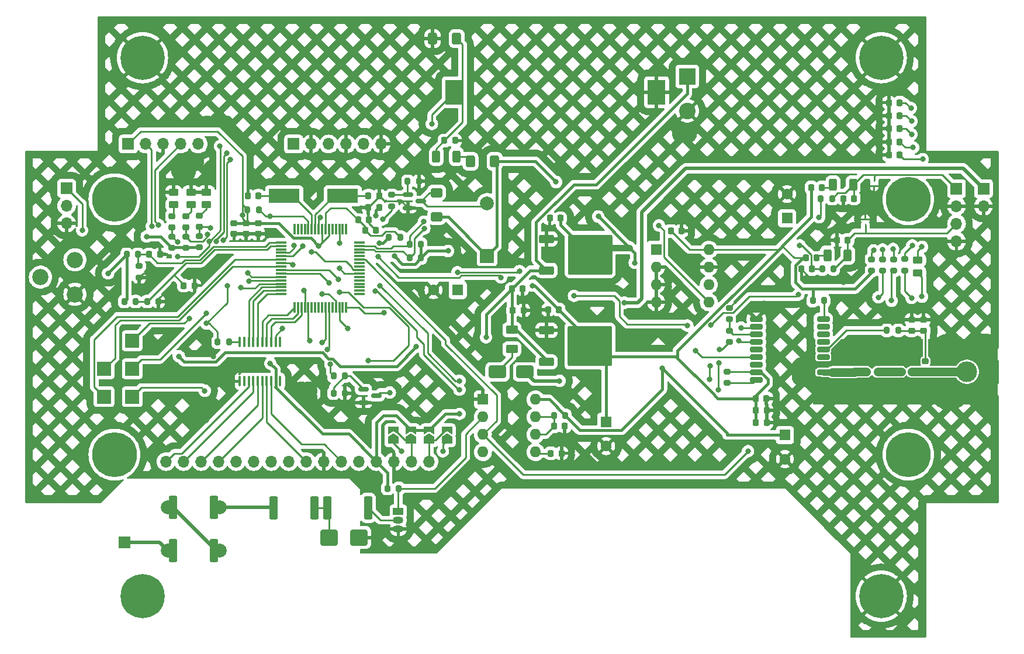
<source format=gbr>
%TF.GenerationSoftware,KiCad,Pcbnew,7.0.0-1.fc37*%
%TF.CreationDate,2023-10-17T19:49:30+02:00*%
%TF.ProjectId,boardConsolePCB,626f6172-6443-46f6-9e73-6f6c65504342,rev?*%
%TF.SameCoordinates,Original*%
%TF.FileFunction,Copper,L1,Top*%
%TF.FilePolarity,Positive*%
%FSLAX46Y46*%
G04 Gerber Fmt 4.6, Leading zero omitted, Abs format (unit mm)*
G04 Created by KiCad (PCBNEW 7.0.0-1.fc37) date 2023-10-17 19:49:30*
%MOMM*%
%LPD*%
G01*
G04 APERTURE LIST*
G04 Aperture macros list*
%AMRoundRect*
0 Rectangle with rounded corners*
0 $1 Rounding radius*
0 $2 $3 $4 $5 $6 $7 $8 $9 X,Y pos of 4 corners*
0 Add a 4 corners polygon primitive as box body*
4,1,4,$2,$3,$4,$5,$6,$7,$8,$9,$2,$3,0*
0 Add four circle primitives for the rounded corners*
1,1,$1+$1,$2,$3*
1,1,$1+$1,$4,$5*
1,1,$1+$1,$6,$7*
1,1,$1+$1,$8,$9*
0 Add four rect primitives between the rounded corners*
20,1,$1+$1,$2,$3,$4,$5,0*
20,1,$1+$1,$4,$5,$6,$7,0*
20,1,$1+$1,$6,$7,$8,$9,0*
20,1,$1+$1,$8,$9,$2,$3,0*%
%AMFreePoly0*
4,1,6,1.000000,0.000000,0.500000,-0.750000,-0.500000,-0.750000,-0.500000,0.750000,0.500000,0.750000,1.000000,0.000000,1.000000,0.000000,$1*%
%AMFreePoly1*
4,1,6,0.500000,-0.750000,-0.650000,-0.750000,-0.150000,0.000000,-0.650000,0.750000,0.500000,0.750000,0.500000,-0.750000,0.500000,-0.750000,$1*%
G04 Aperture macros list end*
%TA.AperFunction,SMDPad,CuDef*%
%ADD10RoundRect,0.225000X-0.225000X-0.250000X0.225000X-0.250000X0.225000X0.250000X-0.225000X0.250000X0*%
%TD*%
%TA.AperFunction,SMDPad,CuDef*%
%ADD11RoundRect,0.200000X0.200000X0.275000X-0.200000X0.275000X-0.200000X-0.275000X0.200000X-0.275000X0*%
%TD*%
%TA.AperFunction,SMDPad,CuDef*%
%ADD12RoundRect,0.225000X0.225000X0.250000X-0.225000X0.250000X-0.225000X-0.250000X0.225000X-0.250000X0*%
%TD*%
%TA.AperFunction,SMDPad,CuDef*%
%ADD13RoundRect,0.200000X-0.200000X-0.275000X0.200000X-0.275000X0.200000X0.275000X-0.200000X0.275000X0*%
%TD*%
%TA.AperFunction,ComponentPad*%
%ADD14R,1.600000X1.600000*%
%TD*%
%TA.AperFunction,ComponentPad*%
%ADD15C,1.600000*%
%TD*%
%TA.AperFunction,ComponentPad*%
%ADD16R,2.400000X2.400000*%
%TD*%
%TA.AperFunction,ComponentPad*%
%ADD17C,2.400000*%
%TD*%
%TA.AperFunction,SMDPad,CuDef*%
%ADD18RoundRect,0.218750X-0.218750X-0.256250X0.218750X-0.256250X0.218750X0.256250X-0.218750X0.256250X0*%
%TD*%
%TA.AperFunction,SMDPad,CuDef*%
%ADD19RoundRect,0.200000X0.275000X-0.200000X0.275000X0.200000X-0.275000X0.200000X-0.275000X-0.200000X0*%
%TD*%
%TA.AperFunction,SMDPad,CuDef*%
%ADD20RoundRect,0.225000X-0.250000X0.225000X-0.250000X-0.225000X0.250000X-0.225000X0.250000X0.225000X0*%
%TD*%
%TA.AperFunction,SMDPad,CuDef*%
%ADD21RoundRect,0.250000X-0.312500X-0.625000X0.312500X-0.625000X0.312500X0.625000X-0.312500X0.625000X0*%
%TD*%
%TA.AperFunction,SMDPad,CuDef*%
%ADD22R,2.600000X3.600000*%
%TD*%
%TA.AperFunction,ComponentPad*%
%ADD23C,2.000000*%
%TD*%
%TA.AperFunction,SMDPad,CuDef*%
%ADD24RoundRect,0.250000X-0.850000X-0.350000X0.850000X-0.350000X0.850000X0.350000X-0.850000X0.350000X0*%
%TD*%
%TA.AperFunction,SMDPad,CuDef*%
%ADD25RoundRect,0.250000X-1.275000X-1.125000X1.275000X-1.125000X1.275000X1.125000X-1.275000X1.125000X0*%
%TD*%
%TA.AperFunction,SMDPad,CuDef*%
%ADD26RoundRect,0.249997X-2.950003X-2.650003X2.950003X-2.650003X2.950003X2.650003X-2.950003X2.650003X0*%
%TD*%
%TA.AperFunction,SMDPad,CuDef*%
%ADD27FreePoly0,90.000000*%
%TD*%
%TA.AperFunction,SMDPad,CuDef*%
%ADD28FreePoly1,90.000000*%
%TD*%
%TA.AperFunction,SMDPad,CuDef*%
%ADD29RoundRect,0.218750X0.218750X0.256250X-0.218750X0.256250X-0.218750X-0.256250X0.218750X-0.256250X0*%
%TD*%
%TA.AperFunction,ComponentPad*%
%ADD30R,1.700000X1.700000*%
%TD*%
%TA.AperFunction,ComponentPad*%
%ADD31O,1.700000X1.700000*%
%TD*%
%TA.AperFunction,SMDPad,CuDef*%
%ADD32RoundRect,0.250000X-0.362500X-1.425000X0.362500X-1.425000X0.362500X1.425000X-0.362500X1.425000X0*%
%TD*%
%TA.AperFunction,SMDPad,CuDef*%
%ADD33R,2.000000X2.000000*%
%TD*%
%TA.AperFunction,SMDPad,CuDef*%
%ADD34RoundRect,0.225000X0.250000X-0.225000X0.250000X0.225000X-0.250000X0.225000X-0.250000X-0.225000X0*%
%TD*%
%TA.AperFunction,SMDPad,CuDef*%
%ADD35RoundRect,0.200000X-0.275000X0.200000X-0.275000X-0.200000X0.275000X-0.200000X0.275000X0.200000X0*%
%TD*%
%TA.AperFunction,ComponentPad*%
%ADD36O,1.600000X1.600000*%
%TD*%
%TA.AperFunction,SMDPad,CuDef*%
%ADD37RoundRect,0.250000X0.625000X-0.375000X0.625000X0.375000X-0.625000X0.375000X-0.625000X-0.375000X0*%
%TD*%
%TA.AperFunction,SMDPad,CuDef*%
%ADD38RoundRect,0.100000X-0.100000X0.637500X-0.100000X-0.637500X0.100000X-0.637500X0.100000X0.637500X0*%
%TD*%
%TA.AperFunction,SMDPad,CuDef*%
%ADD39RoundRect,0.250000X0.450000X-0.262500X0.450000X0.262500X-0.450000X0.262500X-0.450000X-0.262500X0*%
%TD*%
%TA.AperFunction,ComponentPad*%
%ADD40C,6.400000*%
%TD*%
%TA.AperFunction,SMDPad,CuDef*%
%ADD41RoundRect,0.250000X0.600000X-0.400000X0.600000X0.400000X-0.600000X0.400000X-0.600000X-0.400000X0*%
%TD*%
%TA.AperFunction,ComponentPad*%
%ADD42C,3.000000*%
%TD*%
%TA.AperFunction,SMDPad,CuDef*%
%ADD43RoundRect,0.062500X0.062500X-0.117500X0.062500X0.117500X-0.062500X0.117500X-0.062500X-0.117500X0*%
%TD*%
%TA.AperFunction,ComponentPad*%
%ADD44C,6.500000*%
%TD*%
%TA.AperFunction,ComponentPad*%
%ADD45R,2.000000X2.000000*%
%TD*%
%TA.AperFunction,SMDPad,CuDef*%
%ADD46RoundRect,0.250000X0.312500X0.625000X-0.312500X0.625000X-0.312500X-0.625000X0.312500X-0.625000X0*%
%TD*%
%TA.AperFunction,SMDPad,CuDef*%
%ADD47RoundRect,0.075000X-0.075000X0.700000X-0.075000X-0.700000X0.075000X-0.700000X0.075000X0.700000X0*%
%TD*%
%TA.AperFunction,SMDPad,CuDef*%
%ADD48RoundRect,0.075000X-0.700000X0.075000X-0.700000X-0.075000X0.700000X-0.075000X0.700000X0.075000X0*%
%TD*%
%TA.AperFunction,ComponentPad*%
%ADD49R,1.500000X1.050000*%
%TD*%
%TA.AperFunction,ComponentPad*%
%ADD50O,1.500000X1.050000*%
%TD*%
%TA.AperFunction,SMDPad,CuDef*%
%ADD51RoundRect,0.250000X-0.400000X-0.600000X0.400000X-0.600000X0.400000X0.600000X-0.400000X0.600000X0*%
%TD*%
%TA.AperFunction,SMDPad,CuDef*%
%ADD52RoundRect,0.150000X-0.587500X-0.150000X0.587500X-0.150000X0.587500X0.150000X-0.587500X0.150000X0*%
%TD*%
%TA.AperFunction,SMDPad,CuDef*%
%ADD53RoundRect,0.062500X-0.062500X0.117500X-0.062500X-0.117500X0.062500X-0.117500X0.062500X0.117500X0*%
%TD*%
%TA.AperFunction,SMDPad,CuDef*%
%ADD54RoundRect,0.250000X0.400000X0.600000X-0.400000X0.600000X-0.400000X-0.600000X0.400000X-0.600000X0*%
%TD*%
%TA.AperFunction,SMDPad,CuDef*%
%ADD55RoundRect,0.250000X-1.000000X-0.900000X1.000000X-0.900000X1.000000X0.900000X-1.000000X0.900000X0*%
%TD*%
%TA.AperFunction,SMDPad,CuDef*%
%ADD56RoundRect,0.250000X-1.000000X-0.650000X1.000000X-0.650000X1.000000X0.650000X-1.000000X0.650000X0*%
%TD*%
%TA.AperFunction,SMDPad,CuDef*%
%ADD57RoundRect,0.200000X-0.700000X-0.200000X0.700000X-0.200000X0.700000X0.200000X-0.700000X0.200000X0*%
%TD*%
%TA.AperFunction,ComponentPad*%
%ADD58C,2.340000*%
%TD*%
%TA.AperFunction,SMDPad,CuDef*%
%ADD59R,4.500000X2.000000*%
%TD*%
%TA.AperFunction,ViaPad*%
%ADD60C,0.800000*%
%TD*%
%TA.AperFunction,Conductor*%
%ADD61C,0.250000*%
%TD*%
%TA.AperFunction,Conductor*%
%ADD62C,0.400000*%
%TD*%
%TA.AperFunction,Conductor*%
%ADD63C,0.500000*%
%TD*%
%TA.AperFunction,Conductor*%
%ADD64C,0.700000*%
%TD*%
%TA.AperFunction,Conductor*%
%ADD65C,0.900000*%
%TD*%
%TA.AperFunction,Conductor*%
%ADD66C,1.250000*%
%TD*%
G04 APERTURE END LIST*
D10*
%TO.P,C11,1*%
%TO.N,/DECAY*%
X110450000Y-97000000D03*
%TO.P,C11,2*%
%TO.N,GND*%
X112000000Y-97000000D03*
%TD*%
D11*
%TO.P,R41,1*%
%TO.N,/TRIM_RAW*%
X204600000Y-94600000D03*
%TO.P,R41,2*%
%TO.N,/TRIM*%
X202950000Y-94600000D03*
%TD*%
%TO.P,R36,1*%
%TO.N,/FUEL_RAW*%
X204400000Y-84400000D03*
%TO.P,R36,2*%
%TO.N,/FUEL*%
X202750000Y-84400000D03*
%TD*%
D12*
%TO.P,C29,1*%
%TO.N,/TRIM*%
X201475000Y-94600000D03*
%TO.P,C29,2*%
%TO.N,GND*%
X199925000Y-94600000D03*
%TD*%
D13*
%TO.P,R35,1*%
%TO.N,+3V3*%
X140175000Y-90000000D03*
%TO.P,R35,2*%
%TO.N,/VREF*%
X141825000Y-90000000D03*
%TD*%
D14*
%TO.P,C28,1*%
%TO.N,+3V3*%
X171649999Y-116749999D03*
D15*
%TO.P,C28,2*%
%TO.N,GND*%
X171650000Y-120250000D03*
%TD*%
D14*
%TO.P,C10,1*%
%TO.N,/FUEL*%
X197849999Y-87249999D03*
D15*
%TO.P,C10,2*%
%TO.N,GND*%
X197850000Y-83750000D03*
%TD*%
D16*
%TO.P,C31,1*%
%TO.N,+12V*%
X183399999Y-66699999D03*
D17*
%TO.P,C31,2*%
%TO.N,GND*%
X183400000Y-71700000D03*
%TD*%
D14*
%TO.P,C24,1*%
%TO.N,+5V*%
X197549999Y-118649999D03*
D15*
%TO.P,C24,2*%
%TO.N,GND*%
X197550000Y-122150000D03*
%TD*%
D14*
%TO.P,C18,1*%
%TO.N,+3V3*%
X150149999Y-97649999D03*
D15*
%TO.P,C18,2*%
%TO.N,GND*%
X146650000Y-97650000D03*
%TD*%
D18*
%TO.P,D1,1,K*%
%TO.N,GND*%
X212600000Y-78100000D03*
%TO.P,D1,2,A*%
%TO.N,Net-(D1-A)*%
X214175000Y-78100000D03*
%TD*%
D19*
%TO.P,R27,1*%
%TO.N,+3V3*%
X110750000Y-91562500D03*
%TO.P,R27,2*%
%TO.N,/BUTTON_M*%
X110750000Y-89912500D03*
%TD*%
D20*
%TO.P,L1,1,1*%
%TO.N,Net-(C26-Pad1)*%
X217900000Y-107975000D03*
%TO.P,L1,2,2*%
%TO.N,/RF_IN_C*%
X217900000Y-109525000D03*
%TD*%
D13*
%TO.P,R33,1*%
%TO.N,+3V3*%
X115375000Y-105200000D03*
%TO.P,R33,2*%
%TO.N,Net-(U8-OE)*%
X117025000Y-105200000D03*
%TD*%
%TO.P,R39,1*%
%TO.N,/BACKLIGHT*%
X132150000Y-110090000D03*
%TO.P,R39,2*%
%TO.N,Net-(Q3-G)*%
X133800000Y-110090000D03*
%TD*%
D19*
%TO.P,R37,1*%
%TO.N,/BUZZER*%
X140600000Y-85525000D03*
%TO.P,R37,2*%
%TO.N,Net-(Q2-G)*%
X140600000Y-83875000D03*
%TD*%
D12*
%TO.P,C9,1*%
%TO.N,+3V3*%
X138750000Y-85700000D03*
%TO.P,C9,2*%
%TO.N,GND*%
X137200000Y-85700000D03*
%TD*%
D13*
%TO.P,R40,1*%
%TO.N,Net-(Q3-G)*%
X132150000Y-112600000D03*
%TO.P,R40,2*%
%TO.N,GND*%
X133800000Y-112600000D03*
%TD*%
D12*
%TO.P,C40,1*%
%TO.N,/FUEL_RAW*%
X207550000Y-84400000D03*
%TO.P,C40,2*%
%TO.N,GND*%
X206000000Y-84400000D03*
%TD*%
D18*
%TO.P,D6,1,K*%
%TO.N,GND*%
X212600000Y-76200000D03*
%TO.P,D6,2,A*%
%TO.N,Net-(D6-A)*%
X214175000Y-76200000D03*
%TD*%
%TO.P,D4,1,K*%
%TO.N,GND*%
X212600000Y-70500000D03*
%TO.P,D4,2,A*%
%TO.N,Net-(D4-A)*%
X214175000Y-70500000D03*
%TD*%
D21*
%TO.P,R15,1*%
%TO.N,Net-(F2-Pad2)*%
X204512500Y-82400000D03*
%TO.P,R15,2*%
%TO.N,/FUEL_RAW*%
X207437500Y-82400000D03*
%TD*%
D22*
%TO.P,BT1,1,+*%
%TO.N,/VBAT_GPS*%
X149649999Y-68999999D03*
%TO.P,BT1,2,-*%
%TO.N,GND*%
X178949999Y-68999999D03*
%TD*%
D23*
%TO.P,C2,1*%
%TO.N,/IGN_C1*%
X108150000Y-129100000D03*
%TO.P,C2,2*%
%TO.N,/IGN_C2*%
X115650000Y-129100000D03*
%TD*%
D24*
%TO.P,U6,1,GND*%
%TO.N,GND*%
X163025000Y-90245000D03*
D25*
%TO.P,U6,2,VO*%
%TO.N,+5V*%
X167650000Y-91000000D03*
X167650000Y-94050000D03*
D26*
X169325000Y-92525000D03*
D25*
X171000000Y-91000000D03*
X171000000Y-94050000D03*
D24*
%TO.P,U6,3,VI*%
%TO.N,+12V*%
X163025000Y-94805000D03*
%TD*%
D10*
%TO.P,C32,1*%
%TO.N,/MAIN_BAT*%
X105450000Y-92500000D03*
%TO.P,C32,2*%
%TO.N,GND*%
X107000000Y-92500000D03*
%TD*%
D13*
%TO.P,R24,1*%
%TO.N,+12V*%
X102175000Y-92490000D03*
%TO.P,R24,2*%
%TO.N,/MAIN_BAT*%
X103825000Y-92490000D03*
%TD*%
D11*
%TO.P,R13,1*%
%TO.N,+3V3*%
X144825000Y-91000000D03*
%TO.P,R13,2*%
%TO.N,/SDA*%
X143175000Y-91000000D03*
%TD*%
D27*
%TO.P,JP4,1,A*%
%TO.N,Net-(JP3-A)*%
X140800000Y-119425000D03*
D28*
%TO.P,JP4,2,B*%
%TO.N,Net-(JP2-A)*%
X140800000Y-117975000D03*
%TD*%
D29*
%TO.P,F3,1*%
%TO.N,Net-(F3-Pad1)*%
X202150000Y-93000000D03*
%TO.P,F3,2*%
%TO.N,+3V3*%
X200575000Y-93000000D03*
%TD*%
D30*
%TO.P,J5,1,Pin_1*%
%TO.N,Net-(D7-A)*%
X226299999Y-82959999D03*
D31*
%TO.P,J5,2,Pin_2*%
%TO.N,GND*%
X226299999Y-85499999D03*
%TD*%
D32*
%TO.P,R16,1*%
%TO.N,/IGN_IN*%
X108937500Y-135400000D03*
%TO.P,R16,2*%
%TO.N,/IGN_C1*%
X114862500Y-135400000D03*
%TD*%
D33*
%TO.P,TP3,1,1*%
%TO.N,/AUX3*%
X98899999Y-113099999D03*
%TD*%
D10*
%TO.P,C5,1*%
%TO.N,/VBAT_GPS*%
X148225000Y-76000000D03*
%TO.P,C5,2*%
%TO.N,GND*%
X149775000Y-76000000D03*
%TD*%
D34*
%TO.P,C7,1*%
%TO.N,/RF_IN*%
X207650000Y-109525000D03*
%TO.P,C7,2*%
%TO.N,GND*%
X207650000Y-107975000D03*
%TD*%
D35*
%TO.P,R14,1*%
%TO.N,Net-(D8-A)*%
X213300000Y-93200000D03*
%TO.P,R14,2*%
%TO.N,Net-(U3-PC8)*%
X213300000Y-94850000D03*
%TD*%
D10*
%TO.P,C25,1*%
%TO.N,/RF_IN_R*%
X214400000Y-109500000D03*
%TO.P,C25,2*%
%TO.N,/RF_IN_C*%
X215950000Y-109500000D03*
%TD*%
D14*
%TO.P,U9,1,NC*%
%TO.N,unconnected-(U9-NC-Pad1)*%
X178899999Y-91799999D03*
D36*
%TO.P,U9,2,A1*%
%TO.N,GND*%
X178899999Y-94339999D03*
%TO.P,U9,3,A2*%
X178899999Y-96879999D03*
%TO.P,U9,4,GND*%
X178899999Y-99419999D03*
%TO.P,U9,5,SDA*%
%TO.N,/SDA*%
X186519999Y-99419999D03*
%TO.P,U9,6,SCL*%
%TO.N,/SCL*%
X186519999Y-96879999D03*
%TO.P,U9,7,WP*%
%TO.N,GND*%
X186519999Y-94339999D03*
%TO.P,U9,8,VCC*%
%TO.N,+3V3*%
X186519999Y-91799999D03*
%TD*%
D37*
%TO.P,F1,1*%
%TO.N,Net-(D7-K)*%
X158000000Y-106200000D03*
%TO.P,F1,2*%
%TO.N,+12V*%
X158000000Y-103400000D03*
%TD*%
D20*
%TO.P,C36,1*%
%TO.N,+3V3*%
X121250000Y-87975000D03*
%TO.P,C36,2*%
%TO.N,GND*%
X121250000Y-89525000D03*
%TD*%
D38*
%TO.P,U8,1,A1*%
%TO.N,unconnected-(U8-A1-Pad1)*%
X124425000Y-105137500D03*
%TO.P,U8,2,VCCA*%
%TO.N,+3V3*%
X123775000Y-105137500D03*
%TO.P,U8,3,A2*%
%TO.N,/DISP_RS*%
X123125000Y-105137500D03*
%TO.P,U8,4,A3*%
%TO.N,/DISP_E*%
X122475000Y-105137500D03*
%TO.P,U8,5,A4*%
%TO.N,/DISP_D4*%
X121825000Y-105137500D03*
%TO.P,U8,6,A5*%
%TO.N,/DISP_D5*%
X121175000Y-105137500D03*
%TO.P,U8,7,A6*%
%TO.N,/DISP_D6*%
X120525000Y-105137500D03*
%TO.P,U8,8,A7*%
%TO.N,/DISP_D7*%
X119875000Y-105137500D03*
%TO.P,U8,9,A8*%
%TO.N,unconnected-(U8-A8-Pad9)*%
X119225000Y-105137500D03*
%TO.P,U8,10,OE*%
%TO.N,Net-(U8-OE)*%
X118575000Y-105137500D03*
%TO.P,U8,11,GND*%
%TO.N,GND*%
X118575000Y-110862500D03*
%TO.P,U8,12,B8*%
%TO.N,unconnected-(U8-B8-Pad12)*%
X119225000Y-110862500D03*
%TO.P,U8,13,B7*%
%TO.N,Net-(U7-DB7)*%
X119875000Y-110862500D03*
%TO.P,U8,14,B6*%
%TO.N,Net-(U7-DB6)*%
X120525000Y-110862500D03*
%TO.P,U8,15,B5*%
%TO.N,Net-(U7-DB5)*%
X121175000Y-110862500D03*
%TO.P,U8,16,B4*%
%TO.N,Net-(U7-DB4)*%
X121825000Y-110862500D03*
%TO.P,U8,17,B3*%
%TO.N,Net-(U7-E)*%
X122475000Y-110862500D03*
%TO.P,U8,18,B2*%
%TO.N,Net-(U7-RS)*%
X123125000Y-110862500D03*
%TO.P,U8,19,VCCB*%
%TO.N,+5V*%
X123775000Y-110862500D03*
%TO.P,U8,20,B1*%
%TO.N,unconnected-(U8-B1-Pad20)*%
X124425000Y-110862500D03*
%TD*%
D39*
%TO.P,R29,1*%
%TO.N,Net-(C19-Pad2)*%
X109000000Y-85300000D03*
%TO.P,R29,2*%
%TO.N,GND*%
X109000000Y-83475000D03*
%TD*%
D34*
%TO.P,C21,1*%
%TO.N,/BUTTON_R*%
X112750000Y-88472500D03*
%TO.P,C21,2*%
%TO.N,Net-(C21-Pad2)*%
X112750000Y-86922500D03*
%TD*%
D10*
%TO.P,C16,1*%
%TO.N,+12V*%
X158125000Y-100600000D03*
%TO.P,C16,2*%
%TO.N,GND*%
X159675000Y-100600000D03*
%TD*%
D34*
%TO.P,C27,1*%
%TO.N,Net-(C26-Pad1)*%
X217650000Y-103525000D03*
%TO.P,C27,2*%
%TO.N,GND*%
X217650000Y-101975000D03*
%TD*%
D10*
%TO.P,C34,1*%
%TO.N,+3V3*%
X193350000Y-116850000D03*
%TO.P,C34,2*%
%TO.N,GND*%
X194900000Y-116850000D03*
%TD*%
D32*
%TO.P,R3,1*%
%TO.N,/IGN_C2*%
X123437500Y-129200000D03*
%TO.P,R3,2*%
%TO.N,Net-(D2-K)*%
X129362500Y-129200000D03*
%TD*%
D14*
%TO.P,U1,1,GND*%
%TO.N,GND*%
X153799999Y-113499999D03*
D36*
%TO.P,U1,2,TR*%
%TO.N,/TRG*%
X153799999Y-116039999D03*
%TO.P,U1,3,Q*%
%TO.N,/IGNITION*%
X153799999Y-118579999D03*
%TO.P,U1,4,R*%
%TO.N,+5V*%
X153799999Y-121119999D03*
%TO.P,U1,5,CV*%
%TO.N,Net-(U1-CV)*%
X161419999Y-121119999D03*
%TO.P,U1,6,THR*%
%TO.N,Net-(U1-DIS)*%
X161419999Y-118579999D03*
%TO.P,U1,7,DIS*%
X161419999Y-116039999D03*
%TO.P,U1,8,VCC*%
%TO.N,+5V*%
X161419999Y-113499999D03*
%TD*%
D18*
%TO.P,F2,1*%
%TO.N,+3V3*%
X201350000Y-82800000D03*
%TO.P,F2,2*%
%TO.N,Net-(F2-Pad2)*%
X202925000Y-82800000D03*
%TD*%
D13*
%TO.P,R22,1*%
%TO.N,+12V*%
X101850000Y-99325000D03*
%TO.P,R22,2*%
%TO.N,/DECAY*%
X103500000Y-99325000D03*
%TD*%
D30*
%TO.P,J3,1,Pin_1*%
%TO.N,+3V3*%
X102419999Y-76499999D03*
D31*
%TO.P,J3,2,Pin_2*%
%TO.N,/SYS_SWDCLK*%
X104959999Y-76499999D03*
%TO.P,J3,3,Pin_3*%
%TO.N,GND*%
X107499999Y-76499999D03*
%TO.P,J3,4,Pin_4*%
%TO.N,/SYS_SWDIO*%
X110039999Y-76499999D03*
%TO.P,J3,5,Pin_5*%
%TO.N,/SYS_RST*%
X112579999Y-76499999D03*
%TD*%
D12*
%TO.P,C39,1*%
%TO.N,/TRIM_RAW*%
X206637500Y-90400000D03*
%TO.P,C39,2*%
%TO.N,GND*%
X205087500Y-90400000D03*
%TD*%
D40*
%TO.P,H4,1,1*%
%TO.N,GND*%
X211500000Y-142000000D03*
%TD*%
D39*
%TO.P,R30,1*%
%TO.N,Net-(C20-Pad2)*%
X111500000Y-85300000D03*
%TO.P,R30,2*%
%TO.N,GND*%
X111500000Y-83475000D03*
%TD*%
D41*
%TO.P,D13,1,K*%
%TO.N,+5V*%
X147100000Y-87050000D03*
%TO.P,D13,2,A*%
%TO.N,Net-(D13-A)*%
X147100000Y-83550000D03*
%TD*%
D27*
%TO.P,JP2,1,A*%
%TO.N,Net-(JP2-A)*%
X143400000Y-119425000D03*
D28*
%TO.P,JP2,2,B*%
%TO.N,+5V*%
X143400000Y-117975000D03*
%TD*%
D35*
%TO.P,R32,1*%
%TO.N,Net-(D6-A)*%
X214900000Y-93175000D03*
%TO.P,R32,2*%
%TO.N,Net-(U3-PC13)*%
X214900000Y-94825000D03*
%TD*%
D10*
%TO.P,C4,1*%
%TO.N,Net-(U1-DIS)*%
X164100000Y-117400000D03*
%TO.P,C4,2*%
%TO.N,GND*%
X165650000Y-117400000D03*
%TD*%
D24*
%TO.P,U2,1,GND*%
%TO.N,GND*%
X163000000Y-103500000D03*
D25*
%TO.P,U2,2,VO*%
%TO.N,+3V3*%
X167625000Y-104255000D03*
X167625000Y-107305000D03*
D26*
X169300000Y-105780000D03*
D25*
X170975000Y-104255000D03*
X170975000Y-107305000D03*
D24*
%TO.P,U2,3,VI*%
%TO.N,+12V*%
X163000000Y-108060000D03*
%TD*%
D18*
%TO.P,D8,1,K*%
%TO.N,GND*%
X212600000Y-74300000D03*
%TO.P,D8,2,A*%
%TO.N,Net-(D8-A)*%
X214175000Y-74300000D03*
%TD*%
D32*
%TO.P,R34,1*%
%TO.N,Net-(D2-K)*%
X131237500Y-129200000D03*
%TO.P,R34,2*%
%TO.N,/IGN_B*%
X137162500Y-129200000D03*
%TD*%
D11*
%TO.P,R12,1*%
%TO.N,+3V3*%
X144825000Y-93000000D03*
%TO.P,R12,2*%
%TO.N,/SCL*%
X143175000Y-93000000D03*
%TD*%
D30*
%TO.P,J6,1,Pin_1*%
%TO.N,/FUEL_RAW*%
X222399999Y-82959999D03*
D31*
%TO.P,J6,2,Pin_2*%
%TO.N,GND*%
X222399999Y-85499999D03*
%TO.P,J6,3,Pin_3*%
%TO.N,/TRIM_RAW*%
X222399999Y-88039999D03*
%TO.P,J6,4,Pin_4*%
%TO.N,GND*%
X222399999Y-90579999D03*
%TD*%
D13*
%TO.P,R2,1*%
%TO.N,+5V*%
X139975000Y-126400000D03*
%TO.P,R2,2*%
%TO.N,/TRG*%
X141625000Y-126400000D03*
%TD*%
D32*
%TO.P,R17,1*%
%TO.N,/IGN_C1*%
X108937500Y-129100000D03*
%TO.P,R17,2*%
%TO.N,/IGN_C2*%
X114862500Y-129100000D03*
%TD*%
D42*
%TO.P,J2,1,In*%
%TO.N,/RF_IN_C*%
X223910000Y-109500000D03*
%TO.P,J2,2,Ext*%
%TO.N,GND*%
X221370000Y-106960000D03*
X221370000Y-112040000D03*
X226450000Y-106960000D03*
X226450000Y-112040000D03*
%TD*%
D43*
%TO.P,D10,1,K*%
%TO.N,/FUEL_RAW*%
X210500000Y-81780000D03*
%TO.P,D10,2,A*%
%TO.N,GND*%
X210500000Y-82620000D03*
%TD*%
D44*
%TO.P,U7,*%
%TO.N,*%
X100420000Y-84500000D03*
X100420000Y-121500000D03*
X215420000Y-84500000D03*
X215420000Y-121500000D03*
D31*
%TO.P,U7,1,K*%
%TO.N,Net-(JP1-A)*%
X145999999Y-122499999D03*
%TO.P,U7,2,A*%
%TO.N,Net-(JP2-A)*%
X143459999Y-122499999D03*
%TO.P,U7,3,VSS*%
%TO.N,GND*%
X140919999Y-122499999D03*
%TO.P,U7,4,VDD*%
%TO.N,+5V*%
X138379999Y-122499999D03*
%TO.P,U7,5,VO*%
%TO.N,Net-(U7-VO)*%
X135839999Y-122499999D03*
%TO.P,U7,6,RS*%
%TO.N,Net-(U7-RS)*%
X133299999Y-122499999D03*
%TO.P,U7,7,R/W*%
%TO.N,GND*%
X130759999Y-122499999D03*
%TO.P,U7,8,E*%
%TO.N,Net-(U7-E)*%
X128219999Y-122499999D03*
%TO.P,U7,9,DB0*%
%TO.N,unconnected-(U7-DB0-Pad9)*%
X125679999Y-122499999D03*
%TO.P,U7,10,DB1*%
%TO.N,unconnected-(U7-DB1-Pad10)*%
X123139999Y-122499999D03*
%TO.P,U7,11,DB2*%
%TO.N,unconnected-(U7-DB2-Pad11)*%
X120599999Y-122499999D03*
%TO.P,U7,12,DB3*%
%TO.N,unconnected-(U7-DB3-Pad12)*%
X118059999Y-122499999D03*
%TO.P,U7,13,DB4*%
%TO.N,Net-(U7-DB4)*%
X115519999Y-122499999D03*
%TO.P,U7,14,DB5*%
%TO.N,Net-(U7-DB5)*%
X112979999Y-122499999D03*
%TO.P,U7,15,DB6*%
%TO.N,Net-(U7-DB6)*%
X110439999Y-122499999D03*
%TO.P,U7,16,DB7*%
%TO.N,Net-(U7-DB7)*%
X107899999Y-122499999D03*
%TD*%
D30*
%TO.P,J4,1,Pin_1*%
%TO.N,/BUTTON_L*%
X126379999Y-76499999D03*
D31*
%TO.P,J4,2,Pin_2*%
%TO.N,GND*%
X128919999Y-76499999D03*
%TO.P,J4,3,Pin_3*%
%TO.N,/BUTTON_M*%
X131459999Y-76499999D03*
%TO.P,J4,4,Pin_4*%
%TO.N,GND*%
X133999999Y-76499999D03*
%TO.P,J4,5,Pin_5*%
%TO.N,/BUTTON_R*%
X136539999Y-76499999D03*
%TO.P,J4,6,Pin_6*%
%TO.N,GND*%
X139079999Y-76499999D03*
%TD*%
D45*
%TO.P,LS1,1,1*%
%TO.N,+5V*%
X154399999Y-92699999D03*
D23*
%TO.P,LS1,2,2*%
%TO.N,Net-(D13-A)*%
X154400000Y-85100000D03*
%TD*%
D40*
%TO.P,H3,1,1*%
%TO.N,unconnected-(H3-Pad1)*%
X104500000Y-142000000D03*
%TD*%
D34*
%TO.P,C20,1*%
%TO.N,/BUTTON_M*%
X110760000Y-88542500D03*
%TO.P,C20,2*%
%TO.N,Net-(C20-Pad2)*%
X110760000Y-86992500D03*
%TD*%
D46*
%TO.P,R7,1*%
%TO.N,Net-(D5-K)*%
X149962500Y-78300000D03*
%TO.P,R7,2*%
%TO.N,/VBAT_GPS*%
X147037500Y-78300000D03*
%TD*%
D10*
%TO.P,C14,1*%
%TO.N,/VREF*%
X135725000Y-87500000D03*
%TO.P,C14,2*%
%TO.N,GND*%
X137275000Y-87500000D03*
%TD*%
D33*
%TO.P,TP7,1,1*%
%TO.N,/AUX7*%
X102999999Y-104999999D03*
%TD*%
D47*
%TO.P,U3,1,PC11*%
%TO.N,unconnected-(U3-PC11-Pad1)*%
X134000000Y-88825000D03*
%TO.P,U3,2,PC12*%
%TO.N,unconnected-(U3-PC12-Pad2)*%
X133500000Y-88825000D03*
%TO.P,U3,3,PC13*%
%TO.N,Net-(U3-PC13)*%
X133000000Y-88825000D03*
%TO.P,U3,4,PC14*%
%TO.N,unconnected-(U3-PC14-Pad4)*%
X132500000Y-88825000D03*
%TO.P,U3,5,PC15*%
%TO.N,unconnected-(U3-PC15-Pad5)*%
X132000000Y-88825000D03*
%TO.P,U3,6,VBAT*%
%TO.N,+3V3*%
X131500000Y-88825000D03*
%TO.P,U3,7,VREF+*%
%TO.N,/VREF*%
X131000000Y-88825000D03*
%TO.P,U3,8,VDD*%
%TO.N,+3V3*%
X130500000Y-88825000D03*
%TO.P,U3,9,VSS*%
%TO.N,GND*%
X130000000Y-88825000D03*
%TO.P,U3,10,PF0*%
%TO.N,Net-(U3-PF0)*%
X129500000Y-88825000D03*
%TO.P,U3,11,PF1*%
%TO.N,Net-(U3-PF1)*%
X129000000Y-88825000D03*
%TO.P,U3,12,PF2*%
%TO.N,/SYS_RST*%
X128500000Y-88825000D03*
%TO.P,U3,13,PC0*%
%TO.N,unconnected-(U3-PC0-Pad13)*%
X128000000Y-88825000D03*
%TO.P,U3,14,PC1*%
%TO.N,unconnected-(U3-PC1-Pad14)*%
X127500000Y-88825000D03*
%TO.P,U3,15,PC2*%
%TO.N,unconnected-(U3-PC2-Pad15)*%
X127000000Y-88825000D03*
%TO.P,U3,16,PC3*%
%TO.N,unconnected-(U3-PC3-Pad16)*%
X126500000Y-88825000D03*
D48*
%TO.P,U3,17,PA0*%
%TO.N,/MAIN_BAT*%
X124575000Y-90750000D03*
%TO.P,U3,18,PA1*%
%TO.N,/DECAY*%
X124575000Y-91250000D03*
%TO.P,U3,19,PA2*%
%TO.N,unconnected-(U3-PA2-Pad19)*%
X124575000Y-91750000D03*
%TO.P,U3,20,PA3*%
%TO.N,/FUEL*%
X124575000Y-92250000D03*
%TO.P,U3,21,PA4*%
%TO.N,/TRIM*%
X124575000Y-92750000D03*
%TO.P,U3,22,PA5*%
%TO.N,/AUX3*%
X124575000Y-93250000D03*
%TO.P,U3,23,PA6*%
%TO.N,/BACKLIGHT*%
X124575000Y-93750000D03*
%TO.P,U3,24,PA7*%
%TO.N,/AUX5*%
X124575000Y-94250000D03*
%TO.P,U3,25,PC4*%
%TO.N,/MCU_TX*%
X124575000Y-94750000D03*
%TO.P,U3,26,PC5*%
%TO.N,/MCU_RX*%
X124575000Y-95250000D03*
%TO.P,U3,27,PB0*%
%TO.N,/BUTTON_R*%
X124575000Y-95750000D03*
%TO.P,U3,28,PB1*%
%TO.N,/BUTTON_M*%
X124575000Y-96250000D03*
%TO.P,U3,29,PB2*%
%TO.N,/BUTTON_L*%
X124575000Y-96750000D03*
%TO.P,U3,30,PB10*%
%TO.N,/DISP_D7*%
X124575000Y-97250000D03*
%TO.P,U3,31,PB11*%
%TO.N,/DISP_D6*%
X124575000Y-97750000D03*
%TO.P,U3,32,PB12*%
%TO.N,/DISP_D5*%
X124575000Y-98250000D03*
D47*
%TO.P,U3,33,PB13*%
%TO.N,/DISP_D4*%
X126500000Y-100175000D03*
%TO.P,U3,34,PB14*%
%TO.N,/DISP_E*%
X127000000Y-100175000D03*
%TO.P,U3,35,PB15*%
%TO.N,/DISP_RS*%
X127500000Y-100175000D03*
%TO.P,U3,36,PA8*%
%TO.N,/BUZZER*%
X128000000Y-100175000D03*
%TO.P,U3,37,PA9/UCPD1_DBCC1*%
%TO.N,/AUX7*%
X128500000Y-100175000D03*
%TO.P,U3,38,PC6*%
%TO.N,unconnected-(U3-PC6-Pad38)*%
X129000000Y-100175000D03*
%TO.P,U3,39,PC7*%
%TO.N,unconnected-(U3-PC7-Pad39)*%
X129500000Y-100175000D03*
%TO.P,U3,40,PD8*%
%TO.N,unconnected-(U3-PD8-Pad40)*%
X130000000Y-100175000D03*
%TO.P,U3,41,PD9*%
%TO.N,unconnected-(U3-PD9-Pad41)*%
X130500000Y-100175000D03*
%TO.P,U3,42,PA10/UCPD1_DBCC2*%
%TO.N,/AUX8*%
X131000000Y-100175000D03*
%TO.P,U3,43,PA11/PA9*%
%TO.N,/AUX9*%
X131500000Y-100175000D03*
%TO.P,U3,44,PA12/PA10*%
%TO.N,unconnected-(U3-PA12{slash}PA10-Pad44)*%
X132000000Y-100175000D03*
%TO.P,U3,45,PA13*%
%TO.N,/SYS_SWDIO*%
X132500000Y-100175000D03*
%TO.P,U3,46,PA14*%
%TO.N,/SYS_SWDCLK*%
X133000000Y-100175000D03*
%TO.P,U3,47,PA15*%
%TO.N,unconnected-(U3-PA15-Pad47)*%
X133500000Y-100175000D03*
%TO.P,U3,48,PC8*%
%TO.N,Net-(U3-PC8)*%
X134000000Y-100175000D03*
D48*
%TO.P,U3,49,PC9*%
%TO.N,unconnected-(U3-PC9-Pad49)*%
X135925000Y-98250000D03*
%TO.P,U3,50,PD0*%
%TO.N,unconnected-(U3-PD0-Pad50)*%
X135925000Y-97750000D03*
%TO.P,U3,51,PD1*%
%TO.N,unconnected-(U3-PD1-Pad51)*%
X135925000Y-97250000D03*
%TO.P,U3,52,PD2*%
%TO.N,unconnected-(U3-PD2-Pad52)*%
X135925000Y-96750000D03*
%TO.P,U3,53,PD3*%
%TO.N,unconnected-(U3-PD3-Pad53)*%
X135925000Y-96250000D03*
%TO.P,U3,54,PD4*%
%TO.N,unconnected-(U3-PD4-Pad54)*%
X135925000Y-95750000D03*
%TO.P,U3,55,PD5*%
%TO.N,/PRG_TX*%
X135925000Y-95250000D03*
%TO.P,U3,56,PD6*%
%TO.N,/PRG_RX*%
X135925000Y-94750000D03*
%TO.P,U3,57,PB3*%
%TO.N,unconnected-(U3-PB3-Pad57)*%
X135925000Y-94250000D03*
%TO.P,U3,58,PB4*%
%TO.N,unconnected-(U3-PB4-Pad58)*%
X135925000Y-93750000D03*
%TO.P,U3,59,PB5*%
%TO.N,/IGNITION*%
X135925000Y-93250000D03*
%TO.P,U3,60,PB6*%
%TO.N,unconnected-(U3-PB6-Pad60)*%
X135925000Y-92750000D03*
%TO.P,U3,61,PB7*%
%TO.N,unconnected-(U3-PB7-Pad61)*%
X135925000Y-92250000D03*
%TO.P,U3,62,PB8*%
%TO.N,/SCL*%
X135925000Y-91750000D03*
%TO.P,U3,63,PB9*%
%TO.N,/SDA*%
X135925000Y-91250000D03*
%TO.P,U3,64,PC10*%
%TO.N,unconnected-(U3-PC10-Pad64)*%
X135925000Y-90750000D03*
%TD*%
D12*
%TO.P,C17,1*%
%TO.N,+3V3*%
X164800000Y-100500000D03*
%TO.P,C17,2*%
%TO.N,GND*%
X163250000Y-100500000D03*
%TD*%
D34*
%TO.P,C26,1*%
%TO.N,Net-(C26-Pad1)*%
X215900000Y-103525000D03*
%TO.P,C26,2*%
%TO.N,GND*%
X215900000Y-101975000D03*
%TD*%
D20*
%TO.P,C35,1*%
%TO.N,+3V3*%
X119500000Y-87950000D03*
%TO.P,C35,2*%
%TO.N,GND*%
X119500000Y-89500000D03*
%TD*%
D40*
%TO.P,H2,1,1*%
%TO.N,GND*%
X211500000Y-64000000D03*
%TD*%
D49*
%TO.P,Q1,1,C*%
%TO.N,/TRG*%
X141539999Y-129729999D03*
D50*
%TO.P,Q1,2,B*%
%TO.N,/IGN_B*%
X141539999Y-130999999D03*
%TO.P,Q1,3,E*%
%TO.N,GND*%
X141539999Y-132269999D03*
%TD*%
D30*
%TO.P,J1,1,Pin_1*%
%TO.N,/IGN_IN*%
X101899999Y-134199999D03*
%TD*%
D10*
%TO.P,C22,1*%
%TO.N,+12V*%
X157975000Y-97500000D03*
%TO.P,C22,2*%
%TO.N,GND*%
X159525000Y-97500000D03*
%TD*%
D13*
%TO.P,R23,1*%
%TO.N,/DECAY*%
X105175000Y-99325000D03*
%TO.P,R23,2*%
%TO.N,GND*%
X106825000Y-99325000D03*
%TD*%
D33*
%TO.P,TP8,1,1*%
%TO.N,/AUX8*%
X102999999Y-109049999D03*
%TD*%
D19*
%TO.P,R28,1*%
%TO.N,+3V3*%
X112730000Y-91492500D03*
%TO.P,R28,2*%
%TO.N,/BUTTON_R*%
X112730000Y-89842500D03*
%TD*%
D51*
%TO.P,D5,1,K*%
%TO.N,Net-(D5-K)*%
X152000000Y-79000000D03*
%TO.P,D5,2,A*%
%TO.N,+5V*%
X155500000Y-79000000D03*
%TD*%
D52*
%TO.P,Q2,1,G*%
%TO.N,Net-(Q2-G)*%
X142962500Y-83850000D03*
%TO.P,Q2,2,S*%
%TO.N,GND*%
X142962500Y-85750000D03*
%TO.P,Q2,3,D*%
%TO.N,Net-(D13-A)*%
X144837500Y-84800000D03*
%TD*%
D20*
%TO.P,C37,1*%
%TO.N,+3V3*%
X117750000Y-87975000D03*
%TO.P,C37,2*%
%TO.N,GND*%
X117750000Y-89525000D03*
%TD*%
D10*
%TO.P,C1,1*%
%TO.N,Net-(U1-CV)*%
X163625000Y-121300000D03*
%TO.P,C1,2*%
%TO.N,GND*%
X165175000Y-121300000D03*
%TD*%
D34*
%TO.P,C19,1*%
%TO.N,/BUTTON_L*%
X108750000Y-88542500D03*
%TO.P,C19,2*%
%TO.N,Net-(C19-Pad2)*%
X108750000Y-86992500D03*
%TD*%
D33*
%TO.P,TP5,1,1*%
%TO.N,/AUX5*%
X98949999Y-109049999D03*
%TD*%
D13*
%TO.P,R8,1*%
%TO.N,+3V3*%
X201575000Y-99200000D03*
%TO.P,R8,2*%
%TO.N,Net-(U5-WAKEUP)*%
X203225000Y-99200000D03*
%TD*%
D53*
%TO.P,D11,1,K*%
%TO.N,/TRIM_RAW*%
X209200000Y-88240000D03*
%TO.P,D11,2,A*%
%TO.N,GND*%
X209200000Y-87400000D03*
%TD*%
D40*
%TO.P,H1,1,1*%
%TO.N,GND*%
X104500000Y-64000000D03*
%TD*%
D54*
%TO.P,D9,1,K*%
%TO.N,/VBAT_GPS*%
X150000000Y-61250000D03*
%TO.P,D9,2,A*%
%TO.N,GND*%
X146500000Y-61250000D03*
%TD*%
D33*
%TO.P,TP9,1,1*%
%TO.N,/AUX9*%
X102999999Y-113099999D03*
%TD*%
D18*
%TO.P,D3,1,K*%
%TO.N,GND*%
X212600000Y-72400000D03*
%TO.P,D3,2,A*%
%TO.N,Net-(D3-A)*%
X214175000Y-72400000D03*
%TD*%
D55*
%TO.P,D2,1,K*%
%TO.N,Net-(D2-K)*%
X131550000Y-133500000D03*
%TO.P,D2,2,A*%
%TO.N,GND*%
X135850000Y-133500000D03*
%TD*%
D35*
%TO.P,R11,1*%
%TO.N,+3V3*%
X189200000Y-109475000D03*
%TO.P,R11,2*%
%TO.N,Net-(U5-RST)*%
X189200000Y-111125000D03*
%TD*%
D34*
%TO.P,C8,1*%
%TO.N,/RF_IN_R*%
X212650000Y-109525000D03*
%TO.P,C8,2*%
%TO.N,GND*%
X212650000Y-107975000D03*
%TD*%
D39*
%TO.P,R31,1*%
%TO.N,Net-(C21-Pad2)*%
X113750000Y-85300000D03*
%TO.P,R31,2*%
%TO.N,GND*%
X113750000Y-83475000D03*
%TD*%
D10*
%TO.P,C33,1*%
%TO.N,+3V3*%
X193350000Y-115100000D03*
%TO.P,C33,2*%
%TO.N,GND*%
X194900000Y-115100000D03*
%TD*%
D13*
%TO.P,R10,1*%
%TO.N,Net-(U5-VCC_RF)*%
X212325000Y-103500000D03*
%TO.P,R10,2*%
%TO.N,Net-(C26-Pad1)*%
X213975000Y-103500000D03*
%TD*%
D11*
%TO.P,R5,1*%
%TO.N,+5V*%
X165725000Y-115800000D03*
%TO.P,R5,2*%
%TO.N,Net-(U1-DIS)*%
X164075000Y-115800000D03*
%TD*%
D56*
%TO.P,D7,1,K*%
%TO.N,Net-(D7-K)*%
X155900000Y-109500000D03*
%TO.P,D7,2,A*%
%TO.N,Net-(D7-A)*%
X159900000Y-109500000D03*
%TD*%
D35*
%TO.P,R25,1*%
%TO.N,/MAIN_BAT*%
X104000000Y-94175000D03*
%TO.P,R25,2*%
%TO.N,GND*%
X104000000Y-95825000D03*
%TD*%
D21*
%TO.P,R18,1*%
%TO.N,Net-(F3-Pad1)*%
X203700000Y-92600000D03*
%TO.P,R18,2*%
%TO.N,/TRIM_RAW*%
X206625000Y-92600000D03*
%TD*%
D57*
%TO.P,U5,1,GND*%
%TO.N,GND*%
X193400000Y-101850000D03*
%TO.P,U5,2,TXD1*%
%TO.N,/MCU_RX*%
X193400000Y-102950000D03*
%TO.P,U5,3,RXD1*%
%TO.N,Net-(U5-RXD1)*%
X193400000Y-104050000D03*
%TO.P,U5,4,1PPS*%
%TO.N,/1PPS*%
X193400000Y-105150000D03*
%TO.P,U5,5,STDBY*%
%TO.N,unconnected-(U5-STDBY-Pad5)*%
X193400000Y-106250000D03*
%TO.P,U5,6,V_BCKP*%
%TO.N,/VBAT_GPS*%
X193400000Y-107350000D03*
%TO.P,U5,7,NC*%
%TO.N,unconnected-(U5-NC-Pad7)*%
X193400000Y-108450000D03*
%TO.P,U5,8,VCC*%
%TO.N,+3V3*%
X193400000Y-109550000D03*
%TO.P,U5,9,RST*%
%TO.N,Net-(U5-RST)*%
X193400000Y-110650000D03*
%TO.P,U5,10,GND*%
%TO.N,GND*%
X203100000Y-110650000D03*
%TO.P,U5,11,RF_IN*%
%TO.N,/RF_IN*%
X203100000Y-109550000D03*
%TO.P,U5,12,GND*%
%TO.N,GND*%
X203100000Y-108450000D03*
%TO.P,U5,13,ANTON*%
%TO.N,unconnected-(U5-ANTON-Pad13)*%
X203100000Y-107350000D03*
%TO.P,U5,14,VCC_RF*%
%TO.N,Net-(U5-VCC_RF)*%
X203100000Y-106250000D03*
%TO.P,U5,15,NC*%
%TO.N,unconnected-(U5-NC-Pad15)*%
X203100000Y-105150000D03*
%TO.P,U5,16,SDA/RES*%
%TO.N,unconnected-(U5-SDA{slash}RES-Pad16)*%
X203100000Y-104050000D03*
%TO.P,U5,17,SCL/RES*%
%TO.N,unconnected-(U5-SCL{slash}RES-Pad17)*%
X203100000Y-102950000D03*
%TO.P,U5,18,WAKEUP*%
%TO.N,Net-(U5-WAKEUP)*%
X203100000Y-101850000D03*
%TD*%
D19*
%TO.P,R20,1*%
%TO.N,/MCU_TX*%
X189500000Y-105200000D03*
%TO.P,R20,2*%
%TO.N,Net-(U5-RXD1)*%
X189500000Y-103550000D03*
%TD*%
D10*
%TO.P,C6,1*%
%TO.N,+3V3*%
X193325000Y-113350000D03*
%TO.P,C6,2*%
%TO.N,GND*%
X194875000Y-113350000D03*
%TD*%
%TO.P,C38,1*%
%TO.N,+3V3*%
X181025000Y-89100000D03*
%TO.P,C38,2*%
%TO.N,GND*%
X182575000Y-89100000D03*
%TD*%
D13*
%TO.P,R38,1*%
%TO.N,Net-(Q2-G)*%
X142875000Y-81900000D03*
%TO.P,R38,2*%
%TO.N,GND*%
X144525000Y-81900000D03*
%TD*%
D27*
%TO.P,JP1,1,A*%
%TO.N,Net-(JP1-A)*%
X146000000Y-119425000D03*
D28*
%TO.P,JP1,2,B*%
%TO.N,+5V*%
X146000000Y-117975000D03*
%TD*%
D19*
%TO.P,R4,1*%
%TO.N,/1PPS*%
X211700000Y-94850000D03*
%TO.P,R4,2*%
%TO.N,Net-(D3-A)*%
X211700000Y-93200000D03*
%TD*%
D12*
%TO.P,C12,1*%
%TO.N,GND*%
X138775000Y-84000000D03*
%TO.P,C12,2*%
%TO.N,Net-(U3-PF0)*%
X137225000Y-84000000D03*
%TD*%
%TO.P,C23,1*%
%TO.N,+5V*%
X165025000Y-87250000D03*
%TO.P,C23,2*%
%TO.N,GND*%
X163475000Y-87250000D03*
%TD*%
D19*
%TO.P,R21,1*%
%TO.N,Net-(U5-RXD1)*%
X189500000Y-101900000D03*
%TO.P,R21,2*%
%TO.N,GND*%
X189500000Y-100250000D03*
%TD*%
D10*
%TO.P,C13,1*%
%TO.N,GND*%
X119725000Y-84000000D03*
%TO.P,C13,2*%
%TO.N,Net-(U3-PF1)*%
X121275000Y-84000000D03*
%TD*%
D27*
%TO.P,JP3,1,A*%
%TO.N,Net-(JP3-A)*%
X148600000Y-119425000D03*
D28*
%TO.P,JP3,2,B*%
%TO.N,Net-(JP1-A)*%
X148600000Y-117975000D03*
%TD*%
D52*
%TO.P,Q3,1,G*%
%TO.N,Net-(Q3-G)*%
X136487500Y-112050000D03*
%TO.P,Q3,2,S*%
%TO.N,GND*%
X136487500Y-113950000D03*
%TO.P,Q3,3,D*%
%TO.N,Net-(JP3-A)*%
X138362500Y-113000000D03*
%TD*%
D13*
%TO.P,R19,1*%
%TO.N,+3V3*%
X119675000Y-86000000D03*
%TO.P,R19,2*%
%TO.N,/SYS_RST*%
X121325000Y-86000000D03*
%TD*%
D58*
%TO.P,RV1,1,1*%
%TO.N,GND*%
X94700000Y-98275000D03*
%TO.P,RV1,2,2*%
%TO.N,Net-(U7-VO)*%
X89700000Y-95775000D03*
%TO.P,RV1,3,3*%
%TO.N,+5V*%
X94700000Y-93275000D03*
%TD*%
D23*
%TO.P,C3,1*%
%TO.N,/IGN_IN*%
X108150000Y-135400000D03*
%TO.P,C3,2*%
%TO.N,/IGN_C1*%
X115650000Y-135400000D03*
%TD*%
D19*
%TO.P,R6,1*%
%TO.N,+3V3*%
X210100000Y-94850000D03*
%TO.P,R6,2*%
%TO.N,Net-(D4-A)*%
X210100000Y-93200000D03*
%TD*%
D59*
%TO.P,Y2,1,1*%
%TO.N,Net-(U3-PF0)*%
X133499999Y-83999999D03*
%TO.P,Y2,2,2*%
%TO.N,Net-(U3-PF1)*%
X124999999Y-83999999D03*
%TD*%
D10*
%TO.P,C15,1*%
%TO.N,/VREF*%
X136725000Y-89000000D03*
%TO.P,C15,2*%
%TO.N,GND*%
X138275000Y-89000000D03*
%TD*%
D30*
%TO.P,J7,1,Pin_1*%
%TO.N,/PRG_TX*%
X93499999Y-82919999D03*
D31*
%TO.P,J7,2,Pin_2*%
%TO.N,/PRG_RX*%
X93499999Y-85459999D03*
%TO.P,J7,3,Pin_3*%
%TO.N,GND*%
X93499999Y-87999999D03*
%TD*%
D13*
%TO.P,R9,1*%
%TO.N,/RF_IN*%
X209325000Y-109500000D03*
%TO.P,R9,2*%
%TO.N,/RF_IN_R*%
X210975000Y-109500000D03*
%TD*%
D19*
%TO.P,R26,1*%
%TO.N,+3V3*%
X108750000Y-91562500D03*
%TO.P,R26,2*%
%TO.N,/BUTTON_L*%
X108750000Y-89912500D03*
%TD*%
D39*
%TO.P,R1,1*%
%TO.N,/IGNITION*%
X216800000Y-95137500D03*
%TO.P,R1,2*%
%TO.N,Net-(D1-A)*%
X216800000Y-93312500D03*
%TD*%
D60*
%TO.N,GND*%
X206000000Y-96500000D03*
X192700000Y-97500000D03*
X194500000Y-99600000D03*
X192300000Y-100600000D03*
X110500000Y-79400000D03*
X110900000Y-80500000D03*
X110000000Y-80500000D03*
X116600000Y-73700000D03*
X115700000Y-73700000D03*
X114800000Y-73700000D03*
X113900000Y-73700000D03*
X114700000Y-75800000D03*
X112100000Y-79100000D03*
X114600000Y-80100000D03*
%TO.N,Net-(U3-PC13)*%
X215900000Y-98800000D03*
X167000000Y-98500000D03*
X183400000Y-102800000D03*
X199500000Y-98300000D03*
X186828569Y-102728569D03*
X156400000Y-95824500D03*
%TO.N,/IGNITION*%
X217400000Y-98600000D03*
X192200000Y-121000000D03*
%TO.N,/1PPS*%
X211100000Y-98700000D03*
X190900000Y-105000000D03*
%TO.N,/MCU_RX*%
X187900000Y-112100000D03*
X150400000Y-112100000D03*
X188000000Y-108200000D03*
X191200000Y-103100000D03*
X138200000Y-97800000D03*
X131500000Y-96600000D03*
%TO.N,/MCU_TX*%
X186700000Y-108600000D03*
X150400000Y-110800000D03*
X132900000Y-96100000D03*
X186600000Y-110600000D03*
X138900000Y-97000000D03*
X188100000Y-106300000D03*
%TO.N,Net-(U3-PC8)*%
X159100000Y-94900000D03*
X150100000Y-95100000D03*
X213000000Y-99200000D03*
X139500000Y-100924500D03*
%TO.N,/VBAT_GPS*%
X146400000Y-73600000D03*
X184600000Y-106400000D03*
%TO.N,/SCL*%
X145314572Y-88747414D03*
%TO.N,/TRIM*%
X199700000Y-91200000D03*
X127700000Y-91300000D03*
%TO.N,/FUEL*%
X126400000Y-91200000D03*
%TO.N,Net-(D4-A)*%
X215800000Y-71300000D03*
X210400000Y-91900000D03*
%TO.N,Net-(D3-A)*%
X215900000Y-73200000D03*
X211700000Y-91800000D03*
%TO.N,Net-(D8-A)*%
X215900000Y-75100000D03*
X213200000Y-91700000D03*
%TO.N,Net-(D6-A)*%
X216100000Y-77000000D03*
X216000000Y-91200000D03*
%TO.N,Net-(D1-A)*%
X217500000Y-78700000D03*
X217400000Y-91400000D03*
%TO.N,Net-(D7-A)*%
X174300500Y-99500000D03*
X164900000Y-110800000D03*
%TO.N,+5V*%
X175800000Y-93700000D03*
X179800000Y-109000000D03*
%TO.N,/FUEL*%
X202500000Y-87100000D03*
%TO.N,+3V3*%
X138750033Y-90864343D03*
X138300000Y-86900000D03*
%TO.N,GND*%
X123500000Y-89100000D03*
%TO.N,/BACKLIGHT*%
X137200000Y-107900500D03*
X133000000Y-98000000D03*
X131700000Y-108400000D03*
X126300000Y-94025500D03*
%TO.N,GND*%
X109000000Y-96750000D03*
X215900000Y-112250000D03*
X206900000Y-106500000D03*
X205900000Y-106500000D03*
X208900000Y-112250000D03*
X112750000Y-115500000D03*
X176750000Y-103750000D03*
X182500000Y-74000000D03*
X183500000Y-74000000D03*
X210900000Y-106500000D03*
X215900000Y-106500000D03*
X206900000Y-112250000D03*
X147250000Y-100500000D03*
X212900000Y-106500000D03*
X218900000Y-112250000D03*
X182500000Y-75000000D03*
X127500000Y-113250000D03*
X176750000Y-104750000D03*
X208900000Y-106500000D03*
X114750000Y-107250000D03*
X216900000Y-112250000D03*
X183500000Y-75000000D03*
X217900000Y-112250000D03*
X209900000Y-106500000D03*
X207900000Y-112250000D03*
X115000000Y-110500000D03*
X205900000Y-112250000D03*
X211900000Y-112250000D03*
X109250000Y-109750000D03*
X214900000Y-112250000D03*
X147250000Y-99500000D03*
X216900000Y-106500000D03*
X209900000Y-112250000D03*
X113750000Y-115500000D03*
X108250000Y-109750000D03*
X199900000Y-108750000D03*
X199900000Y-110250000D03*
X210900000Y-112250000D03*
X128500000Y-112250000D03*
X127500000Y-112250000D03*
X108250000Y-110750000D03*
X128500000Y-113250000D03*
X120100000Y-81500000D03*
X214900000Y-106500000D03*
X175750000Y-103750000D03*
X205400000Y-107250000D03*
X112750000Y-116500000D03*
X207900000Y-106500000D03*
X107250000Y-95250000D03*
X148250000Y-99500000D03*
X205150000Y-111500000D03*
X109250000Y-110750000D03*
X148250000Y-100500000D03*
X211900000Y-106500000D03*
X130275500Y-87100000D03*
X213900000Y-112250000D03*
X218900000Y-106500000D03*
X175750000Y-104750000D03*
X212900000Y-112250000D03*
X113750000Y-116500000D03*
X213900000Y-106500000D03*
%TO.N,+3V3*%
X113750000Y-102500000D03*
X118950000Y-86800000D03*
X124750000Y-103250000D03*
X148750000Y-92000000D03*
X141000000Y-92750000D03*
X116750000Y-97000000D03*
X161000000Y-97000000D03*
X105100000Y-89900000D03*
X130000000Y-91250000D03*
%TO.N,/BUTTON_R*%
X119700000Y-95200000D03*
X114305937Y-88686643D03*
X117176787Y-78784207D03*
X116162701Y-90437299D03*
%TO.N,/BUTTON_M*%
X113900000Y-89600000D03*
X119900000Y-96400000D03*
X116700000Y-77800000D03*
X115181077Y-90625500D03*
%TO.N,/SYS_SWDCLK*%
X134250000Y-103250000D03*
X105824500Y-88400000D03*
%TO.N,+5V*%
X123000000Y-108300000D03*
X150400000Y-115600000D03*
X164400000Y-82000000D03*
X170500000Y-87000000D03*
%TO.N,/BUTTON_L*%
X114181574Y-90625500D03*
X109600000Y-92800000D03*
X109600000Y-90693000D03*
X115700000Y-76800000D03*
X118700000Y-97300000D03*
%TO.N,/SYS_RST*%
X123000000Y-87000000D03*
%TO.N,/SYS_SWDIO*%
X106808142Y-88222650D03*
X130500000Y-98250000D03*
%TO.N,+12V*%
X154250000Y-104500000D03*
X99500000Y-95250000D03*
X109750000Y-107250000D03*
X144125000Y-105875000D03*
%TO.N,Net-(JP3-A)*%
X148000000Y-121000000D03*
X142000000Y-121000000D03*
X140300000Y-112500000D03*
%TO.N,/SDA*%
X179300000Y-88300000D03*
X145250000Y-87750000D03*
%TO.N,Net-(U3-PC13)*%
X133000000Y-90900000D03*
X138600000Y-92800000D03*
%TO.N,/AUX7*%
X111250000Y-101750000D03*
X128750000Y-105000000D03*
%TO.N,/AUX8*%
X113750000Y-101000000D03*
X130500000Y-105250000D03*
%TO.N,/AUX9*%
X131250000Y-106250000D03*
X113500000Y-112250000D03*
%TO.N,/PRG_TX*%
X133000000Y-94500000D03*
X95750000Y-89000000D03*
%TO.N,/PRG_RX*%
X129000000Y-92099500D03*
%TO.N,/BUZZER*%
X127900000Y-97700000D03*
X139300000Y-87400000D03*
%TD*%
D61*
%TO.N,/DECAY*%
X110750000Y-93750000D02*
X109050000Y-95450000D01*
X109050000Y-95450000D02*
X105175000Y-99325000D01*
X110450000Y-97000000D02*
X110450000Y-96850000D01*
X110450000Y-96850000D02*
X109050000Y-95450000D01*
%TO.N,Net-(D5-K)*%
X149962500Y-78300000D02*
X151300000Y-78300000D01*
X151300000Y-78300000D02*
X152000000Y-79000000D01*
%TO.N,/VBAT_GPS*%
X147037500Y-78300000D02*
X147037500Y-77187500D01*
X147037500Y-77187500D02*
X148225000Y-76000000D01*
%TO.N,GND*%
X201825000Y-96500000D02*
X206000000Y-96500000D01*
X199925000Y-94600000D02*
X201825000Y-96500000D01*
D62*
%TO.N,+3V3*%
X201575000Y-97500000D02*
X200000000Y-97500000D01*
X200000000Y-97500000D02*
X199075000Y-96575000D01*
X199075000Y-96575000D02*
X199075000Y-94091117D01*
X199075000Y-94091117D02*
X200166117Y-93000000D01*
X200166117Y-93000000D02*
X200575000Y-93000000D01*
D61*
%TO.N,GND*%
X192250000Y-97500000D02*
X192700000Y-97500000D01*
X189500000Y-100250000D02*
X192250000Y-97500000D01*
X194500000Y-100750000D02*
X194500000Y-99600000D01*
X193400000Y-101850000D02*
X194500000Y-100750000D01*
%TO.N,Net-(U3-PC13)*%
X186828569Y-102728569D02*
X188582138Y-100975000D01*
X188582138Y-100975000D02*
X189992462Y-100975000D01*
X189992462Y-100975000D02*
X192367462Y-98600000D01*
X192367462Y-98600000D02*
X199200000Y-98600000D01*
X199200000Y-98600000D02*
X199500000Y-98300000D01*
%TO.N,GND*%
X193400000Y-101700000D02*
X192300000Y-100600000D01*
X193400000Y-101850000D02*
X193400000Y-101700000D01*
D62*
%TO.N,+3V3*%
X182000000Y-106426472D02*
X197013236Y-91413236D01*
X197013236Y-91413236D02*
X197163236Y-91263236D01*
D61*
X186520000Y-91800000D02*
X196626472Y-91800000D01*
X196626472Y-91800000D02*
X197013236Y-91413236D01*
%TO.N,GND*%
X138775000Y-84000000D02*
X139575000Y-84800000D01*
X139575000Y-84800000D02*
X142012500Y-84800000D01*
X142012500Y-84800000D02*
X142962500Y-85750000D01*
X138775000Y-84000000D02*
X138775000Y-84125000D01*
X138775000Y-84125000D02*
X137200000Y-85700000D01*
X137200000Y-85700000D02*
X137200000Y-87425000D01*
X137200000Y-87425000D02*
X137275000Y-87500000D01*
X137275000Y-87500000D02*
X137275000Y-88000000D01*
X137275000Y-88000000D02*
X138275000Y-89000000D01*
D62*
%TO.N,+5V*%
X170500000Y-87000000D02*
X175000000Y-91500000D01*
D61*
%TO.N,Net-(U3-PC13)*%
X167000000Y-98500000D02*
X172800000Y-98500000D01*
X172800000Y-98500000D02*
X173575000Y-99275000D01*
X173575000Y-99275000D02*
X173575000Y-101475000D01*
X173575000Y-101475000D02*
X174700000Y-102600000D01*
X174700000Y-102600000D02*
X183200000Y-102600000D01*
X183200000Y-102600000D02*
X183400000Y-102800000D01*
D63*
%TO.N,Net-(D7-A)*%
X174300500Y-99500000D02*
X176200500Y-99500000D01*
X176200500Y-99500000D02*
X176800000Y-98900500D01*
X176800000Y-98900500D02*
X176800000Y-86397918D01*
X176800000Y-86397918D02*
X183197918Y-80000000D01*
X183197918Y-80000000D02*
X223340000Y-80000000D01*
X223340000Y-80000000D02*
X226300000Y-82960000D01*
D61*
%TO.N,Net-(U3-PC13)*%
X214900000Y-97800000D02*
X214900000Y-94825000D01*
X215900000Y-98800000D02*
X214900000Y-97800000D01*
X156125500Y-95550000D02*
X150675305Y-95550000D01*
X156400000Y-95824500D02*
X156125500Y-95550000D01*
X150400305Y-95825000D02*
X141625000Y-95825000D01*
X150675305Y-95550000D02*
X150400305Y-95825000D01*
X141625000Y-95825000D02*
X138600000Y-92800000D01*
D62*
%TO.N,+3V3*%
X201575000Y-97500000D02*
X207726472Y-97500000D01*
X207726472Y-97500000D02*
X210100000Y-95126472D01*
X210100000Y-95126472D02*
X210100000Y-94850000D01*
D61*
%TO.N,/IGNITION*%
X217400000Y-95737500D02*
X216800000Y-95137500D01*
X153800000Y-118580000D02*
X159620000Y-124400000D01*
X217400000Y-98600000D02*
X217400000Y-95737500D01*
X159620000Y-124400000D02*
X188800000Y-124400000D01*
X188800000Y-124400000D02*
X192200000Y-121000000D01*
%TO.N,/1PPS*%
X211100000Y-98700000D02*
X211700000Y-98100000D01*
X211700000Y-98100000D02*
X211700000Y-94850000D01*
X191050000Y-105150000D02*
X190900000Y-105000000D01*
X193400000Y-105150000D02*
X191050000Y-105150000D01*
%TO.N,/MCU_RX*%
X150300000Y-112100000D02*
X150400000Y-112100000D01*
X145200000Y-107000000D02*
X150300000Y-112100000D01*
X144200000Y-104500000D02*
X145200000Y-105500000D01*
X187900000Y-108300000D02*
X188000000Y-108200000D01*
X145200000Y-105500000D02*
X145200000Y-107000000D01*
X187900000Y-112100000D02*
X187900000Y-108300000D01*
X191200000Y-103100000D02*
X193250000Y-103100000D01*
X193250000Y-103100000D02*
X193400000Y-102950000D01*
%TO.N,/MCU_TX*%
X138900000Y-97000000D02*
X145800000Y-103900000D01*
X145800000Y-103900000D02*
X145800000Y-106800000D01*
X145800000Y-106800000D02*
X149800000Y-110800000D01*
X149800000Y-110800000D02*
X150400000Y-110800000D01*
%TO.N,/MCU_RX*%
X138200000Y-97800000D02*
X138436396Y-97800000D01*
X144200000Y-103563604D02*
X144200000Y-104500000D01*
X124575000Y-95250000D02*
X130150000Y-95250000D01*
X130150000Y-95250000D02*
X131500000Y-96600000D01*
X138436396Y-97800000D02*
X144200000Y-103563604D01*
%TO.N,+3V3*%
X181025000Y-89100000D02*
X183725000Y-91800000D01*
X183725000Y-91800000D02*
X186520000Y-91800000D01*
%TO.N,/MCU_TX*%
X186600000Y-110600000D02*
X186600000Y-108700000D01*
X186600000Y-108700000D02*
X186700000Y-108600000D01*
X124575000Y-94750000D02*
X131550000Y-94750000D01*
X131550000Y-94750000D02*
X132900000Y-96100000D01*
X188400000Y-106300000D02*
X189500000Y-105200000D01*
X188100000Y-106300000D02*
X188400000Y-106300000D01*
%TO.N,/IGNITION*%
X135925000Y-93250000D02*
X136765685Y-93250000D01*
X136765685Y-93250000D02*
X148400000Y-104884315D01*
X148400000Y-104884315D02*
X148400000Y-105500000D01*
X148400000Y-105500000D02*
X155800000Y-112900000D01*
X155800000Y-112900000D02*
X155800000Y-116580000D01*
X155800000Y-116580000D02*
X153800000Y-118580000D01*
%TO.N,Net-(U3-PC8)*%
X213000000Y-99200000D02*
X213000000Y-95150000D01*
X158900000Y-95100000D02*
X159100000Y-94900000D01*
X150100000Y-95100000D02*
X158900000Y-95100000D01*
X139424500Y-101000000D02*
X139500000Y-100924500D01*
X136675000Y-101000000D02*
X139424500Y-101000000D01*
X213000000Y-95150000D02*
X213300000Y-94850000D01*
%TO.N,/BACKLIGHT*%
X137200000Y-107900500D02*
X140799500Y-107900500D01*
X136511396Y-100200000D02*
X134311396Y-98000000D01*
X140799500Y-107900500D02*
X143000000Y-105700000D01*
X143000000Y-105700000D02*
X143000000Y-103000000D01*
X143000000Y-103000000D02*
X140200000Y-100200000D01*
X134311396Y-98000000D02*
X133000000Y-98000000D01*
X140200000Y-100200000D02*
X136511396Y-100200000D01*
%TO.N,/VBAT_GPS*%
X185550000Y-107350000D02*
X184600000Y-106400000D01*
X146400000Y-72250000D02*
X149650000Y-69000000D01*
X193400000Y-107350000D02*
X185550000Y-107350000D01*
X146400000Y-73600000D02*
X146400000Y-72250000D01*
%TO.N,/SDA*%
X179300000Y-88300000D02*
X180025000Y-89025000D01*
X180025000Y-89025000D02*
X180025000Y-92925000D01*
X180025000Y-92925000D02*
X186520000Y-99420000D01*
%TO.N,/SCL*%
X143900000Y-90161986D02*
X145314572Y-88747414D01*
X143900000Y-92275000D02*
X143900000Y-90161986D01*
X143175000Y-93000000D02*
X143900000Y-92275000D01*
D62*
%TO.N,+12V*%
X166966117Y-82400000D02*
X170200000Y-82400000D01*
X183400000Y-69200000D02*
X183400000Y-66700000D01*
X163025000Y-94805000D02*
X161525000Y-93305000D01*
X161525000Y-93305000D02*
X161525000Y-87841117D01*
X161525000Y-87841117D02*
X166966117Y-82400000D01*
X170200000Y-82400000D02*
X183400000Y-69200000D01*
D61*
%TO.N,/TRIM*%
X199700000Y-91200000D02*
X200018979Y-91200000D01*
X200018979Y-91200000D02*
X201387500Y-92568521D01*
X201387500Y-92568521D02*
X201387500Y-94512500D01*
X201387500Y-94512500D02*
X201475000Y-94600000D01*
X126250000Y-92750000D02*
X127700000Y-91300000D01*
X124575000Y-92750000D02*
X126250000Y-92750000D01*
%TO.N,/FUEL*%
X124575000Y-92250000D02*
X125750000Y-92250000D01*
X125750000Y-92250000D02*
X126400000Y-91600000D01*
X126400000Y-91600000D02*
X126400000Y-91200000D01*
%TO.N,Net-(U5-RXD1)*%
X189500000Y-101900000D02*
X189500000Y-103550000D01*
X189500000Y-103550000D02*
X190000000Y-104050000D01*
X190000000Y-104050000D02*
X193400000Y-104050000D01*
%TO.N,+3V3*%
X189200000Y-109475000D02*
X193325000Y-109475000D01*
X193325000Y-109475000D02*
X193400000Y-109550000D01*
%TO.N,Net-(U5-RST)*%
X189200000Y-111125000D02*
X192925000Y-111125000D01*
X192925000Y-111125000D02*
X193400000Y-110650000D01*
%TO.N,Net-(D4-A)*%
X215800000Y-71300000D02*
X215000000Y-70500000D01*
X215000000Y-70500000D02*
X214175000Y-70500000D01*
%TO.N,Net-(D3-A)*%
X215900000Y-73200000D02*
X215100000Y-72400000D01*
X215100000Y-72400000D02*
X214175000Y-72400000D01*
%TO.N,Net-(D8-A)*%
X215900000Y-75100000D02*
X215100000Y-74300000D01*
X215100000Y-74300000D02*
X214175000Y-74300000D01*
%TO.N,Net-(D4-A)*%
X210100000Y-93200000D02*
X210100000Y-92200000D01*
X210100000Y-92200000D02*
X210400000Y-91900000D01*
%TO.N,Net-(D3-A)*%
X211700000Y-93200000D02*
X211700000Y-91800000D01*
%TO.N,Net-(D8-A)*%
X213300000Y-93200000D02*
X213300000Y-91800000D01*
X213300000Y-91800000D02*
X213200000Y-91700000D01*
%TO.N,Net-(D6-A)*%
X214900000Y-93175000D02*
X214900000Y-92300000D01*
X216100000Y-77000000D02*
X214975000Y-77000000D01*
X214900000Y-92300000D02*
X216000000Y-91200000D01*
X214975000Y-77000000D02*
X214175000Y-76200000D01*
%TO.N,Net-(D1-A)*%
X217500000Y-78700000D02*
X214775000Y-78700000D01*
X216800000Y-93312500D02*
X216800000Y-92000000D01*
X216800000Y-92000000D02*
X217400000Y-91400000D01*
X214775000Y-78700000D02*
X214175000Y-78100000D01*
%TO.N,/TRIM*%
X201475000Y-94600000D02*
X202950000Y-94600000D01*
%TO.N,/TRIM_RAW*%
X207632500Y-89405000D02*
X209300000Y-89405000D01*
X209200000Y-88240000D02*
X209200000Y-89305000D01*
X209300000Y-89405000D02*
X221035000Y-89405000D01*
X209200000Y-89305000D02*
X209300000Y-89405000D01*
%TO.N,/FUEL_RAW*%
X220365000Y-80925000D02*
X210700000Y-80925000D01*
X210700000Y-80925000D02*
X208912500Y-80925000D01*
X210500000Y-81780000D02*
X210500000Y-81125000D01*
X210500000Y-81125000D02*
X210700000Y-80925000D01*
%TO.N,/TRIM_RAW*%
X204600000Y-94600000D02*
X204625000Y-94600000D01*
X204625000Y-94600000D02*
X206625000Y-92600000D01*
D62*
%TO.N,+3V3*%
X197163236Y-91263236D02*
X201350000Y-87076472D01*
D61*
X200575000Y-93000000D02*
X198900000Y-93000000D01*
X198900000Y-93000000D02*
X197163236Y-91263236D01*
%TO.N,Net-(F3-Pad1)*%
X203700000Y-92600000D02*
X202550000Y-92600000D01*
X202550000Y-92600000D02*
X202150000Y-93000000D01*
%TO.N,/TRIM_RAW*%
X206637500Y-90400000D02*
X207632500Y-89405000D01*
X221035000Y-89405000D02*
X222400000Y-88040000D01*
X206625000Y-92600000D02*
X206625000Y-90412500D01*
X206625000Y-90412500D02*
X206637500Y-90400000D01*
D63*
%TO.N,Net-(D7-A)*%
X161200000Y-110800000D02*
X159900000Y-109500000D01*
X164900000Y-110800000D02*
X161200000Y-110800000D01*
D62*
%TO.N,+5V*%
X165725000Y-115800000D02*
X167875000Y-117950000D01*
X173850000Y-117950000D02*
X179800000Y-112000000D01*
X167875000Y-117950000D02*
X173850000Y-117950000D01*
X179800000Y-112000000D02*
X179800000Y-109000000D01*
X175800000Y-93700000D02*
X175800000Y-92300000D01*
X197550000Y-118650000D02*
X189150000Y-118650000D01*
X189150000Y-118650000D02*
X189150000Y-118350000D01*
X189150000Y-118350000D02*
X179800000Y-109000000D01*
X175800000Y-92300000D02*
X175000000Y-91500000D01*
%TO.N,+3V3*%
X171650000Y-116750000D02*
X171650000Y-108130000D01*
X171650000Y-108130000D02*
X169300000Y-105780000D01*
D61*
%TO.N,/FUEL*%
X202750000Y-86850000D02*
X202500000Y-87100000D01*
X202750000Y-84400000D02*
X202750000Y-86850000D01*
%TO.N,/FUEL_RAW*%
X204400000Y-84400000D02*
X205200000Y-83600000D01*
X205200000Y-83600000D02*
X206237500Y-83600000D01*
X206237500Y-83600000D02*
X207437500Y-82400000D01*
%TO.N,Net-(U5-WAKEUP)*%
X203225000Y-99200000D02*
X203225000Y-101725000D01*
X203225000Y-101725000D02*
X203100000Y-101850000D01*
D62*
%TO.N,+3V3*%
X201575000Y-97500000D02*
X201575000Y-99200000D01*
X181805000Y-107305000D02*
X182000000Y-107500000D01*
X182000000Y-107500000D02*
X186850000Y-112350000D01*
X182000000Y-107500000D02*
X182000000Y-106426472D01*
X201350000Y-87076472D02*
X201350000Y-82800000D01*
D61*
%TO.N,Net-(F2-Pad2)*%
X202925000Y-82800000D02*
X204112500Y-82800000D01*
X204112500Y-82800000D02*
X204512500Y-82400000D01*
%TO.N,/FUEL_RAW*%
X207550000Y-84400000D02*
X207550000Y-82512500D01*
X207550000Y-82512500D02*
X207437500Y-82400000D01*
X222400000Y-82960000D02*
X220365000Y-80925000D01*
X208912500Y-80925000D02*
X207437500Y-82400000D01*
D62*
%TO.N,+3V3*%
X186850000Y-112350000D02*
X187850000Y-113350000D01*
X187850000Y-113350000D02*
X193325000Y-113350000D01*
X170975000Y-107305000D02*
X181805000Y-107305000D01*
X193325000Y-112975000D02*
X195100000Y-111200000D01*
X193325000Y-113350000D02*
X193325000Y-112975000D01*
X195100000Y-111200000D02*
X195100000Y-110601472D01*
X195100000Y-110601472D02*
X194048528Y-109550000D01*
X194048528Y-109550000D02*
X193400000Y-109550000D01*
X193350000Y-116850000D02*
X193350000Y-113375000D01*
X193350000Y-113375000D02*
X193325000Y-113350000D01*
X119500000Y-87950000D02*
X124200000Y-87950000D01*
X124200000Y-87950000D02*
X124200000Y-87971751D01*
X124200000Y-87971751D02*
X126328250Y-90100000D01*
X126328250Y-90100000D02*
X128850000Y-90100000D01*
X128850000Y-90100000D02*
X130000000Y-91250000D01*
D61*
%TO.N,GND*%
X130275500Y-87100000D02*
X130000000Y-87375500D01*
X130000000Y-87375500D02*
X130000000Y-88825000D01*
D62*
%TO.N,+3V3*%
X138750033Y-90864343D02*
X139310657Y-90864343D01*
X139310657Y-90864343D02*
X140175000Y-90000000D01*
D61*
%TO.N,/SDA*%
X135925000Y-91250000D02*
X138111091Y-91250000D01*
X138111091Y-91250000D02*
X138486091Y-91625000D01*
X138486091Y-91625000D02*
X140463299Y-91625000D01*
X140463299Y-91625000D02*
X140838299Y-91250000D01*
X140838299Y-91250000D02*
X142925000Y-91250000D01*
%TO.N,/SCL*%
X135925000Y-91750000D02*
X137974695Y-91750000D01*
X137974695Y-91750000D02*
X138299695Y-92075000D01*
X138299695Y-92075000D02*
X140649695Y-92075000D01*
X140649695Y-92075000D02*
X140699695Y-92025000D01*
X140699695Y-92025000D02*
X142200000Y-92025000D01*
X142200000Y-92025000D02*
X143175000Y-93000000D01*
D62*
%TO.N,+3V3*%
X138300000Y-86150000D02*
X138750000Y-85700000D01*
X138300000Y-86900000D02*
X138300000Y-86150000D01*
D61*
%TO.N,/VREF*%
X136725000Y-89000000D02*
X137525000Y-89800000D01*
X137525000Y-89800000D02*
X139157538Y-89800000D01*
X139157538Y-89800000D02*
X139757538Y-89200000D01*
X139757538Y-89200000D02*
X141025000Y-89200000D01*
X141025000Y-89200000D02*
X141825000Y-90000000D01*
D63*
%TO.N,/IGN_IN*%
X101900000Y-134200000D02*
X106950000Y-134200000D01*
X106950000Y-134200000D02*
X108150000Y-135400000D01*
D61*
%TO.N,/SYS_SWDCLK*%
X133000000Y-102000000D02*
X133000000Y-100175000D01*
X134250000Y-103250000D02*
X133000000Y-102000000D01*
D62*
%TO.N,+12V*%
X163000000Y-107768629D02*
X158631371Y-103400000D01*
D61*
%TO.N,Net-(D7-K)*%
X158000000Y-106200000D02*
X158000000Y-107400000D01*
X158000000Y-107400000D02*
X155900000Y-109500000D01*
D62*
%TO.N,+12V*%
X144125000Y-105875000D02*
X141300000Y-108700000D01*
X141300000Y-108700000D02*
X133131371Y-108700000D01*
X132031371Y-107600000D02*
X131468629Y-107600000D01*
X133131371Y-108700000D02*
X132031371Y-107600000D01*
X130568629Y-106700000D02*
X116431371Y-106700000D01*
X131468629Y-107600000D02*
X130568629Y-106700000D01*
X116431371Y-106700000D02*
X115081371Y-108050000D01*
X115081371Y-108050000D02*
X110550000Y-108050000D01*
X110550000Y-108050000D02*
X109750000Y-107250000D01*
D61*
%TO.N,/BACKLIGHT*%
X131700000Y-109640000D02*
X132150000Y-110090000D01*
X124575000Y-93750000D02*
X126024500Y-93750000D01*
X126024500Y-93750000D02*
X126300000Y-94025500D01*
X131700000Y-108400000D02*
X131700000Y-109640000D01*
%TO.N,/VBAT_GPS*%
X150850000Y-69000000D02*
X150850000Y-73375000D01*
X150850000Y-62100000D02*
X150850000Y-69000000D01*
X150000000Y-61250000D02*
X150850000Y-62100000D01*
X150850000Y-73375000D02*
X148225000Y-76000000D01*
D64*
%TO.N,GND*%
X203100000Y-110650000D02*
X200300000Y-110650000D01*
D61*
X118575000Y-110862500D02*
X115362500Y-110862500D01*
D64*
X205900000Y-106750000D02*
X205900000Y-106500000D01*
X205150000Y-111500000D02*
X203950000Y-111500000D01*
D61*
X106825000Y-98925000D02*
X109000000Y-96750000D01*
D64*
X203100000Y-108450000D02*
X203250000Y-108300000D01*
X205150000Y-111500000D02*
X205900000Y-112250000D01*
D61*
X106825000Y-99325000D02*
X106825000Y-98925000D01*
D64*
X205400000Y-107250000D02*
X205900000Y-106750000D01*
X199900000Y-108750000D02*
X200200000Y-108450000D01*
D61*
X107250000Y-95250000D02*
X104575000Y-95250000D01*
D64*
X203950000Y-111500000D02*
X203100000Y-110650000D01*
X203250000Y-108300000D02*
X204350000Y-108300000D01*
D61*
X115362500Y-110862500D02*
X115000000Y-110500000D01*
X104575000Y-95250000D02*
X104000000Y-95825000D01*
D64*
X200300000Y-110650000D02*
X199900000Y-110250000D01*
X200200000Y-108450000D02*
X203100000Y-108450000D01*
X204350000Y-108300000D02*
X205400000Y-107250000D01*
D61*
%TO.N,Net-(U1-CV)*%
X163625000Y-121300000D02*
X161600000Y-121300000D01*
D63*
%TO.N,/IGN_C1*%
X114862500Y-135025000D02*
X108937500Y-129100000D01*
%TO.N,/IGN_C2*%
X115650000Y-129100000D02*
X123337500Y-129100000D01*
D61*
%TO.N,Net-(U1-DIS)*%
X163835000Y-116040000D02*
X161420000Y-116040000D01*
X164075000Y-115800000D02*
X164075000Y-117375000D01*
X162920000Y-118580000D02*
X161420000Y-118580000D01*
X164100000Y-117400000D02*
X162920000Y-118580000D01*
%TO.N,+3V3*%
X123775000Y-104225000D02*
X124750000Y-103250000D01*
X123775000Y-105137500D02*
X123775000Y-104225000D01*
X116750000Y-99500000D02*
X116750000Y-97000000D01*
D62*
X112730000Y-91492500D02*
X108820000Y-91492500D01*
X107087500Y-89900000D02*
X105100000Y-89900000D01*
D61*
X115375000Y-103700000D02*
X115375000Y-105200000D01*
D62*
X108750000Y-91562500D02*
X107087500Y-89900000D01*
D61*
X113750000Y-102500000D02*
X114175000Y-102500000D01*
D62*
X144825000Y-93000000D02*
X143950000Y-93875000D01*
X144825000Y-91000000D02*
X144825000Y-93000000D01*
D61*
X114175000Y-102500000D02*
X115375000Y-103700000D01*
D62*
X143950000Y-93875000D02*
X142125000Y-93875000D01*
X148750000Y-92000000D02*
X145825000Y-92000000D01*
D61*
X119675000Y-88000000D02*
X119675000Y-86000000D01*
X115375000Y-74700000D02*
X118950000Y-78275000D01*
X118950000Y-78275000D02*
X118950000Y-85250000D01*
D62*
X117750000Y-87975000D02*
X119475000Y-87975000D01*
D61*
X118950000Y-86800000D02*
X118950000Y-85250000D01*
X118950000Y-85250000D02*
X118950000Y-87275000D01*
X119675000Y-85975000D02*
X118950000Y-85250000D01*
X131500000Y-88825000D02*
X131500000Y-89750000D01*
X130500000Y-88825000D02*
X130500000Y-90750000D01*
D62*
X161300000Y-97000000D02*
X161000000Y-97000000D01*
D61*
X113750000Y-102500000D02*
X116750000Y-99500000D01*
D62*
X164800000Y-100500000D02*
X161300000Y-97000000D01*
X145825000Y-92000000D02*
X144825000Y-93000000D01*
D61*
X118950000Y-87275000D02*
X119675000Y-88000000D01*
X104220000Y-74700000D02*
X115375000Y-74700000D01*
X130500000Y-90750000D02*
X130000000Y-91250000D01*
D62*
X164800000Y-100500000D02*
X169300000Y-105000000D01*
X142125000Y-93875000D02*
X141000000Y-92750000D01*
D61*
X102420000Y-76500000D02*
X104220000Y-74700000D01*
X131500000Y-89750000D02*
X130000000Y-91250000D01*
%TO.N,/BUTTON_R*%
X116162701Y-90437299D02*
X116700000Y-89900000D01*
X112750000Y-88472500D02*
X112750000Y-89822500D01*
X120250000Y-95750000D02*
X119700000Y-95200000D01*
X116700000Y-79260994D02*
X117176787Y-78784207D01*
X112750000Y-88472500D02*
X114091794Y-88472500D01*
X114091794Y-88472500D02*
X114305937Y-88686643D01*
X116700000Y-89900000D02*
X116700000Y-79260994D01*
X124575000Y-95750000D02*
X120250000Y-95750000D01*
%TO.N,/BUTTON_M*%
X113456574Y-90325195D02*
X113900000Y-89881769D01*
X124575000Y-96250000D02*
X120050000Y-96250000D01*
X120050000Y-96250000D02*
X119900000Y-96400000D01*
X113456574Y-90333388D02*
X113456574Y-90325195D01*
X116250000Y-78250000D02*
X116700000Y-77800000D01*
X116250000Y-89250000D02*
X116250000Y-78250000D01*
X111405000Y-90567500D02*
X113222462Y-90567500D01*
X115181077Y-90625500D02*
X115181077Y-90318923D01*
X113900000Y-89881769D02*
X113900000Y-89600000D01*
X110750000Y-89912500D02*
X111405000Y-90567500D01*
X110760000Y-88542500D02*
X110760000Y-89902500D01*
X113222462Y-90567500D02*
X113456574Y-90333388D01*
X115181077Y-90318923D02*
X116250000Y-89250000D01*
%TO.N,Net-(U3-PF0)*%
X129500000Y-86750000D02*
X129500000Y-88825000D01*
X132250000Y-84000000D02*
X129500000Y-86750000D01*
X133500000Y-84000000D02*
X137225000Y-84000000D01*
%TO.N,Net-(U3-PF1)*%
X125000000Y-84000000D02*
X121275000Y-84000000D01*
X129000000Y-86750000D02*
X129000000Y-88825000D01*
X126250000Y-84000000D02*
X129000000Y-86750000D01*
%TO.N,/IGN_B*%
X137162500Y-129200000D02*
X138962500Y-131000000D01*
X138962500Y-131000000D02*
X141540000Y-131000000D01*
%TO.N,/SYS_SWDCLK*%
X105824500Y-88400000D02*
X105800000Y-88375500D01*
X105800000Y-77340000D02*
X104960000Y-76500000D01*
X105800000Y-88375500D02*
X105800000Y-77340000D01*
%TO.N,/TRG*%
X151300000Y-121900000D02*
X151300000Y-118540000D01*
X141540000Y-126485000D02*
X141540000Y-129730000D01*
X151300000Y-118540000D02*
X153800000Y-116040000D01*
X141625000Y-126400000D02*
X146800000Y-126400000D01*
X146800000Y-126400000D02*
X151300000Y-121900000D01*
D62*
%TO.N,+5V*%
X139975000Y-126400000D02*
X139975000Y-124095000D01*
X141225000Y-115800000D02*
X139400000Y-115800000D01*
X155500000Y-79000000D02*
X161400000Y-79000000D01*
D65*
X175000000Y-91500000D02*
X168150000Y-91500000D01*
D62*
X130567893Y-118500000D02*
X134250000Y-118500000D01*
X148375000Y-115600000D02*
X150400000Y-115600000D01*
X161400000Y-79000000D02*
X164400000Y-82000000D01*
X138380000Y-116820000D02*
X138380000Y-122500000D01*
X165725000Y-115800000D02*
X163425000Y-113500000D01*
X143400000Y-117975000D02*
X141225000Y-115800000D01*
X163425000Y-113500000D02*
X161420000Y-113500000D01*
X139975000Y-124095000D02*
X138380000Y-122500000D01*
X123775000Y-110862500D02*
X123775000Y-111657107D01*
X123775000Y-109075000D02*
X123775000Y-110862500D01*
X165025000Y-88225000D02*
X169325000Y-92525000D01*
X146000000Y-117975000D02*
X143400000Y-117975000D01*
X147100000Y-87050000D02*
X148750000Y-87050000D01*
X155800000Y-91300000D02*
X154400000Y-92700000D01*
X134380000Y-118500000D02*
X138380000Y-122500000D01*
X123775000Y-111657107D02*
X123750000Y-111682107D01*
X155800000Y-79300000D02*
X155800000Y-91300000D01*
X146000000Y-117975000D02*
X148375000Y-115600000D01*
X123750000Y-111682107D02*
X130567893Y-118500000D01*
X139400000Y-115800000D02*
X138380000Y-116820000D01*
X134250000Y-118500000D02*
X134380000Y-118500000D01*
X165025000Y-87250000D02*
X165025000Y-88225000D01*
X148750000Y-87050000D02*
X154400000Y-92700000D01*
X123000000Y-108300000D02*
X123775000Y-109075000D01*
D61*
%TO.N,/BUTTON_L*%
X109475000Y-90637500D02*
X108750000Y-89912500D01*
X114456077Y-90325195D02*
X115800000Y-88981272D01*
X108750000Y-88542500D02*
X108750000Y-89912500D01*
X114181574Y-91258388D02*
X112639962Y-92800000D01*
X114181574Y-90625500D02*
X114456077Y-90350997D01*
X112639962Y-92800000D02*
X109600000Y-92800000D01*
X114456077Y-90350997D02*
X114456077Y-90325195D01*
X121450000Y-96750000D02*
X120800000Y-97400000D01*
X118800000Y-97400000D02*
X118700000Y-97300000D01*
X115800000Y-76900000D02*
X115700000Y-76800000D01*
X124575000Y-96750000D02*
X121450000Y-96750000D01*
X115800000Y-88981272D02*
X115800000Y-76900000D01*
X114181574Y-90625500D02*
X114181574Y-91258388D01*
X120800000Y-97400000D02*
X118800000Y-97400000D01*
%TO.N,/DISP_E*%
X127000000Y-101015685D02*
X127000000Y-100175000D01*
X126265685Y-101750000D02*
X127000000Y-101015685D01*
X123250000Y-101750000D02*
X126265685Y-101750000D01*
X122475000Y-105137500D02*
X122475000Y-102525000D01*
X122475000Y-102525000D02*
X123250000Y-101750000D01*
%TO.N,/SYS_RST*%
X122325000Y-87000000D02*
X127750000Y-87000000D01*
X128500000Y-88825000D02*
X128500000Y-87750000D01*
X128500000Y-87750000D02*
X127750000Y-87000000D01*
X123000000Y-87000000D02*
X122325000Y-87000000D01*
X122325000Y-87000000D02*
X121325000Y-86000000D01*
%TO.N,Net-(D2-K)*%
X129362500Y-129200000D02*
X131237500Y-129200000D01*
X131550000Y-133600000D02*
X131550000Y-129512500D01*
%TO.N,/VREF*%
X131750000Y-85750000D02*
X133975000Y-85750000D01*
X131000000Y-86500000D02*
X131750000Y-85750000D01*
X136725000Y-88500000D02*
X135725000Y-87500000D01*
X136725000Y-89000000D02*
X136725000Y-88500000D01*
X133975000Y-85750000D02*
X135725000Y-87500000D01*
X131000000Y-88825000D02*
X131000000Y-86500000D01*
%TO.N,/MAIN_BAT*%
X105450000Y-92500000D02*
X106650000Y-93700000D01*
X105450000Y-92500000D02*
X103835000Y-92500000D01*
X114744670Y-91350000D02*
X122313604Y-91350000D01*
X122913604Y-90750000D02*
X124575000Y-90750000D01*
X106650000Y-93700000D02*
X110163604Y-93700000D01*
X110563604Y-93300000D02*
X112794670Y-93300000D01*
X110163604Y-93700000D02*
X110563604Y-93300000D01*
X112794670Y-93300000D02*
X114744670Y-91350000D01*
X122313604Y-91350000D02*
X122913604Y-90750000D01*
X103825000Y-92490000D02*
X103825000Y-94000000D01*
%TO.N,/DECAY*%
X114931066Y-91800000D02*
X112981066Y-93750000D01*
X124575000Y-91250000D02*
X123050000Y-91250000D01*
X112981066Y-93750000D02*
X110750000Y-93750000D01*
X122500000Y-91800000D02*
X114931066Y-91800000D01*
X123050000Y-91250000D02*
X122500000Y-91800000D01*
X103500000Y-99325000D02*
X105175000Y-99325000D01*
%TO.N,/SYS_SWDIO*%
X106808142Y-88222650D02*
X106250000Y-87664508D01*
X132500000Y-99284315D02*
X132500000Y-100175000D01*
X130500000Y-98250000D02*
X131465685Y-98250000D01*
X106250000Y-80290000D02*
X110040000Y-76500000D01*
X131465685Y-98250000D02*
X132500000Y-99284315D01*
X106250000Y-87664508D02*
X106250000Y-80290000D01*
D62*
%TO.N,+12V*%
X102175000Y-99000000D02*
X101850000Y-99325000D01*
X157975000Y-97500000D02*
X160670000Y-94805000D01*
X99500000Y-95165000D02*
X102175000Y-92490000D01*
X102175000Y-92490000D02*
X102175000Y-99000000D01*
X157975000Y-97500000D02*
X154250000Y-101225000D01*
X99500000Y-95250000D02*
X99500000Y-95165000D01*
X154250000Y-101225000D02*
X154250000Y-104500000D01*
X160670000Y-94805000D02*
X163025000Y-94805000D01*
X157975000Y-103725000D02*
X157975000Y-97500000D01*
D61*
%TO.N,Net-(C19-Pad2)*%
X109000000Y-85300000D02*
X109000000Y-86742500D01*
%TO.N,Net-(C20-Pad2)*%
X111500000Y-86252500D02*
X110760000Y-86992500D01*
X111500000Y-85300000D02*
X111500000Y-86252500D01*
%TO.N,Net-(C21-Pad2)*%
X113750000Y-85922500D02*
X112750000Y-86922500D01*
X113750000Y-85300000D02*
X113750000Y-85922500D01*
%TO.N,Net-(C26-Pad1)*%
X217650000Y-103525000D02*
X214000000Y-103525000D01*
X217900000Y-107975000D02*
X217900000Y-103775000D01*
%TO.N,Net-(JP3-A)*%
X148000000Y-120025000D02*
X148600000Y-119425000D01*
X140300000Y-112500000D02*
X138862500Y-112500000D01*
X148000000Y-121000000D02*
X148000000Y-120025000D01*
X138862500Y-112500000D02*
X138362500Y-113000000D01*
X140800000Y-119800000D02*
X142000000Y-121000000D01*
%TO.N,/SDA*%
X143175000Y-89825000D02*
X145250000Y-87750000D01*
X143175000Y-91000000D02*
X143175000Y-89825000D01*
%TO.N,Net-(U8-OE)*%
X118575000Y-105137500D02*
X117087500Y-105137500D01*
%TO.N,Net-(U3-PC13)*%
X133000000Y-90900000D02*
X133000000Y-88825000D01*
%TO.N,/AUX3*%
X98900000Y-113100000D02*
X97500000Y-111700000D01*
X109613604Y-101500000D02*
X117863604Y-93250000D01*
X100800000Y-101500000D02*
X109613604Y-101500000D01*
X97500000Y-104800000D02*
X100800000Y-101500000D01*
X97500000Y-111700000D02*
X97500000Y-104800000D01*
X117863604Y-93250000D02*
X124575000Y-93250000D01*
%TO.N,/AUX5*%
X100500000Y-102750000D02*
X101250000Y-102000000D01*
X101250000Y-102000000D02*
X109750000Y-102000000D01*
X100500000Y-107500000D02*
X100500000Y-102750000D01*
X117500000Y-94250000D02*
X124575000Y-94250000D01*
X98950000Y-109050000D02*
X100500000Y-107500000D01*
X109750000Y-102000000D02*
X117500000Y-94250000D01*
%TO.N,/AUX7*%
X110550000Y-102450000D02*
X111250000Y-101750000D01*
X105550000Y-102450000D02*
X110550000Y-102450000D01*
X128500000Y-104750000D02*
X128750000Y-105000000D01*
X103000000Y-105000000D02*
X105550000Y-102450000D01*
X128500000Y-100175000D02*
X128500000Y-104750000D01*
%TO.N,/AUX8*%
X131000000Y-104750000D02*
X130500000Y-105250000D01*
X103000000Y-109050000D02*
X104325000Y-107725000D01*
X131000000Y-100175000D02*
X131000000Y-104750000D01*
X107025000Y-107725000D02*
X113750000Y-101000000D01*
X104325000Y-107725000D02*
X107025000Y-107725000D01*
%TO.N,/AUX9*%
X103000000Y-113100000D02*
X104325000Y-111775000D01*
X104325000Y-111775000D02*
X113025000Y-111775000D01*
X131250000Y-106250000D02*
X131500000Y-106000000D01*
X113025000Y-111775000D02*
X113500000Y-112250000D01*
X131500000Y-106000000D02*
X131500000Y-100175000D01*
%TO.N,/DISP_D7*%
X121750000Y-97250000D02*
X119875000Y-99125000D01*
X124575000Y-97250000D02*
X121750000Y-97250000D01*
X119875000Y-99125000D02*
X119875000Y-105137500D01*
%TO.N,/DISP_D6*%
X122000000Y-97750000D02*
X124575000Y-97750000D01*
X120525000Y-105137500D02*
X120525000Y-99225000D01*
X120525000Y-99225000D02*
X122000000Y-97750000D01*
%TO.N,/DISP_D5*%
X121175000Y-105137500D02*
X121175000Y-99575000D01*
X121175000Y-99575000D02*
X122500000Y-98250000D01*
X122500000Y-98250000D02*
X124575000Y-98250000D01*
%TO.N,/DISP_D4*%
X121825000Y-105137500D02*
X121825000Y-102175000D01*
X125375000Y-101300000D02*
X126500000Y-100175000D01*
X122700000Y-101300000D02*
X125375000Y-101300000D01*
X121825000Y-102175000D02*
X122700000Y-101300000D01*
%TO.N,/DISP_RS*%
X123125000Y-102875000D02*
X123750000Y-102250000D01*
X123125000Y-105137500D02*
X123125000Y-102875000D01*
X127500000Y-101250000D02*
X127500000Y-100175000D01*
X126500000Y-102250000D02*
X127500000Y-101250000D01*
X123750000Y-102250000D02*
X126500000Y-102250000D01*
%TO.N,Net-(U7-RS)*%
X127500000Y-120000000D02*
X123125000Y-115625000D01*
X130800000Y-120000000D02*
X127500000Y-120000000D01*
X123125000Y-115625000D02*
X123125000Y-110862500D01*
X133300000Y-122500000D02*
X130800000Y-120000000D01*
%TO.N,Net-(U7-E)*%
X128220000Y-122500000D02*
X122475000Y-116755000D01*
X122475000Y-116755000D02*
X122475000Y-110862500D01*
%TO.N,Net-(D13-A)*%
X144837500Y-84800000D02*
X144837500Y-84612500D01*
X146087500Y-83550000D02*
X144837500Y-84800000D01*
X147100000Y-83550000D02*
X146087500Y-83550000D01*
X145725000Y-85500000D02*
X154000000Y-85500000D01*
X144837500Y-84612500D02*
X145725000Y-85500000D01*
%TO.N,Net-(U7-DB4)*%
X121825000Y-116195000D02*
X121825000Y-110862500D01*
X115520000Y-122500000D02*
X121825000Y-116195000D01*
%TO.N,Net-(U7-DB5)*%
X121175000Y-114305000D02*
X121175000Y-110862500D01*
X112980000Y-122500000D02*
X121175000Y-114305000D01*
%TO.N,Net-(U7-DB6)*%
X120525000Y-112415000D02*
X120525000Y-110862500D01*
X110440000Y-122500000D02*
X120525000Y-112415000D01*
%TO.N,Net-(U7-DB7)*%
X119875000Y-111625000D02*
X119875000Y-110862500D01*
X109075000Y-121325000D02*
X110175000Y-121325000D01*
X110175000Y-121325000D02*
X119875000Y-111625000D01*
X107900000Y-122500000D02*
X109075000Y-121325000D01*
%TO.N,Net-(U3-PC8)*%
X135850000Y-100175000D02*
X136675000Y-101000000D01*
X134000000Y-100175000D02*
X135850000Y-100175000D01*
D65*
%TO.N,/RF_IN*%
X203100000Y-109550000D02*
X204420280Y-109550000D01*
D66*
X207650000Y-109525000D02*
X207625000Y-109550000D01*
X207625000Y-109550000D02*
X204420280Y-109550000D01*
X209325000Y-109500000D02*
X207675000Y-109500000D01*
X207675000Y-109500000D02*
X207650000Y-109525000D01*
%TO.N,/RF_IN_R*%
X210975000Y-109500000D02*
X214400000Y-109500000D01*
D65*
X212625000Y-109500000D02*
X212650000Y-109525000D01*
D66*
%TO.N,/RF_IN_C*%
X215950000Y-109500000D02*
X223910000Y-109500000D01*
D61*
%TO.N,/PRG_TX*%
X135925000Y-95250000D02*
X133750000Y-95250000D01*
X95750000Y-85170000D02*
X93500000Y-82920000D01*
X133750000Y-95250000D02*
X133000000Y-94500000D01*
X95750000Y-89000000D02*
X95750000Y-85170000D01*
%TO.N,/PRG_RX*%
X130924902Y-93500000D02*
X129524402Y-92099500D01*
X129524402Y-92099500D02*
X129000000Y-92099500D01*
X135925000Y-94750000D02*
X135084315Y-94750000D01*
X134000000Y-93500000D02*
X130924902Y-93500000D01*
X134825000Y-94490685D02*
X134825000Y-94325000D01*
X135084315Y-94750000D02*
X134825000Y-94490685D01*
X134825000Y-94325000D02*
X134000000Y-93500000D01*
%TO.N,Net-(Q2-G)*%
X142875000Y-81900000D02*
X142875000Y-83762500D01*
X140600000Y-83875000D02*
X142937500Y-83875000D01*
%TO.N,Net-(Q3-G)*%
X134527500Y-110090000D02*
X136487500Y-112050000D01*
X133800000Y-110090000D02*
X134527500Y-110090000D01*
X132150000Y-111740000D02*
X133800000Y-110090000D01*
X132150000Y-112600000D02*
X132150000Y-111740000D01*
%TO.N,Net-(U5-VCC_RF)*%
X206400000Y-103500000D02*
X203650000Y-106250000D01*
X212325000Y-103500000D02*
X206400000Y-103500000D01*
%TO.N,Net-(JP1-A)*%
X146890380Y-119425000D02*
X148340380Y-117975000D01*
X146000000Y-119425000D02*
X146890380Y-119425000D01*
X146000000Y-122500000D02*
X146000000Y-119425000D01*
%TO.N,Net-(JP2-A)*%
X143460000Y-122500000D02*
X143460000Y-119365000D01*
X141059620Y-117975000D02*
X142509620Y-119425000D01*
X142509620Y-119425000D02*
X143400000Y-119425000D01*
%TO.N,/BUZZER*%
X127900000Y-97700000D02*
X128000000Y-97800000D01*
X128000000Y-97800000D02*
X128000000Y-100175000D01*
X140600000Y-86100000D02*
X139300000Y-87400000D01*
X140600000Y-85525000D02*
X140600000Y-86100000D01*
%TD*%
%TA.AperFunction,Conductor*%
%TO.N,GND*%
G36*
X201954844Y-104858182D02*
G01*
X201954842Y-104858189D01*
X201952354Y-104865301D01*
X201951650Y-104872807D01*
X201951649Y-104872812D01*
X201949770Y-104892850D01*
X201949500Y-104895734D01*
X201949500Y-105404266D01*
X201949769Y-105407141D01*
X201949770Y-105407149D01*
X201951649Y-105427187D01*
X201951649Y-105427191D01*
X201952354Y-105434699D01*
X201954842Y-105441811D01*
X201954844Y-105441817D01*
X201994138Y-105554113D01*
X201994139Y-105554116D01*
X201997207Y-105562882D01*
X202002722Y-105570355D01*
X202002724Y-105570358D01*
X202044060Y-105626366D01*
X202065516Y-105673915D01*
X202065516Y-105726081D01*
X202044061Y-105773631D01*
X202002724Y-105829641D01*
X202002720Y-105829646D01*
X201997207Y-105837118D01*
X201994140Y-105845880D01*
X201994138Y-105845886D01*
X201954844Y-105958182D01*
X201954842Y-105958189D01*
X201952354Y-105965301D01*
X201951650Y-105972807D01*
X201951649Y-105972812D01*
X201949770Y-105992850D01*
X201949500Y-105995734D01*
X201949500Y-106504266D01*
X201949769Y-106507141D01*
X201949770Y-106507149D01*
X201951649Y-106527187D01*
X201951649Y-106527191D01*
X201952354Y-106534699D01*
X201954842Y-106541811D01*
X201954844Y-106541817D01*
X201994138Y-106654113D01*
X201994139Y-106654116D01*
X201997207Y-106662882D01*
X202002722Y-106670354D01*
X202044061Y-106726367D01*
X202065516Y-106773917D01*
X202065516Y-106826083D01*
X202044061Y-106873632D01*
X201997207Y-106937118D01*
X201994140Y-106945880D01*
X201994138Y-106945886D01*
X201954844Y-107058182D01*
X201954842Y-107058189D01*
X201952354Y-107065301D01*
X201951650Y-107072807D01*
X201951649Y-107072812D01*
X201949770Y-107092850D01*
X201949500Y-107095734D01*
X201949500Y-107604266D01*
X201949769Y-107607141D01*
X201949770Y-107607149D01*
X201951649Y-107627187D01*
X201951649Y-107627191D01*
X201952354Y-107634699D01*
X201954842Y-107641811D01*
X201954844Y-107641817D01*
X201994138Y-107754113D01*
X201994139Y-107754116D01*
X201997207Y-107762882D01*
X202002722Y-107770355D01*
X202002724Y-107770358D01*
X202017199Y-107789971D01*
X202077850Y-107872150D01*
X202187118Y-107952793D01*
X202315301Y-107997646D01*
X202345734Y-108000500D01*
X203851373Y-108000500D01*
X203854266Y-108000500D01*
X203884699Y-107997646D01*
X204012882Y-107952793D01*
X204122150Y-107872150D01*
X204202793Y-107762882D01*
X204247646Y-107634699D01*
X204250500Y-107604266D01*
X204250500Y-107095734D01*
X204247646Y-107065301D01*
X204202793Y-106937118D01*
X204155937Y-106873630D01*
X204134483Y-106826083D01*
X204134483Y-106773917D01*
X204155939Y-106726367D01*
X204202793Y-106662882D01*
X204247646Y-106534699D01*
X204250500Y-106504266D01*
X204250500Y-106231899D01*
X204259939Y-106184446D01*
X204286819Y-106144218D01*
X205681037Y-104750000D01*
X217524500Y-104750000D01*
X217524500Y-107203216D01*
X217514488Y-107252029D01*
X217486070Y-107292959D01*
X217443834Y-107319398D01*
X217428081Y-107325273D01*
X217428077Y-107325274D01*
X217419774Y-107328372D01*
X217412676Y-107333685D01*
X217412673Y-107333687D01*
X217317412Y-107404998D01*
X217317408Y-107405001D01*
X217310313Y-107410313D01*
X217305001Y-107417408D01*
X217304998Y-107417412D01*
X217233687Y-107512673D01*
X217233685Y-107512676D01*
X217228372Y-107519774D01*
X217225274Y-107528077D01*
X217225273Y-107528081D01*
X217183298Y-107640617D01*
X217183295Y-107640626D01*
X217180588Y-107647886D01*
X217179759Y-107655592D01*
X217179758Y-107655599D01*
X217174853Y-107701227D01*
X217174500Y-107704515D01*
X217174500Y-107707824D01*
X217174500Y-107707825D01*
X217174500Y-108242172D01*
X217174500Y-108242190D01*
X217174501Y-108245484D01*
X217174853Y-108248761D01*
X217174854Y-108248775D01*
X217179759Y-108294400D01*
X217180588Y-108302114D01*
X217228372Y-108430226D01*
X217233686Y-108437325D01*
X217235732Y-108441071D01*
X217250881Y-108502712D01*
X217233543Y-108563772D01*
X217188261Y-108608254D01*
X217126901Y-108624500D01*
X215902535Y-108624500D01*
X215899198Y-108624862D01*
X215899196Y-108624863D01*
X215767365Y-108639200D01*
X215767361Y-108639200D01*
X215760684Y-108639927D01*
X215754323Y-108642070D01*
X215754315Y-108642072D01*
X215586593Y-108698585D01*
X215586587Y-108698587D01*
X215580220Y-108700733D01*
X215574459Y-108704199D01*
X215574453Y-108704202D01*
X215422808Y-108795443D01*
X215422800Y-108795448D01*
X215417046Y-108798911D01*
X215412170Y-108803529D01*
X215412167Y-108803532D01*
X215283669Y-108925251D01*
X215283663Y-108925257D01*
X215278793Y-108929871D01*
X215275022Y-108935432D01*
X215270671Y-108940556D01*
X215269996Y-108939983D01*
X215233558Y-108973564D01*
X215179247Y-108989431D01*
X215123540Y-108979517D01*
X215078037Y-108945887D01*
X215005631Y-108860643D01*
X214919862Y-108795443D01*
X214859382Y-108749467D01*
X214859380Y-108749466D01*
X214854029Y-108745398D01*
X214847930Y-108742576D01*
X214847928Y-108742575D01*
X214687291Y-108668257D01*
X214687288Y-108668256D01*
X214681197Y-108665438D01*
X214674637Y-108663994D01*
X214501779Y-108625944D01*
X214501773Y-108625943D01*
X214495216Y-108624500D01*
X210927535Y-108624500D01*
X210924198Y-108624862D01*
X210924196Y-108624863D01*
X210792365Y-108639200D01*
X210792361Y-108639200D01*
X210785684Y-108639927D01*
X210779323Y-108642070D01*
X210779315Y-108642072D01*
X210611593Y-108698585D01*
X210611587Y-108698587D01*
X210605220Y-108700733D01*
X210599459Y-108704199D01*
X210599453Y-108704202D01*
X210447808Y-108795443D01*
X210447800Y-108795448D01*
X210442046Y-108798911D01*
X210437170Y-108803529D01*
X210437167Y-108803532D01*
X210308671Y-108925250D01*
X210303793Y-108929871D01*
X210300026Y-108935426D01*
X210300019Y-108935435D01*
X210255312Y-109001374D01*
X210210763Y-109041341D01*
X210152682Y-109055786D01*
X210094600Y-109041343D01*
X210054451Y-109005327D01*
X210053914Y-109005784D01*
X210049566Y-109000665D01*
X210049564Y-109000662D01*
X209966060Y-108902354D01*
X209930631Y-108860643D01*
X209844862Y-108795443D01*
X209784382Y-108749467D01*
X209784380Y-108749466D01*
X209779029Y-108745398D01*
X209772930Y-108742576D01*
X209772928Y-108742575D01*
X209612291Y-108668257D01*
X209612288Y-108668256D01*
X209606197Y-108665438D01*
X209599637Y-108663994D01*
X209426779Y-108625944D01*
X209426773Y-108625943D01*
X209420216Y-108624500D01*
X209413495Y-108624500D01*
X207715617Y-108624500D01*
X207705553Y-108624091D01*
X207657856Y-108620206D01*
X207657847Y-108620206D01*
X207651152Y-108619661D01*
X207644488Y-108620568D01*
X207644485Y-108620569D01*
X207570212Y-108630688D01*
X207566880Y-108631096D01*
X207492364Y-108639200D01*
X207492359Y-108639201D01*
X207485684Y-108639927D01*
X207479323Y-108642069D01*
X207474218Y-108643193D01*
X207469116Y-108644461D01*
X207462463Y-108645369D01*
X207456156Y-108647685D01*
X207456148Y-108647688D01*
X207403871Y-108666894D01*
X207361111Y-108674500D01*
X204372815Y-108674500D01*
X204369478Y-108674862D01*
X204369476Y-108674863D01*
X204237645Y-108689200D01*
X204237641Y-108689200D01*
X204230964Y-108689927D01*
X204224603Y-108692070D01*
X204224595Y-108692072D01*
X204056873Y-108748585D01*
X204056867Y-108748587D01*
X204050500Y-108750733D01*
X204044739Y-108754199D01*
X204044733Y-108754202D01*
X203915848Y-108831750D01*
X203851920Y-108849500D01*
X203057628Y-108849500D01*
X203053920Y-108849950D01*
X203053907Y-108849951D01*
X202938576Y-108863955D01*
X202938570Y-108863956D01*
X202931128Y-108864860D01*
X202924117Y-108867518D01*
X202924108Y-108867521D01*
X202861035Y-108891442D01*
X202817065Y-108899500D01*
X202345734Y-108899500D01*
X202342859Y-108899769D01*
X202342850Y-108899770D01*
X202322812Y-108901649D01*
X202322807Y-108901650D01*
X202315301Y-108902354D01*
X202308189Y-108904842D01*
X202308182Y-108904844D01*
X202195886Y-108944138D01*
X202195880Y-108944140D01*
X202187118Y-108947207D01*
X202179646Y-108952720D01*
X202179641Y-108952724D01*
X202085327Y-109022331D01*
X202085324Y-109022333D01*
X202077850Y-109027850D01*
X202072333Y-109035324D01*
X202072331Y-109035327D01*
X202002724Y-109129641D01*
X202002720Y-109129646D01*
X201997207Y-109137118D01*
X201994140Y-109145880D01*
X201994138Y-109145886D01*
X201954844Y-109258182D01*
X201954842Y-109258189D01*
X201952354Y-109265301D01*
X201951650Y-109272807D01*
X201951649Y-109272812D01*
X201949770Y-109292850D01*
X201949500Y-109295734D01*
X201949500Y-109804266D01*
X201949769Y-109807141D01*
X201949770Y-109807149D01*
X201951649Y-109827187D01*
X201951649Y-109827191D01*
X201952354Y-109834699D01*
X201954842Y-109841811D01*
X201954844Y-109841817D01*
X201994138Y-109954113D01*
X201994139Y-109954116D01*
X201997207Y-109962882D01*
X202002722Y-109970355D01*
X202002724Y-109970358D01*
X202040644Y-110021738D01*
X202077850Y-110072150D01*
X202085327Y-110077668D01*
X202174424Y-110143425D01*
X202187118Y-110152793D01*
X202315301Y-110197646D01*
X202345734Y-110200500D01*
X202817065Y-110200500D01*
X202861035Y-110208558D01*
X202924108Y-110232478D01*
X202924110Y-110232478D01*
X202931128Y-110235140D01*
X203057628Y-110250500D01*
X203853300Y-110250500D01*
X203892894Y-110256991D01*
X203928342Y-110275785D01*
X203960894Y-110300531D01*
X203960902Y-110300535D01*
X203966251Y-110304602D01*
X203972347Y-110307422D01*
X203972350Y-110307424D01*
X204031009Y-110334562D01*
X204139083Y-110384562D01*
X204325064Y-110425500D01*
X207584379Y-110425500D01*
X207594442Y-110425908D01*
X207648848Y-110430339D01*
X207729797Y-110419308D01*
X207733133Y-110418901D01*
X207814316Y-110410073D01*
X207820693Y-110407924D01*
X207825773Y-110406806D01*
X207830863Y-110405540D01*
X207837537Y-110404631D01*
X207896123Y-110383106D01*
X207938884Y-110375500D01*
X209369107Y-110375500D01*
X209372465Y-110375500D01*
X209514316Y-110360073D01*
X209694780Y-110299267D01*
X209857954Y-110201089D01*
X209996207Y-110070129D01*
X210044687Y-109998626D01*
X210089234Y-109958659D01*
X210147314Y-109944213D01*
X210205396Y-109958654D01*
X210245549Y-109994672D01*
X210246086Y-109994216D01*
X210369369Y-110139357D01*
X210520971Y-110254602D01*
X210693803Y-110334562D01*
X210879784Y-110375500D01*
X214444107Y-110375500D01*
X214447465Y-110375500D01*
X214589316Y-110360073D01*
X214769780Y-110299267D01*
X214932954Y-110201089D01*
X215071207Y-110070129D01*
X215074982Y-110064560D01*
X215079330Y-110059442D01*
X215080008Y-110060018D01*
X215116420Y-110026447D01*
X215170736Y-110010569D01*
X215226451Y-110020478D01*
X215271960Y-110054110D01*
X215344369Y-110139357D01*
X215495971Y-110254602D01*
X215668803Y-110334562D01*
X215854784Y-110375500D01*
X222322576Y-110375500D01*
X222384576Y-110392113D01*
X222429962Y-110437499D01*
X222459614Y-110488857D01*
X222623195Y-110693981D01*
X222815521Y-110872433D01*
X223032296Y-111020228D01*
X223268677Y-111134063D01*
X223273105Y-111135428D01*
X223273108Y-111135430D01*
X223376537Y-111167333D01*
X223519385Y-111211396D01*
X223778818Y-111250500D01*
X224036547Y-111250500D01*
X224041182Y-111250500D01*
X224300615Y-111211396D01*
X224551323Y-111134063D01*
X224787704Y-111020228D01*
X225004479Y-110872433D01*
X225196805Y-110693981D01*
X225360386Y-110488857D01*
X225491568Y-110261643D01*
X225587420Y-110017416D01*
X225645802Y-109761630D01*
X225665408Y-109500000D01*
X225645802Y-109238370D01*
X225587420Y-108982584D01*
X225491568Y-108738357D01*
X225360386Y-108511143D01*
X225196805Y-108306019D01*
X225004479Y-108127567D01*
X224787704Y-107979772D01*
X224783518Y-107977756D01*
X224555502Y-107867949D01*
X224555496Y-107867946D01*
X224551323Y-107865937D01*
X224546901Y-107864573D01*
X224546891Y-107864569D01*
X224305048Y-107789971D01*
X224305043Y-107789969D01*
X224300615Y-107788604D01*
X224296035Y-107787913D01*
X224296028Y-107787912D01*
X224045765Y-107750190D01*
X224045754Y-107750189D01*
X224041182Y-107749500D01*
X223778818Y-107749500D01*
X223774246Y-107750189D01*
X223774234Y-107750190D01*
X223523971Y-107787912D01*
X223523961Y-107787914D01*
X223519385Y-107788604D01*
X223514959Y-107789968D01*
X223514951Y-107789971D01*
X223273108Y-107864569D01*
X223273093Y-107864574D01*
X223268677Y-107865937D01*
X223264508Y-107867944D01*
X223264497Y-107867949D01*
X223036481Y-107977756D01*
X223036474Y-107977759D01*
X223032296Y-107979772D01*
X223028463Y-107982385D01*
X223028460Y-107982387D01*
X222819349Y-108124957D01*
X222815521Y-108127567D01*
X222812129Y-108130713D01*
X222812123Y-108130719D01*
X222626596Y-108302863D01*
X222623195Y-108306019D01*
X222620306Y-108309641D01*
X222620302Y-108309646D01*
X222462506Y-108507516D01*
X222459614Y-108511143D01*
X222457295Y-108515159D01*
X222457294Y-108515161D01*
X222429963Y-108562500D01*
X222384576Y-108607887D01*
X222322576Y-108624500D01*
X218673099Y-108624500D01*
X218611739Y-108608254D01*
X218566457Y-108563772D01*
X218549119Y-108502712D01*
X218564268Y-108441071D01*
X218566312Y-108437326D01*
X218571628Y-108430226D01*
X218619412Y-108302114D01*
X218625500Y-108245485D01*
X218625499Y-107704516D01*
X218619412Y-107647886D01*
X218571628Y-107519774D01*
X218489687Y-107410313D01*
X218380226Y-107328372D01*
X218371919Y-107325273D01*
X218371918Y-107325273D01*
X218356166Y-107319398D01*
X218313930Y-107292959D01*
X218285512Y-107252029D01*
X218275500Y-107203216D01*
X218275500Y-104750000D01*
X228400000Y-104750000D01*
X228400000Y-114250000D01*
X201650000Y-114250000D01*
X201650000Y-104750000D01*
X201992698Y-104750000D01*
X201954844Y-104858182D01*
G37*
%TD.AperFunction*%
%TD*%
%TA.AperFunction,Conductor*%
%TO.N,GND*%
G36*
X138505354Y-93700500D02*
G01*
X138564548Y-93700500D01*
X138612001Y-93709939D01*
X138652228Y-93736818D01*
X139890645Y-94975236D01*
X141127707Y-96212298D01*
X141135159Y-96220487D01*
X141139214Y-96226877D01*
X141183824Y-96268769D01*
X141188223Y-96272900D01*
X141191019Y-96275610D01*
X141210529Y-96295120D01*
X141213709Y-96297587D01*
X141222571Y-96305155D01*
X141228541Y-96310762D01*
X141248732Y-96329723D01*
X141248734Y-96329724D01*
X141254418Y-96335062D01*
X141261251Y-96338818D01*
X141261252Y-96338819D01*
X141271973Y-96344713D01*
X141288234Y-96355394D01*
X141304064Y-96367673D01*
X141344154Y-96385021D01*
X141354631Y-96390154D01*
X141392908Y-96411197D01*
X141409957Y-96415574D01*
X141412305Y-96416177D01*
X141430719Y-96422481D01*
X141449104Y-96430438D01*
X141492265Y-96437273D01*
X141503664Y-96439634D01*
X141545981Y-96450500D01*
X141566017Y-96450500D01*
X141585402Y-96452025D01*
X141605196Y-96455160D01*
X141643276Y-96451560D01*
X141648676Y-96451050D01*
X141660345Y-96450500D01*
X145802886Y-96450500D01*
X145860143Y-96464511D01*
X145904461Y-96503377D01*
X145925825Y-96558315D01*
X145927355Y-96569943D01*
X145934128Y-96580574D01*
X146638457Y-97284903D01*
X146650000Y-97291567D01*
X146661542Y-97284903D01*
X147365870Y-96580574D01*
X147372643Y-96569943D01*
X147374174Y-96558315D01*
X147395538Y-96503377D01*
X147439856Y-96464511D01*
X147497113Y-96450500D01*
X148786231Y-96450500D01*
X148843706Y-96464624D01*
X148888087Y-96503780D01*
X148909264Y-96559046D01*
X148902413Y-96617833D01*
X148858620Y-96735247D01*
X148858619Y-96735250D01*
X148855909Y-96742517D01*
X148855079Y-96750227D01*
X148855079Y-96750232D01*
X148849855Y-96798819D01*
X148849855Y-96798821D01*
X148849500Y-96802127D01*
X148849500Y-96805448D01*
X148849500Y-96805449D01*
X148849500Y-98494560D01*
X148849500Y-98494578D01*
X148849501Y-98497872D01*
X148849853Y-98501150D01*
X148849854Y-98501161D01*
X148855079Y-98549768D01*
X148855080Y-98549773D01*
X148855909Y-98557483D01*
X148858619Y-98564749D01*
X148858620Y-98564753D01*
X148885754Y-98637503D01*
X148906204Y-98692331D01*
X148911518Y-98699430D01*
X148911519Y-98699431D01*
X148982935Y-98794831D01*
X148992454Y-98807546D01*
X149107669Y-98893796D01*
X149242517Y-98944091D01*
X149302127Y-98950500D01*
X150997872Y-98950499D01*
X151057483Y-98944091D01*
X151192331Y-98893796D01*
X151307546Y-98807546D01*
X151393796Y-98692331D01*
X151444091Y-98557483D01*
X151450271Y-98499999D01*
X153383777Y-98499999D01*
X153978367Y-99094589D01*
X155040441Y-98032514D01*
X154445852Y-97437924D01*
X153383777Y-98499999D01*
X151450271Y-98499999D01*
X151450500Y-98497873D01*
X151450499Y-96802128D01*
X151450143Y-96798819D01*
X151445880Y-96759162D01*
X151444091Y-96742517D01*
X151393796Y-96607669D01*
X151307546Y-96492454D01*
X151284546Y-96475236D01*
X151199426Y-96411515D01*
X151199424Y-96411514D01*
X151192331Y-96406204D01*
X151190765Y-96405619D01*
X151146835Y-96363534D01*
X151129035Y-96301271D01*
X151145049Y-96238525D01*
X151190511Y-96192409D01*
X151253022Y-96175500D01*
X155491251Y-96175500D01*
X155553251Y-96192113D01*
X155598637Y-96237499D01*
X155620000Y-96274500D01*
X155663213Y-96349349D01*
X155667467Y-96356716D01*
X155671811Y-96361541D01*
X155671813Y-96361543D01*
X155785839Y-96488181D01*
X155794129Y-96497388D01*
X155799387Y-96501208D01*
X155799388Y-96501209D01*
X155842904Y-96532825D01*
X155947270Y-96608651D01*
X156120197Y-96685644D01*
X156305354Y-96725000D01*
X156488143Y-96725000D01*
X156494646Y-96725000D01*
X156679803Y-96685644D01*
X156852730Y-96608651D01*
X157005871Y-96497388D01*
X157132533Y-96356716D01*
X157227179Y-96192784D01*
X157285674Y-96012756D01*
X157292322Y-95949500D01*
X157304195Y-95836539D01*
X157324715Y-95780160D01*
X157369301Y-95740015D01*
X157427516Y-95725500D01*
X158459480Y-95725500D01*
X158515775Y-95739015D01*
X158559798Y-95776615D01*
X158581953Y-95830102D01*
X158577411Y-95887818D01*
X158547161Y-95937181D01*
X157996160Y-96488181D01*
X157955932Y-96515061D01*
X157908480Y-96524500D01*
X157704805Y-96524500D01*
X157704785Y-96524500D01*
X157701656Y-96524501D01*
X157698524Y-96524820D01*
X157698522Y-96524821D01*
X157609027Y-96533962D01*
X157609017Y-96533963D01*
X157602292Y-96534651D01*
X157595870Y-96536778D01*
X157595865Y-96536780D01*
X157448158Y-96585725D01*
X157448154Y-96585726D01*
X157441303Y-96587997D01*
X157435159Y-96591786D01*
X157435154Y-96591789D01*
X157303107Y-96673237D01*
X157303101Y-96673241D01*
X157296956Y-96677032D01*
X157291849Y-96682138D01*
X157291845Y-96682142D01*
X157182142Y-96791845D01*
X157182138Y-96791849D01*
X157177032Y-96796956D01*
X157173241Y-96803101D01*
X157173237Y-96803107D01*
X157091789Y-96935154D01*
X157091786Y-96935159D01*
X157087997Y-96941303D01*
X157085726Y-96948154D01*
X157085725Y-96948158D01*
X157036781Y-97095863D01*
X157034651Y-97102292D01*
X157033963Y-97109022D01*
X157033962Y-97109029D01*
X157024819Y-97198523D01*
X157024818Y-97198541D01*
X157024500Y-97201655D01*
X157024500Y-97204804D01*
X157024500Y-97408481D01*
X157015061Y-97455934D01*
X156988181Y-97496162D01*
X153772290Y-100712051D01*
X153766838Y-100717184D01*
X153727431Y-100752096D01*
X153727425Y-100752102D01*
X153721817Y-100757071D01*
X153717560Y-100763236D01*
X153717551Y-100763248D01*
X153687649Y-100806568D01*
X153683213Y-100812597D01*
X153650749Y-100854035D01*
X153650743Y-100854043D01*
X153646122Y-100859943D01*
X153643044Y-100866780D01*
X153643043Y-100866783D01*
X153641962Y-100869185D01*
X153630940Y-100888727D01*
X153629441Y-100890898D01*
X153629437Y-100890904D01*
X153625182Y-100897070D01*
X153622526Y-100904070D01*
X153622522Y-100904080D01*
X153603853Y-100953305D01*
X153600989Y-100960219D01*
X153579382Y-101008229D01*
X153579379Y-101008235D01*
X153576305Y-101015068D01*
X153574953Y-101022439D01*
X153574951Y-101022449D01*
X153574474Y-101025053D01*
X153568456Y-101046643D01*
X153567519Y-101049114D01*
X153567517Y-101049119D01*
X153564860Y-101056128D01*
X153563956Y-101063565D01*
X153563956Y-101063569D01*
X153557610Y-101115827D01*
X153556483Y-101123226D01*
X153546994Y-101175010D01*
X153546993Y-101175018D01*
X153545642Y-101182394D01*
X153546094Y-101189873D01*
X153546094Y-101189881D01*
X153549274Y-101242433D01*
X153549500Y-101249921D01*
X153549500Y-103884608D01*
X153541251Y-103929080D01*
X153524296Y-103956720D01*
X153525637Y-103957694D01*
X153521812Y-103962957D01*
X153517467Y-103967784D01*
X153514220Y-103973407D01*
X153514217Y-103973412D01*
X153426069Y-104126089D01*
X153426066Y-104126094D01*
X153422821Y-104131716D01*
X153420815Y-104137888D01*
X153420813Y-104137894D01*
X153366333Y-104305564D01*
X153366331Y-104305573D01*
X153364326Y-104311744D01*
X153363648Y-104318194D01*
X153363646Y-104318204D01*
X153347389Y-104472896D01*
X153344540Y-104500000D01*
X153345219Y-104506460D01*
X153363646Y-104681795D01*
X153363647Y-104681803D01*
X153364326Y-104688256D01*
X153366331Y-104694428D01*
X153366333Y-104694435D01*
X153418109Y-104853782D01*
X153422821Y-104868284D01*
X153426068Y-104873908D01*
X153426069Y-104873910D01*
X153484423Y-104974983D01*
X153517467Y-105032216D01*
X153521811Y-105037041D01*
X153521813Y-105037043D01*
X153614684Y-105140186D01*
X153644129Y-105172888D01*
X153797270Y-105284151D01*
X153970197Y-105361144D01*
X154155354Y-105400500D01*
X154338143Y-105400500D01*
X154344646Y-105400500D01*
X154529803Y-105361144D01*
X154702730Y-105284151D01*
X154855871Y-105172888D01*
X154982533Y-105032216D01*
X155077179Y-104868284D01*
X155135674Y-104688256D01*
X155155460Y-104500000D01*
X155135674Y-104311744D01*
X155077179Y-104131716D01*
X154982533Y-103967784D01*
X154978185Y-103962955D01*
X154974363Y-103957694D01*
X154975703Y-103956720D01*
X154958749Y-103929080D01*
X154950500Y-103884608D01*
X154950500Y-101566519D01*
X154959939Y-101519066D01*
X154986819Y-101478838D01*
X156020924Y-100444733D01*
X157062819Y-99402836D01*
X157112182Y-99372587D01*
X157169898Y-99368045D01*
X157223385Y-99390200D01*
X157260985Y-99434223D01*
X157274500Y-99490518D01*
X157274500Y-99946957D01*
X157256039Y-100012051D01*
X157237997Y-100041303D01*
X157235726Y-100048154D01*
X157235725Y-100048158D01*
X157187988Y-100192221D01*
X157184651Y-100202292D01*
X157183963Y-100209022D01*
X157183962Y-100209029D01*
X157174819Y-100298523D01*
X157174818Y-100298541D01*
X157174500Y-100301655D01*
X157174500Y-100304802D01*
X157174500Y-100304803D01*
X157174500Y-100895194D01*
X157174500Y-100895213D01*
X157174501Y-100898344D01*
X157174820Y-100901476D01*
X157174821Y-100901477D01*
X157183962Y-100990972D01*
X157183963Y-100990980D01*
X157184651Y-100997708D01*
X157186779Y-101004131D01*
X157186780Y-101004134D01*
X157235725Y-101151841D01*
X157237997Y-101158697D01*
X157256039Y-101187948D01*
X157274500Y-101253043D01*
X157274500Y-102178130D01*
X157263877Y-102228345D01*
X157233829Y-102269957D01*
X157189504Y-102295836D01*
X157062521Y-102337914D01*
X157062517Y-102337915D01*
X157055666Y-102340186D01*
X157049522Y-102343975D01*
X157049519Y-102343977D01*
X156912488Y-102428497D01*
X156912480Y-102428503D01*
X156906344Y-102432288D01*
X156901242Y-102437389D01*
X156901238Y-102437393D01*
X156787393Y-102551238D01*
X156787389Y-102551242D01*
X156782288Y-102556344D01*
X156778503Y-102562480D01*
X156778497Y-102562488D01*
X156693977Y-102699519D01*
X156690186Y-102705666D01*
X156687915Y-102712517D01*
X156687914Y-102712521D01*
X156637131Y-102865774D01*
X156635001Y-102872203D01*
X156634313Y-102878933D01*
X156634312Y-102878940D01*
X156624819Y-102971859D01*
X156624818Y-102971877D01*
X156624500Y-102974991D01*
X156624500Y-102978138D01*
X156624500Y-102978139D01*
X156624500Y-103821858D01*
X156624500Y-103821877D01*
X156624501Y-103825008D01*
X156624820Y-103828140D01*
X156624821Y-103828141D01*
X156634312Y-103921061D01*
X156634313Y-103921069D01*
X156635001Y-103927797D01*
X156637129Y-103934219D01*
X156637130Y-103934223D01*
X156686320Y-104082668D01*
X156690186Y-104094334D01*
X156693977Y-104100480D01*
X156778497Y-104237511D01*
X156778500Y-104237515D01*
X156782288Y-104243656D01*
X156906344Y-104367712D01*
X156912485Y-104371500D01*
X156912488Y-104371502D01*
X156951694Y-104395684D01*
X157055666Y-104459814D01*
X157222203Y-104514999D01*
X157324991Y-104525500D01*
X158675008Y-104525499D01*
X158699141Y-104523033D01*
X158753304Y-104529563D01*
X158799424Y-104558710D01*
X161459259Y-107218545D01*
X161488505Y-107264946D01*
X161494874Y-107319425D01*
X161477118Y-107371321D01*
X161468976Y-107384520D01*
X161468973Y-107384525D01*
X161465186Y-107390666D01*
X161462915Y-107397517D01*
X161462914Y-107397521D01*
X161412553Y-107549501D01*
X161410001Y-107557203D01*
X161409313Y-107563933D01*
X161409312Y-107563940D01*
X161399819Y-107656859D01*
X161399818Y-107656877D01*
X161399500Y-107659991D01*
X161399500Y-107663140D01*
X161399500Y-108055483D01*
X161384214Y-108115126D01*
X161342125Y-108160064D01*
X161283609Y-108179218D01*
X161223932Y-108168022D01*
X161219334Y-108165186D01*
X161208210Y-108161500D01*
X161059225Y-108112131D01*
X161059224Y-108112130D01*
X161052797Y-108110001D01*
X161046064Y-108109313D01*
X161046059Y-108109312D01*
X160953140Y-108099819D01*
X160953123Y-108099818D01*
X160950009Y-108099500D01*
X160946860Y-108099500D01*
X158853140Y-108099500D01*
X158853120Y-108099500D01*
X158849992Y-108099501D01*
X158846860Y-108099820D01*
X158846858Y-108099821D01*
X158753938Y-108109312D01*
X158753928Y-108109313D01*
X158747203Y-108110001D01*
X158740781Y-108112128D01*
X158740776Y-108112130D01*
X158587521Y-108162914D01*
X158587517Y-108162915D01*
X158580666Y-108165186D01*
X158574522Y-108168975D01*
X158574519Y-108168977D01*
X158437488Y-108253497D01*
X158437480Y-108253503D01*
X158431344Y-108257288D01*
X158426242Y-108262389D01*
X158426238Y-108262393D01*
X158312393Y-108376238D01*
X158312389Y-108376242D01*
X158307288Y-108381344D01*
X158303504Y-108387479D01*
X158303497Y-108387488D01*
X158218977Y-108524519D01*
X158215186Y-108530666D01*
X158212915Y-108537517D01*
X158212914Y-108537521D01*
X158162131Y-108690774D01*
X158160001Y-108697203D01*
X158159313Y-108703933D01*
X158159312Y-108703940D01*
X158149819Y-108796859D01*
X158149818Y-108796877D01*
X158149500Y-108799991D01*
X158149500Y-108803138D01*
X158149500Y-108803139D01*
X158149500Y-110196859D01*
X158149500Y-110196878D01*
X158149501Y-110200008D01*
X158149820Y-110203140D01*
X158149821Y-110203141D01*
X158159312Y-110296061D01*
X158159313Y-110296069D01*
X158160001Y-110302797D01*
X158162129Y-110309219D01*
X158162130Y-110309223D01*
X158208945Y-110450500D01*
X158215186Y-110469334D01*
X158218977Y-110475480D01*
X158303497Y-110612511D01*
X158303500Y-110612515D01*
X158307288Y-110618656D01*
X158431344Y-110742712D01*
X158437485Y-110746500D01*
X158437488Y-110746502D01*
X158460269Y-110760553D01*
X158580666Y-110834814D01*
X158747203Y-110889999D01*
X158849991Y-110900500D01*
X160187770Y-110900499D01*
X160235223Y-110909938D01*
X160275451Y-110936818D01*
X160624267Y-111285634D01*
X160636049Y-111299267D01*
X160646077Y-111312738D01*
X160646081Y-111312742D01*
X160650390Y-111318530D01*
X160688352Y-111350384D01*
X160696314Y-111357681D01*
X160700224Y-111361591D01*
X160721388Y-111378325D01*
X160724542Y-111380819D01*
X160727339Y-111383098D01*
X160776523Y-111424369D01*
X160784786Y-111431302D01*
X160791245Y-111434545D01*
X160794134Y-111436446D01*
X160794413Y-111436648D01*
X160794713Y-111436815D01*
X160797655Y-111438629D01*
X160803323Y-111443111D01*
X160809870Y-111446164D01*
X160809872Y-111446165D01*
X160871314Y-111474816D01*
X160874528Y-111476371D01*
X160941567Y-111510040D01*
X160948606Y-111511708D01*
X160951827Y-111512880D01*
X160952171Y-111513023D01*
X160952496Y-111513115D01*
X160955779Y-111514202D01*
X160962328Y-111517257D01*
X161035852Y-111532437D01*
X161039286Y-111533199D01*
X161112279Y-111550500D01*
X161119500Y-111550500D01*
X161122938Y-111550902D01*
X161123277Y-111550956D01*
X161123627Y-111550972D01*
X161127070Y-111551273D01*
X161134145Y-111552734D01*
X161209130Y-111550552D01*
X161212738Y-111550500D01*
X164360664Y-111550500D01*
X164398982Y-111556569D01*
X164433545Y-111574179D01*
X164447270Y-111584151D01*
X164620197Y-111661144D01*
X164805354Y-111700500D01*
X164988143Y-111700500D01*
X164994646Y-111700500D01*
X165030392Y-111692902D01*
X166576680Y-111692902D01*
X166820221Y-111936443D01*
X167882296Y-110874368D01*
X167186428Y-110178500D01*
X166694263Y-110178500D01*
X166734828Y-110303344D01*
X166736672Y-110309567D01*
X166756990Y-110385392D01*
X166758505Y-110391705D01*
X166763895Y-110417062D01*
X166765078Y-110423446D01*
X166777360Y-110500991D01*
X166778208Y-110507428D01*
X166797994Y-110695684D01*
X166798503Y-110702156D01*
X166802611Y-110780550D01*
X166802781Y-110787039D01*
X166802781Y-110812961D01*
X166802611Y-110819450D01*
X166798503Y-110897844D01*
X166797994Y-110904316D01*
X166778208Y-111092572D01*
X166777360Y-111099009D01*
X166765078Y-111176554D01*
X166763895Y-111182938D01*
X166758505Y-111208295D01*
X166756990Y-111214608D01*
X166736672Y-111290433D01*
X166734828Y-111296656D01*
X166676333Y-111476684D01*
X166674166Y-111482804D01*
X166646032Y-111556095D01*
X166643547Y-111562093D01*
X166633003Y-111585775D01*
X166630208Y-111591635D01*
X166594569Y-111661579D01*
X166591472Y-111667283D01*
X166576680Y-111692902D01*
X165030392Y-111692902D01*
X165179803Y-111661144D01*
X165352730Y-111584151D01*
X165505871Y-111472888D01*
X165632533Y-111332216D01*
X165727179Y-111168284D01*
X165785674Y-110988256D01*
X165805460Y-110800000D01*
X165794020Y-110691157D01*
X165786353Y-110618204D01*
X165786352Y-110618203D01*
X165785674Y-110611744D01*
X165727179Y-110431716D01*
X165632533Y-110267784D01*
X165561657Y-110189069D01*
X165510220Y-110131942D01*
X165510219Y-110131941D01*
X165505871Y-110127112D01*
X165500613Y-110123292D01*
X165500611Y-110123290D01*
X165357988Y-110019669D01*
X165357987Y-110019668D01*
X165352730Y-110015849D01*
X165346792Y-110013205D01*
X165185745Y-109941501D01*
X165185740Y-109941499D01*
X165179803Y-109938856D01*
X165173444Y-109937504D01*
X165173440Y-109937503D01*
X165001008Y-109900852D01*
X165001005Y-109900851D01*
X164994646Y-109899500D01*
X164805354Y-109899500D01*
X164798995Y-109900851D01*
X164798991Y-109900852D01*
X164626559Y-109937503D01*
X164626552Y-109937505D01*
X164620197Y-109938856D01*
X164614262Y-109941498D01*
X164614254Y-109941501D01*
X164453207Y-110013205D01*
X164453202Y-110013207D01*
X164447270Y-110015849D01*
X164442017Y-110019665D01*
X164442016Y-110019666D01*
X164440354Y-110020873D01*
X164433545Y-110025820D01*
X164398982Y-110043431D01*
X164360664Y-110049500D01*
X161774500Y-110049500D01*
X161712500Y-110032887D01*
X161667113Y-109987500D01*
X161650500Y-109925500D01*
X161650500Y-109565585D01*
X161650499Y-109204515D01*
X161665785Y-109144873D01*
X161707876Y-109099934D01*
X161766392Y-109080781D01*
X161826069Y-109091978D01*
X161830666Y-109094814D01*
X161997203Y-109149999D01*
X162099991Y-109160500D01*
X163900008Y-109160499D01*
X164002797Y-109149999D01*
X164169334Y-109094814D01*
X164318656Y-109002712D01*
X164442712Y-108878656D01*
X164534814Y-108729334D01*
X164589999Y-108562797D01*
X164600500Y-108460009D01*
X164600499Y-107659992D01*
X164589999Y-107557203D01*
X164534814Y-107390666D01*
X164481000Y-107303419D01*
X164446502Y-107247488D01*
X164446500Y-107247485D01*
X164442712Y-107241344D01*
X164318656Y-107117288D01*
X164312515Y-107113500D01*
X164312511Y-107113497D01*
X164184363Y-107034456D01*
X164169334Y-107025186D01*
X164143248Y-107016542D01*
X164009225Y-106972131D01*
X164009224Y-106972130D01*
X164002797Y-106970001D01*
X163996064Y-106969313D01*
X163996059Y-106969312D01*
X163903140Y-106959819D01*
X163903123Y-106959818D01*
X163900009Y-106959500D01*
X163896860Y-106959500D01*
X163232890Y-106959500D01*
X163185437Y-106950061D01*
X163145209Y-106923181D01*
X160118857Y-103896829D01*
X161400001Y-103896829D01*
X161400321Y-103903111D01*
X161409805Y-103995959D01*
X161412623Y-104009122D01*
X161463370Y-104162267D01*
X161469432Y-104175266D01*
X161553890Y-104312194D01*
X161562794Y-104323455D01*
X161676544Y-104437205D01*
X161687805Y-104446109D01*
X161824733Y-104530567D01*
X161837732Y-104536629D01*
X161990874Y-104587375D01*
X162004041Y-104590194D01*
X162096890Y-104599680D01*
X162103168Y-104600000D01*
X162733674Y-104600000D01*
X162746549Y-104596549D01*
X162750000Y-104583674D01*
X162750000Y-104583673D01*
X163250000Y-104583673D01*
X163253450Y-104596548D01*
X163266326Y-104599999D01*
X163896829Y-104599999D01*
X163903111Y-104599678D01*
X163995959Y-104590194D01*
X164009122Y-104587376D01*
X164162267Y-104536629D01*
X164175266Y-104530567D01*
X164312194Y-104446109D01*
X164323455Y-104437205D01*
X164437205Y-104323455D01*
X164446109Y-104312194D01*
X164530567Y-104175266D01*
X164536629Y-104162267D01*
X164587375Y-104009125D01*
X164590194Y-103995958D01*
X164599680Y-103903109D01*
X164600000Y-103896832D01*
X164600000Y-103766326D01*
X164596549Y-103753450D01*
X164583674Y-103750000D01*
X163266326Y-103750000D01*
X163253450Y-103753450D01*
X163250000Y-103766326D01*
X163250000Y-104583673D01*
X162750000Y-104583673D01*
X162750000Y-103766326D01*
X162746549Y-103753450D01*
X162733674Y-103750000D01*
X161416327Y-103750000D01*
X161403451Y-103753450D01*
X161400001Y-103766326D01*
X161400001Y-103896829D01*
X160118857Y-103896829D01*
X159455702Y-103233674D01*
X161400000Y-103233674D01*
X161403450Y-103246549D01*
X161416326Y-103250000D01*
X162733674Y-103250000D01*
X162746549Y-103246549D01*
X162750000Y-103233674D01*
X163250000Y-103233674D01*
X163253450Y-103246549D01*
X163266326Y-103250000D01*
X164583673Y-103250000D01*
X164596548Y-103246549D01*
X164599999Y-103233674D01*
X164599999Y-103103171D01*
X164599678Y-103096888D01*
X164590194Y-103004040D01*
X164587376Y-102990877D01*
X164536629Y-102837732D01*
X164530567Y-102824733D01*
X164446109Y-102687805D01*
X164437205Y-102676544D01*
X164323455Y-102562794D01*
X164312194Y-102553890D01*
X164175266Y-102469432D01*
X164162267Y-102463370D01*
X164009125Y-102412624D01*
X163995958Y-102409805D01*
X163903109Y-102400319D01*
X163896832Y-102400000D01*
X163266326Y-102400000D01*
X163253450Y-102403450D01*
X163250000Y-102416326D01*
X163250000Y-103233674D01*
X162750000Y-103233674D01*
X162750000Y-102416327D01*
X162746549Y-102403451D01*
X162733674Y-102400001D01*
X162103171Y-102400001D01*
X162096888Y-102400321D01*
X162004040Y-102409805D01*
X161990877Y-102412623D01*
X161837732Y-102463370D01*
X161824733Y-102469432D01*
X161687805Y-102553890D01*
X161676544Y-102562794D01*
X161562794Y-102676544D01*
X161553890Y-102687805D01*
X161469432Y-102824733D01*
X161463370Y-102837732D01*
X161412624Y-102990874D01*
X161409805Y-103004041D01*
X161400319Y-103096890D01*
X161400000Y-103103168D01*
X161400000Y-103233674D01*
X159455702Y-103233674D01*
X159411818Y-103189790D01*
X159384938Y-103149562D01*
X159375499Y-103102109D01*
X159375499Y-102978141D01*
X159375499Y-102978139D01*
X159375499Y-102974992D01*
X159364999Y-102872203D01*
X159309814Y-102705666D01*
X159233242Y-102581522D01*
X159221502Y-102562488D01*
X159221500Y-102562485D01*
X159217712Y-102556344D01*
X159093656Y-102432288D01*
X159087515Y-102428500D01*
X159087511Y-102428497D01*
X158950480Y-102343977D01*
X158944334Y-102340186D01*
X158920985Y-102332449D01*
X158784219Y-102287129D01*
X158784218Y-102287128D01*
X158777797Y-102285001D01*
X158772783Y-102284488D01*
X158723062Y-102261230D01*
X158688023Y-102217894D01*
X158675500Y-102163591D01*
X158675500Y-101570845D01*
X158691222Y-101510413D01*
X158734403Y-101465307D01*
X158796893Y-101426762D01*
X158796892Y-101426762D01*
X158803044Y-101422968D01*
X158812665Y-101413346D01*
X158868251Y-101381247D01*
X158932442Y-101381244D01*
X158988034Y-101413339D01*
X158992157Y-101417462D01*
X159003419Y-101426367D01*
X159135366Y-101507753D01*
X159148374Y-101513819D01*
X159295969Y-101562727D01*
X159309125Y-101565543D01*
X159398555Y-101574680D01*
X159404832Y-101575000D01*
X159408674Y-101575000D01*
X159421549Y-101571549D01*
X159425000Y-101558674D01*
X159425000Y-101558673D01*
X159925000Y-101558673D01*
X159928450Y-101571548D01*
X159941326Y-101574999D01*
X159945165Y-101574999D01*
X159951447Y-101574678D01*
X160040867Y-101565544D01*
X160054036Y-101562725D01*
X160201625Y-101513819D01*
X160214633Y-101507753D01*
X160346580Y-101426367D01*
X160357842Y-101417462D01*
X160467462Y-101307842D01*
X160476367Y-101296580D01*
X160557753Y-101164633D01*
X160563819Y-101151625D01*
X160612727Y-101004030D01*
X160615543Y-100990874D01*
X160624680Y-100901444D01*
X160625000Y-100895168D01*
X160625000Y-100866326D01*
X160621549Y-100853450D01*
X160608674Y-100850000D01*
X159941326Y-100850000D01*
X159928450Y-100853450D01*
X159925000Y-100866326D01*
X159925000Y-101558673D01*
X159425000Y-101558673D01*
X159425000Y-100795165D01*
X162300001Y-100795165D01*
X162300321Y-100801447D01*
X162309455Y-100890867D01*
X162312274Y-100904036D01*
X162361180Y-101051625D01*
X162367246Y-101064633D01*
X162448632Y-101196580D01*
X162457537Y-101207842D01*
X162567157Y-101317462D01*
X162578419Y-101326367D01*
X162710366Y-101407753D01*
X162723374Y-101413819D01*
X162870969Y-101462727D01*
X162884125Y-101465543D01*
X162973555Y-101474680D01*
X162979832Y-101475000D01*
X162983674Y-101475000D01*
X162996549Y-101471549D01*
X163000000Y-101458674D01*
X163000000Y-100766326D01*
X162996549Y-100753450D01*
X162983674Y-100750000D01*
X162316327Y-100750000D01*
X162303451Y-100753450D01*
X162300001Y-100766326D01*
X162300001Y-100795165D01*
X159425000Y-100795165D01*
X159425000Y-100333674D01*
X159925000Y-100333674D01*
X159928450Y-100346549D01*
X159941326Y-100350000D01*
X160608673Y-100350000D01*
X160621548Y-100346549D01*
X160624999Y-100333674D01*
X160624999Y-100304835D01*
X160624678Y-100298552D01*
X160615544Y-100209132D01*
X160612725Y-100195963D01*
X160563819Y-100048374D01*
X160557753Y-100035366D01*
X160476367Y-99903419D01*
X160467462Y-99892157D01*
X160357842Y-99782537D01*
X160346580Y-99773632D01*
X160214633Y-99692246D01*
X160201625Y-99686180D01*
X160054030Y-99637272D01*
X160040874Y-99634456D01*
X159951444Y-99625319D01*
X159945168Y-99625000D01*
X159941326Y-99625000D01*
X159928450Y-99628450D01*
X159925000Y-99641326D01*
X159925000Y-100333674D01*
X159425000Y-100333674D01*
X159425000Y-99641327D01*
X159421549Y-99628451D01*
X159408674Y-99625001D01*
X159404835Y-99625001D01*
X159398552Y-99625321D01*
X159309132Y-99634455D01*
X159295963Y-99637274D01*
X159148374Y-99686180D01*
X159135366Y-99692246D01*
X159003416Y-99773634D01*
X158992157Y-99782536D01*
X158988024Y-99786669D01*
X158932437Y-99818755D01*
X158868254Y-99818752D01*
X158812671Y-99786659D01*
X158808151Y-99782139D01*
X158803044Y-99777032D01*
X158796897Y-99773240D01*
X158796894Y-99773238D01*
X158734403Y-99734693D01*
X158691222Y-99689587D01*
X158675500Y-99629155D01*
X158675500Y-98438800D01*
X158692567Y-98376021D01*
X158739068Y-98330522D01*
X158802205Y-98314830D01*
X158864597Y-98333262D01*
X158985366Y-98407753D01*
X158998374Y-98413819D01*
X159145969Y-98462727D01*
X159159125Y-98465543D01*
X159248555Y-98474680D01*
X159254832Y-98475000D01*
X159258674Y-98475000D01*
X159271549Y-98471549D01*
X159275000Y-98458674D01*
X159275000Y-97374000D01*
X159291613Y-97312000D01*
X159337000Y-97266613D01*
X159399000Y-97250000D01*
X159651000Y-97250000D01*
X159713000Y-97266613D01*
X159758387Y-97312000D01*
X159775000Y-97374000D01*
X159775000Y-98458673D01*
X159778450Y-98471548D01*
X159791326Y-98474999D01*
X159795165Y-98474999D01*
X159801447Y-98474678D01*
X159890867Y-98465544D01*
X159904036Y-98462725D01*
X160051625Y-98413819D01*
X160064633Y-98407753D01*
X160196580Y-98326367D01*
X160207842Y-98317462D01*
X160317462Y-98207842D01*
X160326367Y-98196580D01*
X160407753Y-98064633D01*
X160413819Y-98051625D01*
X160464856Y-97897606D01*
X160466822Y-97898257D01*
X160484431Y-97860137D01*
X160526511Y-97825177D01*
X160579540Y-97811728D01*
X160633191Y-97822406D01*
X160720197Y-97861144D01*
X160905354Y-97900500D01*
X161088144Y-97900500D01*
X161094646Y-97900500D01*
X161123794Y-97894304D01*
X161184792Y-97896700D01*
X161237256Y-97927913D01*
X162717747Y-99408404D01*
X162747192Y-99455373D01*
X162753228Y-99510480D01*
X162734647Y-99562710D01*
X162695164Y-99601623D01*
X162578416Y-99673635D01*
X162567157Y-99682537D01*
X162457537Y-99792157D01*
X162448632Y-99803419D01*
X162367246Y-99935366D01*
X162361180Y-99948374D01*
X162312272Y-100095969D01*
X162309456Y-100109125D01*
X162300319Y-100198555D01*
X162300000Y-100204832D01*
X162300000Y-100233674D01*
X162303450Y-100246549D01*
X162316326Y-100250000D01*
X163376000Y-100250000D01*
X163438000Y-100266613D01*
X163483387Y-100312000D01*
X163500000Y-100374000D01*
X163500000Y-101458673D01*
X163503450Y-101471548D01*
X163516326Y-101474999D01*
X163520165Y-101474999D01*
X163526447Y-101474678D01*
X163615867Y-101465544D01*
X163629036Y-101462725D01*
X163776625Y-101413819D01*
X163789633Y-101407753D01*
X163921584Y-101326364D01*
X163932831Y-101317472D01*
X163936955Y-101313348D01*
X163992544Y-101281248D01*
X164056735Y-101281244D01*
X164112327Y-101313338D01*
X164121956Y-101322968D01*
X164266303Y-101412003D01*
X164427292Y-101465349D01*
X164526655Y-101475500D01*
X164733480Y-101475499D01*
X164780932Y-101484938D01*
X164821161Y-101511818D01*
X165776306Y-102466963D01*
X165808400Y-102522550D01*
X165808400Y-102586738D01*
X165776306Y-102642325D01*
X165762398Y-102656232D01*
X165762394Y-102656236D01*
X165757288Y-102661343D01*
X165753497Y-102667488D01*
X165753493Y-102667494D01*
X165668977Y-102804515D01*
X165668974Y-102804520D01*
X165665185Y-102810664D01*
X165662914Y-102817515D01*
X165662913Y-102817519D01*
X165612131Y-102970771D01*
X165610001Y-102977200D01*
X165609313Y-102983930D01*
X165609312Y-102983937D01*
X165599819Y-103076856D01*
X165599818Y-103076874D01*
X165599500Y-103079988D01*
X165599500Y-108480012D01*
X165599818Y-108483126D01*
X165599819Y-108483143D01*
X165609312Y-108576062D01*
X165609313Y-108576067D01*
X165610001Y-108582800D01*
X165612130Y-108589227D01*
X165612131Y-108589228D01*
X165662387Y-108740894D01*
X165665185Y-108749336D01*
X165668976Y-108755482D01*
X165668977Y-108755484D01*
X165747224Y-108882342D01*
X165757288Y-108898657D01*
X165881343Y-109022712D01*
X166030664Y-109114815D01*
X166197200Y-109169999D01*
X166299988Y-109180500D01*
X166299991Y-109180500D01*
X169649991Y-109180500D01*
X170825500Y-109180500D01*
X170887500Y-109197113D01*
X170932887Y-109242500D01*
X170949500Y-109304500D01*
X170949500Y-115325501D01*
X170932887Y-115387501D01*
X170887500Y-115432888D01*
X170825500Y-115449501D01*
X170802128Y-115449501D01*
X170798850Y-115449853D01*
X170798838Y-115449854D01*
X170750231Y-115455079D01*
X170750225Y-115455080D01*
X170742517Y-115455909D01*
X170735252Y-115458618D01*
X170735246Y-115458620D01*
X170615980Y-115503104D01*
X170615978Y-115503104D01*
X170607669Y-115506204D01*
X170600572Y-115511516D01*
X170600568Y-115511519D01*
X170499550Y-115587141D01*
X170499546Y-115587144D01*
X170492454Y-115592454D01*
X170487144Y-115599546D01*
X170487141Y-115599550D01*
X170411519Y-115700568D01*
X170411516Y-115700572D01*
X170406204Y-115707669D01*
X170403104Y-115715978D01*
X170403104Y-115715980D01*
X170358620Y-115835247D01*
X170358619Y-115835250D01*
X170355909Y-115842517D01*
X170355079Y-115850227D01*
X170355079Y-115850232D01*
X170349855Y-115898819D01*
X170349854Y-115898831D01*
X170349500Y-115902127D01*
X170349500Y-116571531D01*
X170349501Y-117125500D01*
X170332888Y-117187500D01*
X170287501Y-117232887D01*
X170225501Y-117249500D01*
X168216519Y-117249500D01*
X168169066Y-117240061D01*
X168128838Y-117213181D01*
X166661819Y-115746162D01*
X166634939Y-115705934D01*
X166631425Y-115688270D01*
X168015311Y-115688270D01*
X168578541Y-116251500D01*
X169351500Y-116251500D01*
X169351500Y-115902128D01*
X169351544Y-115898808D01*
X169352056Y-115879662D01*
X168587987Y-115115593D01*
X168015311Y-115688270D01*
X166631425Y-115688270D01*
X166625500Y-115658481D01*
X166625500Y-115471203D01*
X166625500Y-115468384D01*
X166619086Y-115397804D01*
X166615802Y-115387266D01*
X166604190Y-115350000D01*
X166568478Y-115235394D01*
X166480472Y-115089815D01*
X166360185Y-114969528D01*
X166332060Y-114952526D01*
X166221021Y-114885400D01*
X166221020Y-114885399D01*
X166214606Y-114881522D01*
X166174883Y-114869144D01*
X166058457Y-114832864D01*
X166058448Y-114832862D01*
X166052196Y-114830914D01*
X166045662Y-114830320D01*
X166045661Y-114830320D01*
X165984425Y-114824755D01*
X165984419Y-114824754D01*
X165981616Y-114824500D01*
X165978797Y-114824500D01*
X165791519Y-114824500D01*
X165744066Y-114815061D01*
X165703838Y-114788181D01*
X164781614Y-113865957D01*
X166302089Y-113865957D01*
X166342791Y-113876316D01*
X166349099Y-113878100D01*
X166511509Y-113928708D01*
X166518591Y-113931152D01*
X166603283Y-113963272D01*
X166610203Y-113966139D01*
X166637463Y-113978408D01*
X166644197Y-113981686D01*
X166724387Y-114023773D01*
X166730911Y-114027453D01*
X166876490Y-114115459D01*
X166882781Y-114119527D01*
X166957325Y-114170982D01*
X166963359Y-114175422D01*
X166986890Y-114193858D01*
X166992643Y-114198653D01*
X167060424Y-114258703D01*
X167065877Y-114263836D01*
X167186164Y-114384123D01*
X167191297Y-114389576D01*
X167251347Y-114457357D01*
X167256142Y-114463110D01*
X167274578Y-114486641D01*
X167279018Y-114492675D01*
X167330473Y-114567219D01*
X167334541Y-114573510D01*
X167422547Y-114719089D01*
X167426227Y-114725613D01*
X167468314Y-114805803D01*
X167471592Y-114812537D01*
X167474096Y-114818101D01*
X167882295Y-114409901D01*
X166820220Y-113347826D01*
X166302089Y-113865957D01*
X164781614Y-113865957D01*
X163937939Y-113022282D01*
X163932822Y-113016847D01*
X163892929Y-112971817D01*
X163843410Y-112937636D01*
X163837404Y-112933216D01*
X163831711Y-112928756D01*
X163810962Y-112912500D01*
X163795961Y-112900747D01*
X163795958Y-112900745D01*
X163790057Y-112896122D01*
X163783219Y-112893044D01*
X163783210Y-112893039D01*
X163780810Y-112891959D01*
X163761268Y-112880937D01*
X163759107Y-112879445D01*
X163759102Y-112879442D01*
X163752930Y-112875182D01*
X163714613Y-112860650D01*
X163696702Y-112853857D01*
X163689784Y-112850991D01*
X163641772Y-112829383D01*
X163641769Y-112829382D01*
X163634932Y-112826305D01*
X163627560Y-112824954D01*
X163627551Y-112824951D01*
X163624952Y-112824475D01*
X163603340Y-112818450D01*
X163600891Y-112817521D01*
X163600885Y-112817519D01*
X163593872Y-112814860D01*
X163586430Y-112813956D01*
X163586425Y-112813955D01*
X163534171Y-112807610D01*
X163526771Y-112806483D01*
X163474987Y-112796994D01*
X163474982Y-112796993D01*
X163467606Y-112795642D01*
X163460126Y-112796094D01*
X163460118Y-112796094D01*
X163407567Y-112799274D01*
X163400079Y-112799500D01*
X162581673Y-112799500D01*
X162524416Y-112785489D01*
X162480098Y-112746623D01*
X162445461Y-112697157D01*
X162420047Y-112660861D01*
X162401321Y-112642135D01*
X167525913Y-112642135D01*
X168587988Y-113704210D01*
X169650063Y-112642135D01*
X168587988Y-111580060D01*
X167525913Y-112642135D01*
X162401321Y-112642135D01*
X162259139Y-112499953D01*
X162161798Y-112431795D01*
X162077173Y-112372540D01*
X162077171Y-112372539D01*
X162072734Y-112369432D01*
X161949023Y-112311744D01*
X161871405Y-112275550D01*
X161871403Y-112275549D01*
X161866496Y-112273261D01*
X161861271Y-112271861D01*
X161861263Y-112271858D01*
X161651916Y-112215764D01*
X161651907Y-112215762D01*
X161646692Y-112214365D01*
X161641304Y-112213893D01*
X161641301Y-112213893D01*
X161425395Y-112195004D01*
X161420000Y-112194532D01*
X161414605Y-112195004D01*
X161198698Y-112213893D01*
X161198693Y-112213893D01*
X161193308Y-112214365D01*
X161188094Y-112215762D01*
X161188083Y-112215764D01*
X160978736Y-112271858D01*
X160978724Y-112271862D01*
X160973504Y-112273261D01*
X160968599Y-112275547D01*
X160968594Y-112275550D01*
X160772176Y-112367142D01*
X160772172Y-112367144D01*
X160767266Y-112369432D01*
X160762833Y-112372535D01*
X160762826Y-112372540D01*
X160585296Y-112496847D01*
X160585291Y-112496850D01*
X160580861Y-112499953D01*
X160577037Y-112503776D01*
X160577031Y-112503782D01*
X160423782Y-112657031D01*
X160423776Y-112657037D01*
X160419953Y-112660861D01*
X160416850Y-112665291D01*
X160416847Y-112665296D01*
X160292540Y-112842826D01*
X160292535Y-112842833D01*
X160289432Y-112847266D01*
X160287144Y-112852172D01*
X160287142Y-112852176D01*
X160195550Y-113048594D01*
X160195547Y-113048599D01*
X160193261Y-113053504D01*
X160191862Y-113058724D01*
X160191858Y-113058736D01*
X160135764Y-113268083D01*
X160135762Y-113268094D01*
X160134365Y-113273308D01*
X160133893Y-113278693D01*
X160133893Y-113278698D01*
X160118733Y-113451979D01*
X160114532Y-113500000D01*
X160115004Y-113505395D01*
X160133540Y-113717268D01*
X160134365Y-113726692D01*
X160135762Y-113731907D01*
X160135764Y-113731916D01*
X160191858Y-113941263D01*
X160191861Y-113941271D01*
X160193261Y-113946496D01*
X160195549Y-113951403D01*
X160195550Y-113951405D01*
X160239098Y-114044793D01*
X160289432Y-114152734D01*
X160292539Y-114157171D01*
X160292540Y-114157173D01*
X160322365Y-114199768D01*
X160419953Y-114339139D01*
X160580861Y-114500047D01*
X160767266Y-114630568D01*
X160772172Y-114632855D01*
X160772176Y-114632858D01*
X160825274Y-114657618D01*
X160877450Y-114703375D01*
X160896869Y-114770000D01*
X160877450Y-114836625D01*
X160825274Y-114882382D01*
X160772176Y-114907141D01*
X160772163Y-114907148D01*
X160767266Y-114909432D01*
X160762833Y-114912535D01*
X160762826Y-114912540D01*
X160585296Y-115036847D01*
X160585294Y-115036849D01*
X160580861Y-115039953D01*
X160577037Y-115043776D01*
X160577031Y-115043782D01*
X160423782Y-115197031D01*
X160423776Y-115197037D01*
X160419953Y-115200861D01*
X160416850Y-115205291D01*
X160416847Y-115205296D01*
X160292540Y-115382826D01*
X160292535Y-115382833D01*
X160289432Y-115387266D01*
X160287144Y-115392172D01*
X160287142Y-115392176D01*
X160195550Y-115588594D01*
X160195547Y-115588599D01*
X160193261Y-115593504D01*
X160191862Y-115598724D01*
X160191858Y-115598736D01*
X160135764Y-115808083D01*
X160135762Y-115808094D01*
X160134365Y-115813308D01*
X160133893Y-115818693D01*
X160133893Y-115818698D01*
X160118168Y-115998444D01*
X160114532Y-116040000D01*
X160115004Y-116045395D01*
X160133502Y-116256837D01*
X160134365Y-116266692D01*
X160135762Y-116271907D01*
X160135764Y-116271916D01*
X160191858Y-116481263D01*
X160191861Y-116481271D01*
X160193261Y-116486496D01*
X160195549Y-116491403D01*
X160195550Y-116491405D01*
X160229549Y-116564315D01*
X160289432Y-116692734D01*
X160292539Y-116697171D01*
X160292540Y-116697173D01*
X160341756Y-116767461D01*
X160419953Y-116879139D01*
X160580861Y-117040047D01*
X160767266Y-117170568D01*
X160825276Y-117197618D01*
X160877449Y-117243373D01*
X160896869Y-117309997D01*
X160877451Y-117376622D01*
X160825276Y-117422380D01*
X160772178Y-117447141D01*
X160772173Y-117447143D01*
X160767266Y-117449432D01*
X160762833Y-117452535D01*
X160762826Y-117452540D01*
X160585296Y-117576847D01*
X160585291Y-117576850D01*
X160580861Y-117579953D01*
X160577037Y-117583776D01*
X160577031Y-117583782D01*
X160423782Y-117737031D01*
X160423776Y-117737037D01*
X160419953Y-117740861D01*
X160416850Y-117745291D01*
X160416847Y-117745296D01*
X160292540Y-117922826D01*
X160292535Y-117922833D01*
X160289432Y-117927266D01*
X160287144Y-117932172D01*
X160287142Y-117932176D01*
X160195550Y-118128594D01*
X160195547Y-118128599D01*
X160193261Y-118133504D01*
X160191862Y-118138724D01*
X160191858Y-118138736D01*
X160135764Y-118348083D01*
X160135762Y-118348094D01*
X160134365Y-118353308D01*
X160133893Y-118358693D01*
X160133893Y-118358698D01*
X160116548Y-118556955D01*
X160114532Y-118580000D01*
X160115004Y-118585395D01*
X160133892Y-118801293D01*
X160134365Y-118806692D01*
X160135762Y-118811907D01*
X160135764Y-118811916D01*
X160191858Y-119021263D01*
X160191861Y-119021271D01*
X160193261Y-119026496D01*
X160195549Y-119031403D01*
X160195550Y-119031405D01*
X160237121Y-119120554D01*
X160289432Y-119232734D01*
X160292539Y-119237171D01*
X160292540Y-119237173D01*
X160331938Y-119293439D01*
X160419953Y-119419139D01*
X160580861Y-119580047D01*
X160767266Y-119710568D01*
X160772172Y-119712855D01*
X160772176Y-119712858D01*
X160825274Y-119737618D01*
X160877450Y-119783375D01*
X160896869Y-119850000D01*
X160877450Y-119916625D01*
X160825274Y-119962382D01*
X160772176Y-119987141D01*
X160772163Y-119987148D01*
X160767266Y-119989432D01*
X160762833Y-119992535D01*
X160762826Y-119992540D01*
X160585296Y-120116847D01*
X160585291Y-120116850D01*
X160580861Y-120119953D01*
X160577037Y-120123776D01*
X160577031Y-120123782D01*
X160423782Y-120277031D01*
X160423776Y-120277037D01*
X160419953Y-120280861D01*
X160416850Y-120285291D01*
X160416847Y-120285296D01*
X160292540Y-120462826D01*
X160292535Y-120462833D01*
X160289432Y-120467266D01*
X160287144Y-120472172D01*
X160287142Y-120472176D01*
X160195550Y-120668594D01*
X160195547Y-120668599D01*
X160193261Y-120673504D01*
X160191862Y-120678724D01*
X160191858Y-120678736D01*
X160135764Y-120888083D01*
X160135762Y-120888094D01*
X160134365Y-120893308D01*
X160133893Y-120898693D01*
X160133893Y-120898698D01*
X160117981Y-121080574D01*
X160114532Y-121120000D01*
X160115004Y-121125395D01*
X160133500Y-121336814D01*
X160134365Y-121346692D01*
X160135762Y-121351907D01*
X160135764Y-121351916D01*
X160191858Y-121561263D01*
X160191861Y-121561271D01*
X160193261Y-121566496D01*
X160195549Y-121571403D01*
X160195550Y-121571405D01*
X160244897Y-121677229D01*
X160289432Y-121772734D01*
X160292539Y-121777171D01*
X160292540Y-121777173D01*
X160345652Y-121853025D01*
X160419953Y-121959139D01*
X160580861Y-122120047D01*
X160767266Y-122250568D01*
X160973504Y-122346739D01*
X160978734Y-122348140D01*
X160978736Y-122348141D01*
X161097983Y-122380093D01*
X161193308Y-122405635D01*
X161420000Y-122425468D01*
X161646692Y-122405635D01*
X161866496Y-122346739D01*
X162072734Y-122250568D01*
X162259139Y-122120047D01*
X162417367Y-121961819D01*
X162457595Y-121934939D01*
X162505048Y-121925500D01*
X162709996Y-121925500D01*
X162770427Y-121941222D01*
X162815534Y-121984403D01*
X162827032Y-122003044D01*
X162946956Y-122122968D01*
X163091303Y-122212003D01*
X163252292Y-122265349D01*
X163351655Y-122275500D01*
X163898344Y-122275499D01*
X163997708Y-122265349D01*
X164158697Y-122212003D01*
X164303044Y-122122968D01*
X164312665Y-122113346D01*
X164368251Y-122081247D01*
X164432442Y-122081244D01*
X164488034Y-122113339D01*
X164492157Y-122117462D01*
X164503419Y-122126367D01*
X164635366Y-122207753D01*
X164648374Y-122213819D01*
X164795969Y-122262727D01*
X164809125Y-122265543D01*
X164898555Y-122274680D01*
X164904832Y-122275000D01*
X164908674Y-122275000D01*
X164921549Y-122271549D01*
X164925000Y-122258674D01*
X164925000Y-122258673D01*
X165425000Y-122258673D01*
X165428450Y-122271548D01*
X165441326Y-122274999D01*
X165445165Y-122274999D01*
X165451447Y-122274678D01*
X165540867Y-122265544D01*
X165554036Y-122262725D01*
X165701625Y-122213819D01*
X165714633Y-122207753D01*
X165846580Y-122126367D01*
X165857842Y-122117462D01*
X165967462Y-122007842D01*
X165976367Y-121996580D01*
X166057753Y-121864633D01*
X166063819Y-121851625D01*
X166112727Y-121704030D01*
X166115543Y-121690874D01*
X166124680Y-121601444D01*
X166125000Y-121595168D01*
X166125000Y-121566326D01*
X166121549Y-121553450D01*
X166108674Y-121550000D01*
X165441326Y-121550000D01*
X165428450Y-121553450D01*
X165425000Y-121566326D01*
X165425000Y-122258673D01*
X164925000Y-122258673D01*
X164925000Y-121033674D01*
X165425000Y-121033674D01*
X165428450Y-121046549D01*
X165441326Y-121050000D01*
X166108673Y-121050000D01*
X166121548Y-121046549D01*
X166124999Y-121033674D01*
X166124999Y-121004835D01*
X166124678Y-120998552D01*
X166115544Y-120909132D01*
X166112725Y-120895963D01*
X166063819Y-120748374D01*
X166057753Y-120735366D01*
X165976367Y-120603419D01*
X165967462Y-120592157D01*
X165857842Y-120482537D01*
X165846580Y-120473632D01*
X165714633Y-120392246D01*
X165701625Y-120386180D01*
X165554030Y-120337272D01*
X165540874Y-120334456D01*
X165451444Y-120325319D01*
X165445168Y-120325000D01*
X165441326Y-120325000D01*
X165428450Y-120328450D01*
X165425000Y-120341326D01*
X165425000Y-121033674D01*
X164925000Y-121033674D01*
X164925000Y-120341327D01*
X164921549Y-120328451D01*
X164908674Y-120325001D01*
X164904835Y-120325001D01*
X164898552Y-120325321D01*
X164809132Y-120334455D01*
X164795963Y-120337274D01*
X164648374Y-120386180D01*
X164635366Y-120392246D01*
X164503416Y-120473634D01*
X164492157Y-120482536D01*
X164488024Y-120486669D01*
X164432437Y-120518755D01*
X164368254Y-120518752D01*
X164312671Y-120486659D01*
X164308154Y-120482142D01*
X164303044Y-120477032D01*
X164296894Y-120473238D01*
X164296892Y-120473237D01*
X164164845Y-120391789D01*
X164164843Y-120391788D01*
X164158697Y-120387997D01*
X164151842Y-120385725D01*
X164151841Y-120385725D01*
X164004136Y-120336781D01*
X164004135Y-120336780D01*
X163997708Y-120334651D01*
X163990975Y-120333963D01*
X163990970Y-120333962D01*
X163901476Y-120324819D01*
X163901459Y-120324818D01*
X163898345Y-120324500D01*
X163895196Y-120324500D01*
X163354805Y-120324500D01*
X163354785Y-120324500D01*
X163351656Y-120324501D01*
X163348524Y-120324820D01*
X163348522Y-120324821D01*
X163259027Y-120333962D01*
X163259017Y-120333963D01*
X163252292Y-120334651D01*
X163245870Y-120336778D01*
X163245865Y-120336780D01*
X163098158Y-120385725D01*
X163098154Y-120385726D01*
X163091303Y-120387997D01*
X163085159Y-120391786D01*
X163085154Y-120391789D01*
X162953107Y-120473237D01*
X162953101Y-120473241D01*
X162946956Y-120477032D01*
X162941849Y-120482138D01*
X162941845Y-120482142D01*
X162832142Y-120591845D01*
X162832138Y-120591849D01*
X162827032Y-120596956D01*
X162823238Y-120603105D01*
X162818762Y-120608768D01*
X162817282Y-120607597D01*
X162776461Y-120645538D01*
X162711999Y-120659328D01*
X162649579Y-120638134D01*
X162606841Y-120587944D01*
X162550568Y-120467266D01*
X162420047Y-120280861D01*
X162259139Y-120119953D01*
X162158191Y-120049269D01*
X162077173Y-119992540D01*
X162077171Y-119992539D01*
X162072734Y-119989432D01*
X162014724Y-119962381D01*
X161962549Y-119916625D01*
X161943130Y-119850000D01*
X161962549Y-119783375D01*
X162014725Y-119737618D01*
X162024474Y-119733072D01*
X162067085Y-119713202D01*
X167525912Y-119713202D01*
X168587987Y-120775277D01*
X169107869Y-120255395D01*
X170345506Y-120255395D01*
X170364386Y-120471206D01*
X170366260Y-120481837D01*
X170422332Y-120691097D01*
X170426020Y-120701231D01*
X170517576Y-120897572D01*
X170522971Y-120906917D01*
X170563184Y-120964348D01*
X170571295Y-120971781D01*
X170580574Y-120965870D01*
X171284903Y-120261542D01*
X171291567Y-120249999D01*
X172008431Y-120249999D01*
X172015095Y-120261541D01*
X172719421Y-120965867D01*
X172728703Y-120971780D01*
X172736814Y-120964348D01*
X172777029Y-120906917D01*
X172782422Y-120897575D01*
X172873979Y-120701231D01*
X172877667Y-120691097D01*
X172933739Y-120481837D01*
X172935613Y-120471206D01*
X172954494Y-120255395D01*
X172954494Y-120244605D01*
X172935613Y-120028793D01*
X172933739Y-120018162D01*
X172877667Y-119808902D01*
X172873979Y-119798768D01*
X172834079Y-119713203D01*
X174596981Y-119713203D01*
X175659056Y-120775278D01*
X176721131Y-119713203D01*
X178132515Y-119713203D01*
X179194590Y-120775278D01*
X180256665Y-119713203D01*
X181668049Y-119713203D01*
X182730123Y-120775277D01*
X183792198Y-119713203D01*
X185203582Y-119713203D01*
X186265657Y-120775277D01*
X186961665Y-120079270D01*
X199711785Y-120079270D01*
X200407793Y-120775278D01*
X201469868Y-119713203D01*
X202881252Y-119713203D01*
X203943327Y-120775278D01*
X205005402Y-119713203D01*
X206416786Y-119713203D01*
X207478861Y-120775278D01*
X208540936Y-119713203D01*
X209952320Y-119713203D01*
X210767394Y-120528277D01*
X210774661Y-120496962D01*
X210775410Y-120493909D01*
X210870760Y-120125645D01*
X210871587Y-120122611D01*
X210882052Y-120086041D01*
X210882956Y-120083029D01*
X210886717Y-120071044D01*
X210887695Y-120068060D01*
X210899974Y-120032141D01*
X210901026Y-120029186D01*
X211033143Y-119672458D01*
X211034270Y-119669530D01*
X211048355Y-119634266D01*
X211049556Y-119631364D01*
X211054509Y-119619821D01*
X211055786Y-119616947D01*
X211071662Y-119582393D01*
X211073010Y-119579554D01*
X211240540Y-119238022D01*
X211241958Y-119235222D01*
X211259549Y-119201544D01*
X211261040Y-119198776D01*
X211267136Y-119187793D01*
X211268696Y-119185063D01*
X211287975Y-119152314D01*
X211289602Y-119149630D01*
X211375340Y-119012073D01*
X211014395Y-118651128D01*
X209952320Y-119713203D01*
X208540936Y-119713203D01*
X207478861Y-118651128D01*
X206416786Y-119713203D01*
X205005402Y-119713203D01*
X203943327Y-118651128D01*
X202881252Y-119713203D01*
X201469868Y-119713203D01*
X200407792Y-118651127D01*
X199848499Y-119210420D01*
X199848500Y-119497873D01*
X199848456Y-119501193D01*
X199847380Y-119541362D01*
X199847246Y-119544683D01*
X199846535Y-119557939D01*
X199846313Y-119561252D01*
X199843091Y-119601258D01*
X199842780Y-119604560D01*
X199836371Y-119664170D01*
X199835304Y-119671840D01*
X199819502Y-119764136D01*
X199817957Y-119771725D01*
X199810850Y-119801802D01*
X199808834Y-119809282D01*
X199781647Y-119898906D01*
X199779168Y-119906244D01*
X199728873Y-120041092D01*
X199725486Y-120049269D01*
X199711785Y-120079270D01*
X186961665Y-120079270D01*
X187327732Y-119713203D01*
X186265657Y-118651128D01*
X185203582Y-119713203D01*
X183792198Y-119713203D01*
X182730123Y-118651128D01*
X181668049Y-119713203D01*
X180256665Y-119713203D01*
X179194590Y-118651128D01*
X178132515Y-119713203D01*
X176721131Y-119713203D01*
X175659056Y-118651128D01*
X174596981Y-119713203D01*
X172834079Y-119713203D01*
X172782423Y-119602427D01*
X172777025Y-119593077D01*
X172736814Y-119535650D01*
X172728703Y-119528217D01*
X172719424Y-119534128D01*
X172015095Y-120238456D01*
X172008431Y-120249999D01*
X171291567Y-120249999D01*
X171284903Y-120238457D01*
X170580574Y-119534128D01*
X170571296Y-119528217D01*
X170563183Y-119535651D01*
X170522971Y-119593081D01*
X170517577Y-119602425D01*
X170426020Y-119798768D01*
X170422332Y-119808902D01*
X170366260Y-120018162D01*
X170364386Y-120028793D01*
X170345506Y-120244605D01*
X170345506Y-120255395D01*
X169107869Y-120255395D01*
X169365268Y-119997996D01*
X169370657Y-119936414D01*
X169371246Y-119931039D01*
X169379783Y-119866185D01*
X169380605Y-119860838D01*
X169384358Y-119839551D01*
X169385414Y-119834243D01*
X169399579Y-119770348D01*
X169400865Y-119765092D01*
X169432106Y-119648500D01*
X167926328Y-119648500D01*
X167892651Y-119650537D01*
X167885164Y-119650763D01*
X167794595Y-119650763D01*
X167787108Y-119650537D01*
X167757269Y-119648732D01*
X167749809Y-119648054D01*
X167659905Y-119637137D01*
X167652501Y-119636010D01*
X167619326Y-119629930D01*
X167610282Y-119628832D01*
X167525912Y-119713202D01*
X162067085Y-119713202D01*
X162072734Y-119710568D01*
X162259139Y-119580047D01*
X162420047Y-119419139D01*
X162532612Y-119258377D01*
X162576931Y-119219511D01*
X162634188Y-119205500D01*
X162842225Y-119205500D01*
X162853280Y-119206021D01*
X162860667Y-119207673D01*
X162927872Y-119205561D01*
X162931768Y-119205500D01*
X162955448Y-119205500D01*
X162959350Y-119205500D01*
X162963313Y-119204999D01*
X162974963Y-119204080D01*
X163018627Y-119202709D01*
X163037861Y-119197119D01*
X163056917Y-119193174D01*
X163076792Y-119190664D01*
X163117395Y-119174587D01*
X163127007Y-119171296D01*
X170928217Y-119171296D01*
X170934128Y-119180574D01*
X171638457Y-119884903D01*
X171650000Y-119891567D01*
X171661542Y-119884903D01*
X172365870Y-119180574D01*
X172371781Y-119171295D01*
X172364348Y-119163184D01*
X172306922Y-119122974D01*
X172297572Y-119117576D01*
X172101231Y-119026020D01*
X172091097Y-119022332D01*
X171881837Y-118966260D01*
X171871206Y-118964386D01*
X171655395Y-118945506D01*
X171644605Y-118945506D01*
X171428793Y-118964386D01*
X171418162Y-118966260D01*
X171208902Y-119022332D01*
X171198768Y-119026020D01*
X171002425Y-119117577D01*
X170993081Y-119122971D01*
X170935651Y-119163183D01*
X170928217Y-119171296D01*
X163127007Y-119171296D01*
X163128450Y-119170802D01*
X163170390Y-119158618D01*
X163187629Y-119148422D01*
X163205103Y-119139862D01*
X163216474Y-119135360D01*
X163216476Y-119135358D01*
X163223732Y-119132486D01*
X163259069Y-119106811D01*
X163268824Y-119100403D01*
X163306420Y-119078170D01*
X163320584Y-119064005D01*
X163335379Y-119051368D01*
X163351587Y-119039594D01*
X163379428Y-119005938D01*
X163387279Y-118997309D01*
X163972771Y-118411818D01*
X164012999Y-118384938D01*
X164060452Y-118375499D01*
X164370195Y-118375499D01*
X164373344Y-118375499D01*
X164472708Y-118365349D01*
X164633697Y-118312003D01*
X164778044Y-118222968D01*
X164787665Y-118213346D01*
X164843251Y-118181247D01*
X164907442Y-118181244D01*
X164963034Y-118213339D01*
X164967157Y-118217462D01*
X164978419Y-118226367D01*
X165110366Y-118307753D01*
X165123374Y-118313819D01*
X165270969Y-118362727D01*
X165284125Y-118365543D01*
X165373555Y-118374680D01*
X165379832Y-118375000D01*
X165383674Y-118375000D01*
X165396549Y-118371549D01*
X165400000Y-118358674D01*
X165400000Y-117274000D01*
X165416613Y-117212000D01*
X165462000Y-117166613D01*
X165524000Y-117150000D01*
X165776000Y-117150000D01*
X165838000Y-117166613D01*
X165883387Y-117212000D01*
X165900000Y-117274000D01*
X165900000Y-118358673D01*
X165903450Y-118371548D01*
X165916326Y-118374999D01*
X165920165Y-118374999D01*
X165926447Y-118374678D01*
X166015867Y-118365544D01*
X166029036Y-118362725D01*
X166176625Y-118313819D01*
X166189633Y-118307753D01*
X166321580Y-118226367D01*
X166332842Y-118217462D01*
X166442462Y-118107842D01*
X166451367Y-118096580D01*
X166532753Y-117964633D01*
X166538819Y-117951625D01*
X166561987Y-117881709D01*
X166595919Y-117829290D01*
X166651096Y-117800055D01*
X166713525Y-117801417D01*
X166767374Y-117833031D01*
X167362059Y-118427716D01*
X167367193Y-118433170D01*
X167407071Y-118478183D01*
X167456577Y-118512355D01*
X167462597Y-118516785D01*
X167504035Y-118549250D01*
X167509943Y-118553878D01*
X167516783Y-118556956D01*
X167516784Y-118556957D01*
X167519181Y-118558036D01*
X167538730Y-118569061D01*
X167547070Y-118574818D01*
X167574960Y-118585395D01*
X167603301Y-118596143D01*
X167610216Y-118599007D01*
X167665068Y-118623694D01*
X167675035Y-118625520D01*
X167696653Y-118631547D01*
X167699113Y-118632480D01*
X167699116Y-118632480D01*
X167706128Y-118635140D01*
X167763602Y-118642118D01*
X167765830Y-118642389D01*
X167773235Y-118643516D01*
X167789066Y-118646416D01*
X167832394Y-118654357D01*
X167892422Y-118650726D01*
X167899910Y-118650500D01*
X173825079Y-118650500D01*
X173832566Y-118650725D01*
X173892606Y-118654358D01*
X173951782Y-118643513D01*
X173959181Y-118642387D01*
X174018872Y-118635140D01*
X174028332Y-118631551D01*
X174049959Y-118625522D01*
X174059932Y-118623695D01*
X174114808Y-118598996D01*
X174121673Y-118596152D01*
X174177930Y-118574818D01*
X174186264Y-118569064D01*
X174205821Y-118558034D01*
X174215057Y-118553878D01*
X174262413Y-118516775D01*
X174268420Y-118512355D01*
X174317929Y-118478183D01*
X174357822Y-118433151D01*
X174362924Y-118427731D01*
X174845219Y-117945436D01*
X176364748Y-117945436D01*
X177426823Y-119007511D01*
X178488898Y-117945436D01*
X179900282Y-117945436D01*
X180962356Y-119007510D01*
X182024431Y-117945436D01*
X183435816Y-117945436D01*
X184497890Y-119007510D01*
X185559965Y-117945436D01*
X184497890Y-116883361D01*
X183435816Y-117945436D01*
X182024431Y-117945436D01*
X180962356Y-116883361D01*
X179900282Y-117945436D01*
X178488898Y-117945436D01*
X177426823Y-116883361D01*
X176364748Y-117945436D01*
X174845219Y-117945436D01*
X176612986Y-116177669D01*
X178132515Y-116177669D01*
X179194590Y-117239744D01*
X180256665Y-116177669D01*
X181668049Y-116177669D01*
X182730123Y-117239743D01*
X183792198Y-116177669D01*
X182730123Y-115115594D01*
X181668049Y-116177669D01*
X180256665Y-116177669D01*
X179194590Y-115115594D01*
X178132515Y-116177669D01*
X176612986Y-116177669D01*
X178380753Y-114409902D01*
X179900282Y-114409902D01*
X180962356Y-115471976D01*
X182024431Y-114409902D01*
X180962356Y-113347827D01*
X179900282Y-114409902D01*
X178380753Y-114409902D01*
X180277731Y-112512924D01*
X180283151Y-112507822D01*
X180328183Y-112467929D01*
X180362362Y-112418411D01*
X180366789Y-112412396D01*
X180403878Y-112365056D01*
X180408034Y-112355820D01*
X180419061Y-112336269D01*
X180424818Y-112327930D01*
X180446147Y-112271686D01*
X180449001Y-112264795D01*
X180473695Y-112209931D01*
X180475522Y-112199957D01*
X180481548Y-112178340D01*
X180485140Y-112168872D01*
X180490335Y-112126089D01*
X180492387Y-112109184D01*
X180493514Y-112101776D01*
X180504358Y-112042606D01*
X180500725Y-111982566D01*
X180500500Y-111975079D01*
X180500500Y-110990519D01*
X180514015Y-110934224D01*
X180551615Y-110890201D01*
X180605102Y-110868046D01*
X180662818Y-110872588D01*
X180712181Y-110902838D01*
X188413181Y-118603838D01*
X188440061Y-118644066D01*
X188449500Y-118691519D01*
X188449500Y-118735056D01*
X188451293Y-118742333D01*
X188451294Y-118742336D01*
X188457920Y-118769219D01*
X188460617Y-118783941D01*
X188463954Y-118811422D01*
X188463956Y-118811432D01*
X188464860Y-118818872D01*
X188467517Y-118825878D01*
X188467518Y-118825882D01*
X188477337Y-118851773D01*
X188481789Y-118866063D01*
X188490210Y-118900225D01*
X188493695Y-118906865D01*
X188506559Y-118931376D01*
X188512702Y-118945026D01*
X188522521Y-118970915D01*
X188525182Y-118977930D01*
X188529442Y-118984101D01*
X188545173Y-119006892D01*
X188552917Y-119019703D01*
X188565778Y-119044208D01*
X188565781Y-119044213D01*
X188569266Y-119050852D01*
X188592591Y-119077181D01*
X188601824Y-119088966D01*
X188617553Y-119111753D01*
X188617556Y-119111757D01*
X188621817Y-119117929D01*
X188627430Y-119122901D01*
X188627433Y-119122905D01*
X188648149Y-119141257D01*
X188658740Y-119151848D01*
X188677096Y-119172568D01*
X188677098Y-119172570D01*
X188682071Y-119178183D01*
X188711034Y-119198175D01*
X188722813Y-119207404D01*
X188743532Y-119225759D01*
X188749148Y-119230734D01*
X188780297Y-119247082D01*
X188793112Y-119254829D01*
X188822070Y-119274818D01*
X188854982Y-119287299D01*
X188868609Y-119293432D01*
X188899775Y-119309790D01*
X188933952Y-119318213D01*
X188948228Y-119322663D01*
X188981128Y-119335140D01*
X189016055Y-119339380D01*
X189030779Y-119342078D01*
X189064944Y-119350500D01*
X189107628Y-119350500D01*
X189235056Y-119350500D01*
X196125501Y-119350500D01*
X196187501Y-119367113D01*
X196232888Y-119412500D01*
X196249501Y-119474500D01*
X196249501Y-119497872D01*
X196249853Y-119501150D01*
X196249854Y-119501161D01*
X196255079Y-119549768D01*
X196255080Y-119549773D01*
X196255909Y-119557483D01*
X196258619Y-119564749D01*
X196258620Y-119564753D01*
X196282520Y-119628832D01*
X196306204Y-119692331D01*
X196311518Y-119699430D01*
X196311519Y-119699431D01*
X196374359Y-119783375D01*
X196392454Y-119807546D01*
X196507669Y-119893796D01*
X196642517Y-119944091D01*
X196702127Y-119950500D01*
X198397872Y-119950499D01*
X198457483Y-119944091D01*
X198592331Y-119893796D01*
X198707546Y-119807546D01*
X198793796Y-119692331D01*
X198844091Y-119557483D01*
X198850500Y-119497873D01*
X198850499Y-117945436D01*
X201113485Y-117945436D01*
X202175560Y-119007511D01*
X203237635Y-117945436D01*
X204649019Y-117945436D01*
X205711094Y-119007511D01*
X206773169Y-117945436D01*
X208184553Y-117945436D01*
X209246628Y-119007511D01*
X210308703Y-117945436D01*
X211720087Y-117945436D01*
X211990392Y-118215741D01*
X212109367Y-118090581D01*
X212111560Y-118088332D01*
X212138429Y-118061463D01*
X212140678Y-118059270D01*
X212149782Y-118050616D01*
X212152087Y-118048480D01*
X212180282Y-118023007D01*
X212182639Y-118020931D01*
X212471276Y-117773144D01*
X212473684Y-117771129D01*
X212503124Y-117747123D01*
X212505583Y-117745169D01*
X212515516Y-117737480D01*
X212518025Y-117735588D01*
X212548664Y-117713089D01*
X212551221Y-117711261D01*
X212863446Y-117493946D01*
X212866048Y-117492184D01*
X212897794Y-117471262D01*
X212900441Y-117469565D01*
X212911101Y-117462921D01*
X212913788Y-117461293D01*
X212946517Y-117442028D01*
X212949241Y-117440471D01*
X213200057Y-117301256D01*
X212782162Y-116883361D01*
X211720087Y-117945436D01*
X210308703Y-117945436D01*
X209246628Y-116883361D01*
X208184553Y-117945436D01*
X206773169Y-117945436D01*
X205711094Y-116883361D01*
X204649019Y-117945436D01*
X203237635Y-117945436D01*
X202175560Y-116883361D01*
X201113485Y-117945436D01*
X198850499Y-117945436D01*
X198850499Y-117802128D01*
X198844091Y-117742517D01*
X198793796Y-117607669D01*
X198707546Y-117492454D01*
X198684230Y-117475000D01*
X198599431Y-117411519D01*
X198599430Y-117411518D01*
X198592331Y-117406204D01*
X198513026Y-117376625D01*
X198464752Y-117358620D01*
X198464750Y-117358619D01*
X198457483Y-117355909D01*
X198449770Y-117355079D01*
X198449767Y-117355079D01*
X198401180Y-117349855D01*
X198401169Y-117349854D01*
X198397873Y-117349500D01*
X198394550Y-117349500D01*
X196705439Y-117349500D01*
X196705420Y-117349500D01*
X196702128Y-117349501D01*
X196698850Y-117349853D01*
X196698838Y-117349854D01*
X196650231Y-117355079D01*
X196650225Y-117355080D01*
X196642517Y-117355909D01*
X196635252Y-117358618D01*
X196635246Y-117358620D01*
X196515980Y-117403104D01*
X196515978Y-117403104D01*
X196507669Y-117406204D01*
X196500572Y-117411516D01*
X196500568Y-117411519D01*
X196399550Y-117487141D01*
X196399546Y-117487144D01*
X196392454Y-117492454D01*
X196387144Y-117499546D01*
X196387141Y-117499550D01*
X196311519Y-117600568D01*
X196311516Y-117600572D01*
X196306204Y-117607669D01*
X196303104Y-117615978D01*
X196303104Y-117615980D01*
X196258620Y-117735247D01*
X196258619Y-117735250D01*
X196255909Y-117742517D01*
X196255079Y-117750227D01*
X196255079Y-117750232D01*
X196249855Y-117798819D01*
X196249854Y-117798831D01*
X196249500Y-117802127D01*
X196249500Y-117805449D01*
X196249500Y-117825500D01*
X196232887Y-117887500D01*
X196187500Y-117932887D01*
X196125500Y-117949500D01*
X195566000Y-117949500D01*
X195504626Y-117933246D01*
X195459342Y-117888745D01*
X195442019Y-117827664D01*
X195457199Y-117766016D01*
X195500903Y-117719962D01*
X195571580Y-117676367D01*
X195582842Y-117667462D01*
X195692462Y-117557842D01*
X195701367Y-117546580D01*
X195782753Y-117414633D01*
X195788819Y-117401625D01*
X195837727Y-117254030D01*
X195840543Y-117240874D01*
X195849680Y-117151444D01*
X195850000Y-117145168D01*
X195850000Y-117116326D01*
X195846549Y-117103450D01*
X195833674Y-117100000D01*
X194774000Y-117100000D01*
X194712000Y-117083387D01*
X194666613Y-117038000D01*
X194650000Y-116976000D01*
X194650000Y-116583674D01*
X195150000Y-116583674D01*
X195153450Y-116596549D01*
X195166326Y-116600000D01*
X195833673Y-116600000D01*
X195846548Y-116596549D01*
X195849999Y-116583674D01*
X195849999Y-116554835D01*
X195849678Y-116548552D01*
X195840544Y-116459132D01*
X195837725Y-116445963D01*
X195788819Y-116298374D01*
X195782753Y-116285366D01*
X195701367Y-116153419D01*
X195692462Y-116142157D01*
X195612986Y-116062681D01*
X195580892Y-116007094D01*
X195580892Y-115974999D01*
X196732944Y-115974999D01*
X196733891Y-115977602D01*
X196787200Y-116138480D01*
X196789151Y-116144953D01*
X196810603Y-116223862D01*
X196812199Y-116230435D01*
X196817851Y-116256837D01*
X196819086Y-116263487D01*
X196831819Y-116344268D01*
X196832689Y-116350974D01*
X196832743Y-116351500D01*
X197760503Y-116351500D01*
X197934334Y-116177669D01*
X199345718Y-116177669D01*
X200407793Y-117239744D01*
X201469868Y-116177669D01*
X202881252Y-116177669D01*
X203943327Y-117239744D01*
X205005402Y-116177669D01*
X206416786Y-116177669D01*
X207478861Y-117239744D01*
X208540936Y-116177669D01*
X209952320Y-116177669D01*
X211014395Y-117239744D01*
X212076470Y-116177669D01*
X213487854Y-116177669D01*
X214213014Y-116902829D01*
X214219461Y-116900984D01*
X214222492Y-116900158D01*
X214234652Y-116897009D01*
X214237707Y-116896259D01*
X214274753Y-116887662D01*
X214277823Y-116886990D01*
X214650443Y-116810414D01*
X214653527Y-116809821D01*
X214690935Y-116803116D01*
X214694036Y-116802601D01*
X214706452Y-116800699D01*
X214709563Y-116800262D01*
X214747254Y-116795462D01*
X214750374Y-116795105D01*
X215022210Y-116767461D01*
X215612002Y-116177669D01*
X217023388Y-116177669D01*
X218085462Y-117239743D01*
X219147537Y-116177669D01*
X220558922Y-116177669D01*
X221620996Y-117239743D01*
X222683071Y-116177669D01*
X224094455Y-116177669D01*
X225156530Y-117239743D01*
X226218605Y-116177669D01*
X225156530Y-115115594D01*
X224094455Y-116177669D01*
X222683071Y-116177669D01*
X221620996Y-115115594D01*
X220558922Y-116177669D01*
X219147537Y-116177669D01*
X218085462Y-115115594D01*
X217023388Y-116177669D01*
X215612002Y-116177669D01*
X215612003Y-116177668D01*
X214549929Y-115115594D01*
X213487854Y-116177669D01*
X212076470Y-116177669D01*
X211014395Y-115115594D01*
X209952320Y-116177669D01*
X208540936Y-116177669D01*
X207478861Y-115115594D01*
X206416786Y-116177669D01*
X205005402Y-116177669D01*
X203943327Y-115115594D01*
X202881252Y-116177669D01*
X201469868Y-116177669D01*
X200407793Y-115115594D01*
X199345718Y-116177669D01*
X197934334Y-116177669D01*
X196872258Y-115115593D01*
X196824497Y-115163354D01*
X196846939Y-115333815D01*
X196848000Y-115350000D01*
X196848000Y-115398315D01*
X196847960Y-115401470D01*
X196846989Y-115439626D01*
X196846868Y-115442779D01*
X196846226Y-115455382D01*
X196846026Y-115458534D01*
X196843113Y-115496604D01*
X196842832Y-115499747D01*
X196832688Y-115599038D01*
X196831817Y-115605744D01*
X196819082Y-115686528D01*
X196817847Y-115693178D01*
X196812195Y-115719578D01*
X196810600Y-115726149D01*
X196789151Y-115805047D01*
X196787200Y-115811520D01*
X196733891Y-115972398D01*
X196732944Y-115974999D01*
X195580892Y-115974999D01*
X195580892Y-115942906D01*
X195612986Y-115887319D01*
X195692462Y-115807842D01*
X195701367Y-115796580D01*
X195782753Y-115664633D01*
X195788819Y-115651625D01*
X195837727Y-115504030D01*
X195840543Y-115490874D01*
X195849680Y-115401444D01*
X195850000Y-115395168D01*
X195850000Y-115366326D01*
X195846549Y-115353450D01*
X195833674Y-115350000D01*
X195166326Y-115350000D01*
X195153450Y-115353450D01*
X195150000Y-115366326D01*
X195150000Y-116583674D01*
X194650000Y-116583674D01*
X194650000Y-114381326D01*
X194642855Y-114354661D01*
X194634439Y-114342066D01*
X194625000Y-114294613D01*
X194625000Y-114068674D01*
X195125000Y-114068674D01*
X195132144Y-114095338D01*
X195140561Y-114107934D01*
X195150000Y-114155387D01*
X195150000Y-114833674D01*
X195153450Y-114846549D01*
X195166326Y-114850000D01*
X195833673Y-114850000D01*
X195846548Y-114846549D01*
X195849999Y-114833674D01*
X195849999Y-114804835D01*
X195849678Y-114798552D01*
X195840544Y-114709132D01*
X195837725Y-114695963D01*
X195788819Y-114548374D01*
X195782753Y-114535366D01*
X195705366Y-114409902D01*
X197577951Y-114409902D01*
X198640026Y-115471977D01*
X199702101Y-114409902D01*
X198640026Y-113347827D01*
X197577951Y-114409902D01*
X195705366Y-114409902D01*
X195701367Y-114403419D01*
X195692462Y-114392157D01*
X195600486Y-114300181D01*
X195568392Y-114244594D01*
X195568392Y-114180406D01*
X195600486Y-114124819D01*
X195667462Y-114057842D01*
X195676367Y-114046580D01*
X195757753Y-113914633D01*
X195763819Y-113901625D01*
X195812727Y-113754030D01*
X195815543Y-113740874D01*
X195824680Y-113651444D01*
X195825000Y-113645168D01*
X195825000Y-113616326D01*
X195821549Y-113603450D01*
X195808674Y-113600000D01*
X195141326Y-113600000D01*
X195128450Y-113603450D01*
X195125000Y-113616326D01*
X195125000Y-114068674D01*
X194625000Y-114068674D01*
X194625000Y-113224000D01*
X194641613Y-113162000D01*
X194687000Y-113116613D01*
X194749000Y-113100000D01*
X195808673Y-113100000D01*
X195821548Y-113096549D01*
X195824999Y-113083674D01*
X195824999Y-113054835D01*
X195824678Y-113048552D01*
X195815544Y-112959132D01*
X195812725Y-112945963D01*
X195763819Y-112798374D01*
X195757753Y-112785366D01*
X195676367Y-112653419D01*
X195667462Y-112642157D01*
X195557842Y-112532537D01*
X195546580Y-112523632D01*
X195414633Y-112442246D01*
X195401625Y-112436180D01*
X195254030Y-112387272D01*
X195240874Y-112384456D01*
X195196817Y-112379955D01*
X195132865Y-112354143D01*
X195092593Y-112298159D01*
X195088458Y-112229318D01*
X195121737Y-112168918D01*
X195161762Y-112128893D01*
X196525410Y-112128893D01*
X196610959Y-112267588D01*
X196614566Y-112273834D01*
X196655959Y-112350601D01*
X196659196Y-112357047D01*
X196671364Y-112383141D01*
X196674221Y-112389764D01*
X196706424Y-112470823D01*
X196708891Y-112477602D01*
X196762200Y-112638480D01*
X196764151Y-112644953D01*
X196785603Y-112723862D01*
X196787199Y-112730435D01*
X196792851Y-112756837D01*
X196794086Y-112763487D01*
X196806819Y-112844268D01*
X196807689Y-112850974D01*
X196817832Y-112950266D01*
X196818113Y-112953410D01*
X196821024Y-112991466D01*
X196821224Y-112994614D01*
X196821866Y-113007215D01*
X196821987Y-113010367D01*
X196822959Y-113048529D01*
X196822999Y-113051686D01*
X196822999Y-113100000D01*
X196821938Y-113116185D01*
X196796382Y-113310301D01*
X196793218Y-113326210D01*
X196786843Y-113349998D01*
X196793219Y-113373790D01*
X196796383Y-113389699D01*
X196821939Y-113583815D01*
X196823000Y-113600000D01*
X196823000Y-113648315D01*
X196822960Y-113651470D01*
X196822874Y-113654825D01*
X196872259Y-113704210D01*
X197934334Y-112642135D01*
X199345718Y-112642135D01*
X200407793Y-113704210D01*
X201469868Y-112642135D01*
X200407793Y-111580060D01*
X199345718Y-112642135D01*
X197934334Y-112642135D01*
X196872258Y-111580059D01*
X196715304Y-111737013D01*
X196686628Y-111812624D01*
X196683760Y-111819548D01*
X196669923Y-111850286D01*
X196657973Y-111881803D01*
X196655104Y-111888729D01*
X196617918Y-111971351D01*
X196614638Y-111978087D01*
X196600742Y-112004562D01*
X196597058Y-112011094D01*
X196582058Y-112035899D01*
X196568598Y-112061553D01*
X196564915Y-112068085D01*
X196549447Y-112093673D01*
X196545379Y-112099965D01*
X196525410Y-112128893D01*
X195161762Y-112128893D01*
X195577731Y-111712924D01*
X195583151Y-111707822D01*
X195628183Y-111667929D01*
X195662355Y-111618420D01*
X195666775Y-111612413D01*
X195703878Y-111565057D01*
X195708034Y-111555821D01*
X195719064Y-111536264D01*
X195724818Y-111527930D01*
X195746152Y-111471673D01*
X195748996Y-111464808D01*
X195773695Y-111409932D01*
X195775522Y-111399959D01*
X195781551Y-111378332D01*
X195785140Y-111368872D01*
X195792390Y-111309157D01*
X195793509Y-111301799D01*
X195804357Y-111242606D01*
X195800726Y-111182577D01*
X195800500Y-111175090D01*
X195800500Y-110874368D01*
X197577951Y-110874368D01*
X198640025Y-111936442D01*
X199201630Y-111374837D01*
X199108462Y-111317150D01*
X199090202Y-111303360D01*
X198925852Y-111153535D01*
X198910436Y-111136625D01*
X198776414Y-110959152D01*
X198764368Y-110939697D01*
X198665239Y-110740619D01*
X198656973Y-110719281D01*
X198596113Y-110505378D01*
X198591908Y-110482885D01*
X198571388Y-110261441D01*
X198571388Y-110238559D01*
X198591908Y-110017115D01*
X198596113Y-109994622D01*
X198646225Y-109818492D01*
X198640026Y-109812293D01*
X197577951Y-110874368D01*
X195800500Y-110874368D01*
X195800500Y-110626393D01*
X195800726Y-110618905D01*
X195802788Y-110584822D01*
X195804358Y-110558866D01*
X195793514Y-110499693D01*
X195792387Y-110492287D01*
X195789600Y-110469334D01*
X195785140Y-110432600D01*
X195781547Y-110423128D01*
X195775522Y-110401513D01*
X195773695Y-110391541D01*
X195749007Y-110336689D01*
X195746141Y-110329768D01*
X195738350Y-110309225D01*
X195724818Y-110273542D01*
X195719063Y-110265205D01*
X195708035Y-110245651D01*
X195706958Y-110243257D01*
X195706954Y-110243251D01*
X195703878Y-110236415D01*
X195667303Y-110189730D01*
X195666785Y-110189069D01*
X195662355Y-110183049D01*
X195628183Y-110133543D01*
X195583170Y-110093665D01*
X195577716Y-110088531D01*
X194834039Y-109344854D01*
X194809426Y-109309766D01*
X194798229Y-109268395D01*
X194797679Y-109262346D01*
X194794086Y-109222804D01*
X194790170Y-109210238D01*
X194745708Y-109067550D01*
X194745707Y-109067548D01*
X194743478Y-109060394D01*
X194739599Y-109053978D01*
X194738210Y-109050891D01*
X194729026Y-109008108D01*
X195908677Y-109008108D01*
X196264733Y-109364164D01*
X196289979Y-109386530D01*
X196295433Y-109391663D01*
X196359468Y-109455697D01*
X196364601Y-109461151D01*
X196384424Y-109483526D01*
X196389221Y-109489281D01*
X196445079Y-109560578D01*
X196449518Y-109566610D01*
X196468683Y-109594374D01*
X196489489Y-109620932D01*
X196493928Y-109626965D01*
X196545376Y-109701500D01*
X196549443Y-109707790D01*
X196564909Y-109733374D01*
X196568590Y-109739901D01*
X196582068Y-109765583D01*
X196597069Y-109790396D01*
X196600750Y-109796922D01*
X196614644Y-109823394D01*
X196617924Y-109830130D01*
X196655101Y-109912735D01*
X196657969Y-109919659D01*
X196669923Y-109951184D01*
X196682329Y-109978746D01*
X196872259Y-110168676D01*
X197934334Y-109106601D01*
X196872259Y-108044526D01*
X195908677Y-109008108D01*
X194729026Y-109008108D01*
X194727285Y-108999997D01*
X194738212Y-108949103D01*
X194739597Y-108946025D01*
X194743478Y-108939606D01*
X194794086Y-108777196D01*
X194800500Y-108706616D01*
X194800500Y-108193384D01*
X194794086Y-108122804D01*
X194791693Y-108115126D01*
X194745708Y-107967550D01*
X194745707Y-107967548D01*
X194743478Y-107960394D01*
X194739599Y-107953978D01*
X194738210Y-107950891D01*
X194727285Y-107899997D01*
X194738212Y-107849103D01*
X194739597Y-107846025D01*
X194743478Y-107839606D01*
X194794086Y-107677196D01*
X194800500Y-107606616D01*
X194800500Y-107338834D01*
X197577951Y-107338834D01*
X198626596Y-108387479D01*
X198656973Y-108280719D01*
X198665239Y-108259381D01*
X198764368Y-108060303D01*
X198776414Y-108040848D01*
X198910436Y-107863375D01*
X198925852Y-107846465D01*
X199090202Y-107696640D01*
X199108462Y-107682850D01*
X199297544Y-107565775D01*
X199318028Y-107555575D01*
X199525404Y-107475237D01*
X199547413Y-107468975D01*
X199577602Y-107463331D01*
X199702100Y-107338833D01*
X198640026Y-106276759D01*
X197577951Y-107338834D01*
X194800500Y-107338834D01*
X194800500Y-107093384D01*
X194794086Y-107022804D01*
X194790038Y-107009814D01*
X194745708Y-106867550D01*
X194745707Y-106867548D01*
X194743478Y-106860394D01*
X194739598Y-106853976D01*
X194738211Y-106850894D01*
X194727285Y-106800000D01*
X194738211Y-106749106D01*
X194739598Y-106746023D01*
X194743478Y-106739606D01*
X194794086Y-106577196D01*
X194800500Y-106506616D01*
X194800500Y-105993384D01*
X194794086Y-105922804D01*
X194791806Y-105915488D01*
X194745708Y-105767550D01*
X194745707Y-105767548D01*
X194743478Y-105760394D01*
X194739598Y-105753976D01*
X194738211Y-105750894D01*
X194727285Y-105700000D01*
X194738211Y-105649106D01*
X194739598Y-105646023D01*
X194743478Y-105639606D01*
X194764836Y-105571066D01*
X195810183Y-105571066D01*
X196872259Y-106633142D01*
X197934334Y-105571067D01*
X199345718Y-105571067D01*
X200407793Y-106633142D01*
X200701500Y-106339435D01*
X200701500Y-105993384D01*
X200701532Y-105990575D01*
X200702302Y-105956592D01*
X200702397Y-105953782D01*
X200702906Y-105942560D01*
X200703065Y-105939755D01*
X200705373Y-105905861D01*
X200705596Y-105903063D01*
X200712010Y-105832483D01*
X200712775Y-105825976D01*
X200724104Y-105747554D01*
X200725212Y-105741095D01*
X200730317Y-105715427D01*
X200731765Y-105709035D01*
X200734064Y-105700000D01*
X200731765Y-105690965D01*
X200730317Y-105684573D01*
X200725212Y-105658905D01*
X200724104Y-105652446D01*
X200712775Y-105574024D01*
X200712010Y-105567517D01*
X200705596Y-105496937D01*
X200705373Y-105494139D01*
X200703065Y-105460245D01*
X200702906Y-105457440D01*
X200702397Y-105446218D01*
X200702302Y-105443408D01*
X200701532Y-105409425D01*
X200701500Y-105406616D01*
X200701500Y-104893384D01*
X200701532Y-104890575D01*
X200702302Y-104856592D01*
X200702397Y-104853782D01*
X200702906Y-104842560D01*
X200703065Y-104839755D01*
X200705327Y-104806526D01*
X200407793Y-104508992D01*
X199345718Y-105571067D01*
X197934334Y-105571067D01*
X196872258Y-104508991D01*
X195810183Y-105571066D01*
X194764836Y-105571066D01*
X194794086Y-105477196D01*
X194800500Y-105406616D01*
X194800500Y-104893384D01*
X194794086Y-104822804D01*
X194790964Y-104812786D01*
X194745708Y-104667550D01*
X194745707Y-104667548D01*
X194743478Y-104660394D01*
X194739599Y-104653978D01*
X194738210Y-104650891D01*
X194727285Y-104599997D01*
X194738212Y-104549103D01*
X194739597Y-104546025D01*
X194743478Y-104539606D01*
X194794086Y-104377196D01*
X194800500Y-104306616D01*
X194800500Y-103803300D01*
X197577951Y-103803300D01*
X198640026Y-104865375D01*
X199702101Y-103803300D01*
X198640026Y-102741225D01*
X197577951Y-103803300D01*
X194800500Y-103803300D01*
X194800500Y-103793384D01*
X194794086Y-103722804D01*
X194791347Y-103714015D01*
X194745708Y-103567550D01*
X194745707Y-103567548D01*
X194743478Y-103560394D01*
X194739598Y-103553976D01*
X194738211Y-103550894D01*
X194727285Y-103500000D01*
X194738211Y-103449106D01*
X194739598Y-103446023D01*
X194743478Y-103439606D01*
X194794086Y-103277196D01*
X194800500Y-103206616D01*
X194800500Y-102693384D01*
X194794086Y-102622804D01*
X194790769Y-102612160D01*
X194756326Y-102501625D01*
X194743478Y-102460394D01*
X194739595Y-102453972D01*
X194737934Y-102450280D01*
X194727008Y-102399386D01*
X194737933Y-102348492D01*
X194745251Y-102332231D01*
X194791638Y-102183372D01*
X194794184Y-102170568D01*
X194799744Y-102109384D01*
X194799999Y-102103756D01*
X194799999Y-102035532D01*
X195810183Y-102035532D01*
X196872259Y-103097608D01*
X197934334Y-102035533D01*
X199345718Y-102035533D01*
X200407793Y-103097608D01*
X200701500Y-102803901D01*
X200701500Y-102693384D01*
X200701532Y-102690575D01*
X200702302Y-102656592D01*
X200702397Y-102653782D01*
X200702906Y-102642560D01*
X200703065Y-102639755D01*
X200705373Y-102605861D01*
X200705596Y-102603063D01*
X200712010Y-102532483D01*
X200712775Y-102525976D01*
X200724104Y-102447554D01*
X200725212Y-102441095D01*
X200730317Y-102415427D01*
X200731765Y-102409036D01*
X200734064Y-102400000D01*
X200731765Y-102390966D01*
X200730317Y-102384573D01*
X200725212Y-102358905D01*
X200724104Y-102352446D01*
X200712775Y-102274024D01*
X200712010Y-102267517D01*
X200705596Y-102196937D01*
X200705373Y-102194139D01*
X200703065Y-102160245D01*
X200702906Y-102157440D01*
X200702397Y-102146218D01*
X200702302Y-102143408D01*
X200701532Y-102109425D01*
X200701500Y-102106616D01*
X200701500Y-101593384D01*
X200701532Y-101590575D01*
X200702302Y-101556592D01*
X200702397Y-101553782D01*
X200702906Y-101542560D01*
X200703065Y-101539755D01*
X200705373Y-101505861D01*
X200705596Y-101503063D01*
X200712010Y-101432483D01*
X200712775Y-101425976D01*
X200724104Y-101347554D01*
X200725212Y-101341095D01*
X200730317Y-101315427D01*
X200731765Y-101309033D01*
X200734118Y-101299783D01*
X200407793Y-100973458D01*
X199345718Y-102035533D01*
X197934334Y-102035533D01*
X196872258Y-100973457D01*
X195810183Y-102035532D01*
X194799999Y-102035532D01*
X194799999Y-101596246D01*
X194799743Y-101590613D01*
X194794184Y-101529429D01*
X194791638Y-101516630D01*
X194745251Y-101367767D01*
X194739135Y-101354179D01*
X194658954Y-101221543D01*
X194649771Y-101209822D01*
X194540178Y-101100229D01*
X194529576Y-101091923D01*
X194518919Y-101088365D01*
X194508764Y-101094787D01*
X193590372Y-102013181D01*
X193550144Y-102040061D01*
X193502691Y-102049500D01*
X193297309Y-102049500D01*
X193249856Y-102040061D01*
X193209628Y-102013181D01*
X192291235Y-101094788D01*
X192281078Y-101088365D01*
X192270421Y-101091924D01*
X192259822Y-101100228D01*
X192150228Y-101209822D01*
X192141045Y-101221543D01*
X192060864Y-101354179D01*
X192054748Y-101367767D01*
X192008361Y-101516627D01*
X192005815Y-101529431D01*
X192000255Y-101590615D01*
X192000000Y-101596243D01*
X192000000Y-102103753D01*
X192000256Y-102109386D01*
X192005815Y-102170570D01*
X192008360Y-102183366D01*
X192048946Y-102313609D01*
X192052854Y-102371007D01*
X192030437Y-102423990D01*
X191986522Y-102461154D01*
X191930561Y-102474500D01*
X191903748Y-102474500D01*
X191853315Y-102463781D01*
X191815218Y-102436104D01*
X191815050Y-102436291D01*
X191813271Y-102434689D01*
X191811601Y-102433476D01*
X191810531Y-102432288D01*
X191805871Y-102427112D01*
X191800613Y-102423292D01*
X191800611Y-102423290D01*
X191657988Y-102319669D01*
X191657987Y-102319668D01*
X191652730Y-102315849D01*
X191646738Y-102313181D01*
X191485745Y-102241501D01*
X191485740Y-102241499D01*
X191479803Y-102238856D01*
X191473444Y-102237504D01*
X191473440Y-102237503D01*
X191301008Y-102200852D01*
X191301005Y-102200851D01*
X191294646Y-102199500D01*
X191105354Y-102199500D01*
X191098995Y-102200851D01*
X191098991Y-102200852D01*
X190926559Y-102237503D01*
X190926552Y-102237505D01*
X190920197Y-102238856D01*
X190914262Y-102241498D01*
X190914254Y-102241501D01*
X190753207Y-102313205D01*
X190753202Y-102313207D01*
X190747270Y-102315849D01*
X190742019Y-102319663D01*
X190742012Y-102319668D01*
X190654478Y-102383265D01*
X190597430Y-102405931D01*
X190536501Y-102398456D01*
X190486623Y-102362674D01*
X190460020Y-102307353D01*
X190463209Y-102246053D01*
X190469086Y-102227196D01*
X190475500Y-102156616D01*
X190475500Y-101643384D01*
X190469086Y-101572804D01*
X190446283Y-101499629D01*
X190444273Y-101433067D01*
X190476987Y-101375063D01*
X190899820Y-100952230D01*
X192858939Y-100952230D01*
X192863931Y-100960377D01*
X193388457Y-101484903D01*
X193400000Y-101491567D01*
X193411542Y-101484903D01*
X193936067Y-100960377D01*
X193941059Y-100952230D01*
X193931769Y-100950000D01*
X192868230Y-100950000D01*
X192858939Y-100952230D01*
X190899820Y-100952230D01*
X191584285Y-100267766D01*
X197577951Y-100267766D01*
X198640026Y-101329841D01*
X199702101Y-100267766D01*
X199631094Y-100196759D01*
X199601137Y-100198330D01*
X199594646Y-100198500D01*
X199500258Y-100198500D01*
X199477625Y-100203560D01*
X199469972Y-100205020D01*
X199439267Y-100209884D01*
X199431535Y-100210861D01*
X199337732Y-100219728D01*
X199329955Y-100220217D01*
X199308046Y-100220904D01*
X199294277Y-100221772D01*
X199290384Y-100221956D01*
X199243250Y-100223439D01*
X199239350Y-100223500D01*
X199225506Y-100223500D01*
X199172015Y-100225181D01*
X199164224Y-100225181D01*
X199110751Y-100223500D01*
X197622217Y-100223500D01*
X197577951Y-100267766D01*
X191584285Y-100267766D01*
X192590233Y-99261819D01*
X192630462Y-99234939D01*
X192677915Y-99225500D01*
X199122225Y-99225500D01*
X199133280Y-99226021D01*
X199140667Y-99227673D01*
X199207872Y-99225561D01*
X199211768Y-99225500D01*
X199235448Y-99225500D01*
X199239350Y-99225500D01*
X199243313Y-99224999D01*
X199254963Y-99224080D01*
X199298627Y-99222709D01*
X199317861Y-99217119D01*
X199336917Y-99213174D01*
X199356792Y-99210664D01*
X199364043Y-99207792D01*
X199371603Y-99205852D01*
X199371904Y-99207027D01*
X199406117Y-99200500D01*
X199588143Y-99200500D01*
X199594646Y-99200500D01*
X199779803Y-99161144D01*
X199952730Y-99084151D01*
X200105871Y-98972888D01*
X200232533Y-98832216D01*
X200327179Y-98668284D01*
X200385674Y-98488256D01*
X200404247Y-98311538D01*
X200424767Y-98255160D01*
X200469353Y-98215015D01*
X200527568Y-98200500D01*
X200750500Y-98200500D01*
X200812500Y-98217113D01*
X200857887Y-98262500D01*
X200874500Y-98324500D01*
X200874500Y-98383481D01*
X200865061Y-98430934D01*
X200838181Y-98471162D01*
X200824831Y-98484511D01*
X200824827Y-98484515D01*
X200819528Y-98489815D01*
X200815651Y-98496227D01*
X200815648Y-98496232D01*
X200735400Y-98628978D01*
X200735398Y-98628982D01*
X200731522Y-98635394D01*
X200729292Y-98642548D01*
X200729292Y-98642550D01*
X200682864Y-98791542D01*
X200682861Y-98791553D01*
X200680914Y-98797804D01*
X200680320Y-98804335D01*
X200680320Y-98804338D01*
X200675071Y-98862105D01*
X200674500Y-98868384D01*
X200674500Y-99531616D01*
X200674754Y-99534419D01*
X200674755Y-99534425D01*
X200678756Y-99578450D01*
X200680914Y-99602196D01*
X200682862Y-99608448D01*
X200682864Y-99608457D01*
X200714583Y-99710245D01*
X200731522Y-99764606D01*
X200735399Y-99771020D01*
X200735400Y-99771021D01*
X200814849Y-99902446D01*
X200819528Y-99910185D01*
X200939815Y-100030472D01*
X201085394Y-100118478D01*
X201204114Y-100155472D01*
X201241542Y-100167135D01*
X201241544Y-100167135D01*
X201247804Y-100169086D01*
X201318384Y-100175500D01*
X201828797Y-100175500D01*
X201831616Y-100175500D01*
X201902196Y-100169086D01*
X202064606Y-100118478D01*
X202210185Y-100030472D01*
X202312319Y-99928338D01*
X202367906Y-99896244D01*
X202432094Y-99896244D01*
X202487681Y-99928338D01*
X202563181Y-100003838D01*
X202590061Y-100044066D01*
X202599500Y-100091519D01*
X202599500Y-100825500D01*
X202582887Y-100887500D01*
X202537500Y-100932887D01*
X202475500Y-100949500D01*
X202343384Y-100949500D01*
X202340581Y-100949754D01*
X202340574Y-100949755D01*
X202279338Y-100955320D01*
X202279335Y-100955320D01*
X202272804Y-100955914D01*
X202266553Y-100957861D01*
X202266542Y-100957864D01*
X202117550Y-101004292D01*
X202110394Y-101006522D01*
X202103982Y-101010398D01*
X202103978Y-101010400D01*
X201971232Y-101090648D01*
X201971227Y-101090651D01*
X201964815Y-101094528D01*
X201959515Y-101099827D01*
X201959511Y-101099831D01*
X201849831Y-101209511D01*
X201849827Y-101209515D01*
X201844528Y-101214815D01*
X201840651Y-101221227D01*
X201840648Y-101221232D01*
X201760400Y-101353978D01*
X201760398Y-101353982D01*
X201756522Y-101360394D01*
X201754292Y-101367548D01*
X201754292Y-101367550D01*
X201707864Y-101516542D01*
X201707861Y-101516553D01*
X201705914Y-101522804D01*
X201705320Y-101529335D01*
X201705320Y-101529338D01*
X201700495Y-101582437D01*
X201699500Y-101593384D01*
X201699500Y-102106616D01*
X201699754Y-102109419D01*
X201699755Y-102109425D01*
X201704719Y-102164048D01*
X201705914Y-102177196D01*
X201707862Y-102183448D01*
X201707864Y-102183457D01*
X201734819Y-102269957D01*
X201756522Y-102339606D01*
X201760399Y-102346020D01*
X201761790Y-102349110D01*
X201772714Y-102400000D01*
X201761790Y-102450890D01*
X201760399Y-102453980D01*
X201756522Y-102460394D01*
X201754292Y-102467548D01*
X201754292Y-102467550D01*
X201707864Y-102616542D01*
X201707861Y-102616553D01*
X201705914Y-102622804D01*
X201705320Y-102629335D01*
X201705320Y-102629338D01*
X201701244Y-102674197D01*
X201699500Y-102693384D01*
X201699500Y-103206616D01*
X201699754Y-103209419D01*
X201699755Y-103209425D01*
X201704693Y-103263757D01*
X201705914Y-103277196D01*
X201707862Y-103283448D01*
X201707864Y-103283457D01*
X201745277Y-103403518D01*
X201756522Y-103439606D01*
X201760400Y-103446022D01*
X201761789Y-103449107D01*
X201772714Y-103499997D01*
X201761791Y-103550887D01*
X201760397Y-103553982D01*
X201756522Y-103560394D01*
X201754293Y-103567545D01*
X201754292Y-103567549D01*
X201707864Y-103716542D01*
X201707861Y-103716553D01*
X201705914Y-103722804D01*
X201705320Y-103729335D01*
X201705320Y-103729338D01*
X201700024Y-103787620D01*
X201699500Y-103793384D01*
X201699500Y-104306616D01*
X201699754Y-104309419D01*
X201699755Y-104309425D01*
X201704898Y-104366016D01*
X201705914Y-104377196D01*
X201707862Y-104383448D01*
X201707864Y-104383457D01*
X201745351Y-104503756D01*
X201756522Y-104539606D01*
X201760400Y-104546022D01*
X201761789Y-104549107D01*
X201772714Y-104599997D01*
X201761791Y-104650887D01*
X201760397Y-104653982D01*
X201756522Y-104660394D01*
X201754293Y-104667545D01*
X201754292Y-104667549D01*
X201728599Y-104750000D01*
X201650000Y-104750000D01*
X201650000Y-113873387D01*
X201113485Y-114409902D01*
X202175560Y-115471977D01*
X203237635Y-114409902D01*
X203077733Y-114250000D01*
X204808919Y-114250000D01*
X204649018Y-114409901D01*
X205711094Y-115471977D01*
X206773169Y-114409902D01*
X206613267Y-114250000D01*
X208344455Y-114250000D01*
X208184553Y-114409902D01*
X209246628Y-115471977D01*
X210308703Y-114409902D01*
X210148801Y-114250000D01*
X211879987Y-114250000D01*
X211720086Y-114409901D01*
X212782162Y-115471977D01*
X213844237Y-114409902D01*
X213684335Y-114250000D01*
X215415521Y-114250000D01*
X215255620Y-114409901D01*
X216317696Y-115471977D01*
X217379771Y-114409902D01*
X217219869Y-114250000D01*
X218951055Y-114250000D01*
X218791154Y-114409901D01*
X219853229Y-115471976D01*
X220434415Y-114890790D01*
X220188281Y-114798987D01*
X220184161Y-114797365D01*
X220134679Y-114776868D01*
X220130618Y-114775101D01*
X220114525Y-114767751D01*
X220110535Y-114765841D01*
X220062680Y-114741886D01*
X220058758Y-114739835D01*
X219807666Y-114602729D01*
X219803820Y-114600539D01*
X219757786Y-114573226D01*
X219754021Y-114570901D01*
X219739137Y-114561336D01*
X219735456Y-114558876D01*
X219691466Y-114528334D01*
X219687874Y-114525744D01*
X219545355Y-114419055D01*
X219531984Y-114407469D01*
X219381035Y-114256518D01*
X219375387Y-114250000D01*
X223364612Y-114250000D01*
X223358964Y-114256518D01*
X223208017Y-114407467D01*
X223194646Y-114419053D01*
X223052128Y-114525742D01*
X223048537Y-114528331D01*
X223004545Y-114558875D01*
X223000863Y-114561336D01*
X222985979Y-114570901D01*
X222982214Y-114573226D01*
X222936180Y-114600539D01*
X222932334Y-114602729D01*
X222681242Y-114739835D01*
X222677320Y-114741886D01*
X222664893Y-114748106D01*
X223388763Y-115471976D01*
X224450838Y-114409902D01*
X224290936Y-114250000D01*
X228400000Y-114250000D01*
X228400000Y-112828362D01*
X228436475Y-112837671D01*
X228482591Y-112883134D01*
X228499500Y-112945644D01*
X228499500Y-128375500D01*
X228482887Y-128437500D01*
X228437500Y-128482887D01*
X228375500Y-128499500D01*
X218000099Y-128499500D01*
X218000000Y-128499459D01*
X217999901Y-128499500D01*
X217999617Y-128499617D01*
X217999459Y-128500000D01*
X217999500Y-128500099D01*
X217999500Y-128512025D01*
X217999500Y-147875500D01*
X217982887Y-147937500D01*
X217937500Y-147982887D01*
X217875500Y-147999500D01*
X207124500Y-147999500D01*
X207062500Y-147982887D01*
X207017113Y-147937500D01*
X207000500Y-147875500D01*
X207000500Y-146229706D01*
X208184552Y-146229706D01*
X208830846Y-146876000D01*
X209662410Y-146876000D01*
X209883977Y-146654432D01*
X212144812Y-146654432D01*
X212366380Y-146876000D01*
X213197944Y-146876000D01*
X213844237Y-146229707D01*
X215255621Y-146229707D01*
X215901914Y-146876000D01*
X216733478Y-146876000D01*
X216876000Y-146733478D01*
X216876000Y-145725936D01*
X216317696Y-145167632D01*
X215255621Y-146229707D01*
X213844237Y-146229707D01*
X213743896Y-146129366D01*
X213460073Y-146273982D01*
X213457163Y-146275417D01*
X213421720Y-146292323D01*
X213418770Y-146293683D01*
X213406913Y-146298962D01*
X213403930Y-146300243D01*
X213367658Y-146315267D01*
X213364644Y-146316470D01*
X213002585Y-146455452D01*
X212999540Y-146456575D01*
X212962519Y-146469685D01*
X212959443Y-146470729D01*
X212947098Y-146474740D01*
X212943998Y-146475703D01*
X212906355Y-146486853D01*
X212903231Y-146487734D01*
X212528628Y-146588108D01*
X212525478Y-146588908D01*
X212487276Y-146598078D01*
X212484110Y-146598794D01*
X212471415Y-146601492D01*
X212468234Y-146602125D01*
X212429649Y-146609276D01*
X212426451Y-146609825D01*
X212144812Y-146654432D01*
X209883977Y-146654432D01*
X210061174Y-146477235D01*
X210056002Y-146475703D01*
X210052902Y-146474740D01*
X210040557Y-146470729D01*
X210037481Y-146469685D01*
X210000460Y-146456575D01*
X209997415Y-146455452D01*
X209635356Y-146316470D01*
X209632342Y-146315267D01*
X209596070Y-146300243D01*
X209593087Y-146298962D01*
X209581230Y-146293683D01*
X209578280Y-146292323D01*
X209542837Y-146275417D01*
X209539927Y-146273982D01*
X209194379Y-146097917D01*
X209191504Y-146096404D01*
X209156971Y-146077653D01*
X209154137Y-146076066D01*
X209142897Y-146069576D01*
X209140109Y-146067917D01*
X209106654Y-146047415D01*
X209103911Y-146045684D01*
X208778660Y-145834463D01*
X208775962Y-145832661D01*
X208743619Y-145810433D01*
X208740969Y-145808560D01*
X208730468Y-145800931D01*
X208727866Y-145798988D01*
X208696700Y-145775074D01*
X208694150Y-145773063D01*
X208664890Y-145749368D01*
X208184552Y-146229706D01*
X207000500Y-146229706D01*
X207000500Y-144788606D01*
X209070305Y-144788606D01*
X209078191Y-144799869D01*
X209319684Y-144995425D01*
X209324938Y-144999242D01*
X209644733Y-145206920D01*
X209650354Y-145210166D01*
X209990116Y-145383283D01*
X209996040Y-145385920D01*
X210352044Y-145522578D01*
X210358197Y-145524577D01*
X210726537Y-145623273D01*
X210732879Y-145624621D01*
X211109508Y-145684273D01*
X211115951Y-145684950D01*
X211496756Y-145704908D01*
X211503244Y-145704908D01*
X211884048Y-145684950D01*
X211890491Y-145684273D01*
X212267120Y-145624621D01*
X212273462Y-145623273D01*
X212641802Y-145524577D01*
X212647955Y-145522578D01*
X213003959Y-145385920D01*
X213009883Y-145383283D01*
X213349645Y-145210166D01*
X213355266Y-145206920D01*
X213675061Y-144999242D01*
X213680315Y-144995425D01*
X213921806Y-144799870D01*
X213929693Y-144788606D01*
X213923027Y-144776580D01*
X211511542Y-142365095D01*
X211500000Y-142358431D01*
X211488457Y-142365095D01*
X209076971Y-144776580D01*
X209070305Y-144788606D01*
X207000500Y-144788606D01*
X207000500Y-142003244D01*
X207795092Y-142003244D01*
X207815049Y-142384048D01*
X207815726Y-142390491D01*
X207875378Y-142767120D01*
X207876726Y-142773462D01*
X207975422Y-143141802D01*
X207977421Y-143147955D01*
X208114079Y-143503959D01*
X208116716Y-143509883D01*
X208289833Y-143849645D01*
X208293079Y-143855266D01*
X208500757Y-144175061D01*
X208504574Y-144180315D01*
X208700129Y-144421807D01*
X208711392Y-144429693D01*
X208723418Y-144423027D01*
X211134904Y-142011542D01*
X211141568Y-141999999D01*
X211858431Y-141999999D01*
X211865095Y-142011542D01*
X214276580Y-144423027D01*
X214288606Y-144429693D01*
X214299870Y-144421806D01*
X214495425Y-144180315D01*
X214499242Y-144175061D01*
X214706920Y-143855266D01*
X214710166Y-143849645D01*
X214883283Y-143509883D01*
X214885920Y-143503959D01*
X214917746Y-143421051D01*
X215982499Y-143421051D01*
X216317696Y-143756248D01*
X216876000Y-143197944D01*
X216876000Y-142190402D01*
X216317695Y-141632097D01*
X216191765Y-141758027D01*
X216201710Y-141947768D01*
X216201837Y-141951012D01*
X216202865Y-141990264D01*
X216202908Y-141993510D01*
X216202908Y-142006490D01*
X216202865Y-142009736D01*
X216201837Y-142048988D01*
X216201710Y-142052232D01*
X216181413Y-142439518D01*
X216181201Y-142442757D01*
X216178119Y-142481919D01*
X216177821Y-142485155D01*
X216176464Y-142498063D01*
X216176083Y-142501287D01*
X216170959Y-142540199D01*
X216170493Y-142543408D01*
X216109825Y-142926451D01*
X216109276Y-142929649D01*
X216102125Y-142968234D01*
X216101492Y-142971415D01*
X216098794Y-142984110D01*
X216098078Y-142987276D01*
X216088908Y-143025478D01*
X216088108Y-143028628D01*
X215987734Y-143403231D01*
X215986853Y-143406355D01*
X215982499Y-143421051D01*
X214917746Y-143421051D01*
X215022578Y-143147955D01*
X215024577Y-143141802D01*
X215123273Y-142773462D01*
X215124621Y-142767120D01*
X215184273Y-142390491D01*
X215184950Y-142384048D01*
X215204908Y-142003244D01*
X215204908Y-141996756D01*
X215184950Y-141615951D01*
X215184273Y-141609508D01*
X215124621Y-141232879D01*
X215123273Y-141226537D01*
X215024577Y-140858197D01*
X215022578Y-140852044D01*
X214885920Y-140496040D01*
X214883283Y-140490116D01*
X214710166Y-140150354D01*
X214706920Y-140144733D01*
X214499242Y-139824938D01*
X214495425Y-139819684D01*
X214299869Y-139578191D01*
X214288606Y-139570305D01*
X214276580Y-139576971D01*
X211865095Y-141988457D01*
X211858431Y-141999999D01*
X211141568Y-141999999D01*
X211134904Y-141988457D01*
X208723418Y-139576971D01*
X208711393Y-139570305D01*
X208700127Y-139578194D01*
X208504578Y-139819678D01*
X208500756Y-139824939D01*
X208293079Y-140144733D01*
X208289833Y-140150354D01*
X208116716Y-140490116D01*
X208114079Y-140496040D01*
X207977421Y-140852044D01*
X207975422Y-140858197D01*
X207876726Y-141226537D01*
X207875378Y-141232879D01*
X207815726Y-141609508D01*
X207815049Y-141615951D01*
X207795092Y-141996756D01*
X207795092Y-142003244D01*
X207000500Y-142003244D01*
X207000500Y-139211393D01*
X209070305Y-139211393D01*
X209076971Y-139223418D01*
X211488457Y-141634904D01*
X211500000Y-141641568D01*
X211511542Y-141634904D01*
X213923027Y-139223418D01*
X213929693Y-139211392D01*
X213921807Y-139200129D01*
X213870570Y-139158638D01*
X215255620Y-139158638D01*
X216317696Y-140220714D01*
X216876000Y-139662410D01*
X216876000Y-138654868D01*
X216317695Y-138096563D01*
X215255620Y-139158638D01*
X213870570Y-139158638D01*
X213680315Y-139004574D01*
X213675061Y-139000757D01*
X213355266Y-138793079D01*
X213349645Y-138789833D01*
X213009883Y-138616716D01*
X213003959Y-138614079D01*
X212647955Y-138477421D01*
X212641802Y-138475422D01*
X212273462Y-138376726D01*
X212267120Y-138375378D01*
X211890491Y-138315726D01*
X211884048Y-138315049D01*
X211503244Y-138295092D01*
X211496756Y-138295092D01*
X211115951Y-138315049D01*
X211109508Y-138315726D01*
X210732879Y-138375378D01*
X210726537Y-138376726D01*
X210358197Y-138475422D01*
X210352044Y-138477421D01*
X209996040Y-138614079D01*
X209990116Y-138616716D01*
X209650354Y-138789833D01*
X209644733Y-138793079D01*
X209324939Y-139000756D01*
X209319678Y-139004578D01*
X209078194Y-139200127D01*
X209070305Y-139211393D01*
X207000500Y-139211393D01*
X207000500Y-137390872D01*
X209952320Y-137390872D01*
X210078948Y-137517500D01*
X210093645Y-137513147D01*
X210096769Y-137512266D01*
X210471372Y-137411892D01*
X210474522Y-137411092D01*
X210512724Y-137401922D01*
X210515890Y-137401206D01*
X210528585Y-137398508D01*
X210531766Y-137397875D01*
X210569552Y-137390872D01*
X213487854Y-137390872D01*
X214400829Y-138303847D01*
X214563411Y-138435503D01*
X214565460Y-138437414D01*
X215612003Y-137390871D01*
X214549929Y-136328797D01*
X213487854Y-137390872D01*
X210569552Y-137390872D01*
X210570351Y-137390724D01*
X210573549Y-137390175D01*
X210956592Y-137329507D01*
X210959801Y-137329041D01*
X210998713Y-137323917D01*
X211001937Y-137323536D01*
X211014845Y-137322179D01*
X211018081Y-137321881D01*
X211057243Y-137318799D01*
X211060482Y-137318587D01*
X211447768Y-137298290D01*
X211451012Y-137298163D01*
X211490264Y-137297135D01*
X211493510Y-137297092D01*
X211506490Y-137297092D01*
X211509736Y-137297135D01*
X211548988Y-137298163D01*
X211552232Y-137298290D01*
X211939518Y-137318587D01*
X211942757Y-137318799D01*
X211981919Y-137321881D01*
X211985155Y-137322179D01*
X211998063Y-137323536D01*
X212001287Y-137323917D01*
X212010762Y-137325164D01*
X211014395Y-136328797D01*
X209952320Y-137390872D01*
X207000500Y-137390872D01*
X207000500Y-135812005D01*
X207000500Y-135800099D01*
X207000541Y-135800000D01*
X207000500Y-135799901D01*
X207000383Y-135799617D01*
X207000282Y-135799575D01*
X206823812Y-135623105D01*
X208184553Y-135623105D01*
X209246628Y-136685180D01*
X210308702Y-135623105D01*
X211720087Y-135623105D01*
X212782162Y-136685180D01*
X213844236Y-135623105D01*
X215255621Y-135623105D01*
X216317696Y-136685180D01*
X216876000Y-136126876D01*
X216876000Y-135119334D01*
X216317696Y-134561030D01*
X215255621Y-135623105D01*
X213844236Y-135623105D01*
X212782162Y-134561030D01*
X211720087Y-135623105D01*
X210308702Y-135623105D01*
X209246628Y-134561030D01*
X208184553Y-135623105D01*
X206823812Y-135623105D01*
X205030724Y-133830016D01*
X206442107Y-133830016D01*
X207504182Y-134892091D01*
X208540934Y-133855338D01*
X209952320Y-133855338D01*
X211014395Y-134917413D01*
X212076469Y-133855338D01*
X213487854Y-133855338D01*
X214549929Y-134917413D01*
X215612003Y-133855338D01*
X214549929Y-132793263D01*
X213487854Y-133855338D01*
X212076469Y-133855338D01*
X211014395Y-132793263D01*
X209952320Y-133855338D01*
X208540934Y-133855338D01*
X208540935Y-133855337D01*
X207478860Y-132793263D01*
X206442107Y-133830016D01*
X205030724Y-133830016D01*
X203262957Y-132062249D01*
X204674340Y-132062249D01*
X205736415Y-133124324D01*
X206773167Y-132087571D01*
X208184553Y-132087571D01*
X209246628Y-133149646D01*
X210308702Y-132087571D01*
X211720087Y-132087571D01*
X212782162Y-133149646D01*
X213844236Y-132087571D01*
X215255621Y-132087571D01*
X216317696Y-133149646D01*
X216876000Y-132591342D01*
X216876000Y-131583800D01*
X216317696Y-131025496D01*
X215255621Y-132087571D01*
X213844236Y-132087571D01*
X212782162Y-131025496D01*
X211720087Y-132087571D01*
X210308702Y-132087571D01*
X209246628Y-131025496D01*
X208184553Y-132087571D01*
X206773167Y-132087571D01*
X206773168Y-132087570D01*
X205711093Y-131025496D01*
X204674340Y-132062249D01*
X203262957Y-132062249D01*
X201495190Y-130294482D01*
X202906574Y-130294482D01*
X203968648Y-131356557D01*
X205005401Y-130319804D01*
X206416786Y-130319804D01*
X207478861Y-131381879D01*
X208540935Y-130319804D01*
X209952320Y-130319804D01*
X211014395Y-131381879D01*
X212076469Y-130319804D01*
X213487854Y-130319804D01*
X214549929Y-131381879D01*
X215612003Y-130319804D01*
X214549929Y-129257730D01*
X213487854Y-130319804D01*
X212076469Y-130319804D01*
X211014395Y-129257730D01*
X209952320Y-130319804D01*
X208540935Y-130319804D01*
X207478861Y-129257730D01*
X206416786Y-130319804D01*
X205005401Y-130319804D01*
X203943326Y-129257729D01*
X202906574Y-130294482D01*
X201495190Y-130294482D01*
X199727423Y-128526715D01*
X201138807Y-128526715D01*
X202200881Y-129588790D01*
X203237634Y-128552037D01*
X204649019Y-128552037D01*
X205711094Y-129614112D01*
X206773168Y-128552037D01*
X208184553Y-128552037D01*
X209246628Y-129614112D01*
X210308702Y-128552037D01*
X211720087Y-128552037D01*
X212782162Y-129614112D01*
X213844236Y-128552037D01*
X215255621Y-128552037D01*
X216317696Y-129614112D01*
X216876000Y-129055809D01*
X216876000Y-128500000D01*
X216878383Y-128475809D01*
X216948921Y-128121188D01*
X216317696Y-127489963D01*
X215255621Y-128552037D01*
X213844236Y-128552037D01*
X212782162Y-127489963D01*
X211720087Y-128552037D01*
X210308702Y-128552037D01*
X209246628Y-127489963D01*
X208184553Y-128552037D01*
X206773168Y-128552037D01*
X205711094Y-127489963D01*
X204649019Y-128552037D01*
X203237634Y-128552037D01*
X202175559Y-127489962D01*
X201138807Y-128526715D01*
X199727423Y-128526715D01*
X197959656Y-126758948D01*
X199371040Y-126758948D01*
X200433114Y-127821023D01*
X201469867Y-126784270D01*
X202881252Y-126784270D01*
X203943327Y-127846345D01*
X205005401Y-126784270D01*
X206416786Y-126784270D01*
X207478861Y-127846345D01*
X208540935Y-126784270D01*
X209952320Y-126784270D01*
X211014395Y-127846345D01*
X212076469Y-126784270D01*
X213487853Y-126784270D01*
X214549929Y-127846345D01*
X215612003Y-126784270D01*
X217023388Y-126784270D01*
X217676947Y-127437829D01*
X217975809Y-127378383D01*
X218000000Y-127376000D01*
X218555808Y-127376000D01*
X219147537Y-126784270D01*
X220558922Y-126784270D01*
X221150652Y-127376000D01*
X222091342Y-127376000D01*
X222683071Y-126784270D01*
X224094455Y-126784270D01*
X224686185Y-127376000D01*
X225626875Y-127376000D01*
X226218604Y-126784270D01*
X225156530Y-125722196D01*
X224094455Y-126784270D01*
X222683071Y-126784270D01*
X221620996Y-125722196D01*
X220558922Y-126784270D01*
X219147537Y-126784270D01*
X218085462Y-125722196D01*
X217023388Y-126784270D01*
X215612003Y-126784270D01*
X215064578Y-126236845D01*
X214750374Y-126204895D01*
X214747254Y-126204538D01*
X214709563Y-126199738D01*
X214706452Y-126199301D01*
X214694036Y-126197399D01*
X214690935Y-126196884D01*
X214653527Y-126190179D01*
X214650443Y-126189586D01*
X214277823Y-126113010D01*
X214274753Y-126112338D01*
X214237707Y-126103741D01*
X214234652Y-126102991D01*
X214222492Y-126099842D01*
X214219461Y-126099016D01*
X214183421Y-126088702D01*
X213487853Y-126784270D01*
X212076469Y-126784270D01*
X211014395Y-125722196D01*
X209952320Y-126784270D01*
X208540935Y-126784270D01*
X207478861Y-125722196D01*
X206416786Y-126784270D01*
X205005401Y-126784270D01*
X203943327Y-125722196D01*
X202881252Y-126784270D01*
X201469867Y-126784270D01*
X200407792Y-125722195D01*
X199371040Y-126758948D01*
X197959656Y-126758948D01*
X197600423Y-126399715D01*
X197600383Y-126399617D01*
X197600284Y-126399576D01*
X197600000Y-126399458D01*
X197599899Y-126399500D01*
X156500099Y-126399500D01*
X156500000Y-126399459D01*
X156499901Y-126399500D01*
X156499617Y-126399617D01*
X156499575Y-126399717D01*
X156491336Y-126407955D01*
X156491334Y-126407957D01*
X147136111Y-135763181D01*
X147095883Y-135790061D01*
X147048430Y-135799500D01*
X136124000Y-135799500D01*
X136062000Y-135782887D01*
X136016613Y-135737500D01*
X136000000Y-135675500D01*
X136000000Y-135273999D01*
X136016613Y-135211999D01*
X136062000Y-135166612D01*
X136124000Y-135149999D01*
X136896829Y-135149999D01*
X136903111Y-135149678D01*
X136995959Y-135140194D01*
X137009122Y-135137376D01*
X137162267Y-135086629D01*
X137175266Y-135080567D01*
X137312194Y-134996109D01*
X137323455Y-134987205D01*
X137437205Y-134873455D01*
X137446109Y-134862194D01*
X137530567Y-134725266D01*
X137536629Y-134712267D01*
X137587375Y-134559125D01*
X137590194Y-134545958D01*
X137599680Y-134453109D01*
X137600000Y-134446832D01*
X137600000Y-133855338D01*
X139241642Y-133855338D01*
X140187804Y-134801500D01*
X140419630Y-134801500D01*
X140956478Y-134264650D01*
X140937407Y-134261822D01*
X140931411Y-134260782D01*
X140907570Y-134256040D01*
X140901630Y-134254706D01*
X140830226Y-134236820D01*
X140824361Y-134235197D01*
X140631147Y-134176586D01*
X140625368Y-134174676D01*
X140556065Y-134149879D01*
X140550385Y-134147689D01*
X140527926Y-134138386D01*
X140522363Y-134135920D01*
X140455830Y-134104452D01*
X140450393Y-134101715D01*
X140272327Y-134006536D01*
X140267032Y-134003536D01*
X140203902Y-133965697D01*
X140198760Y-133962441D01*
X140196937Y-133961223D01*
X142883061Y-133961223D01*
X143723338Y-134801500D01*
X143955164Y-134801500D01*
X144901325Y-133855338D01*
X146312710Y-133855338D01*
X146972639Y-134515267D01*
X148034714Y-133453193D01*
X147374784Y-132793263D01*
X146312710Y-133855338D01*
X144901325Y-133855338D01*
X143839250Y-132793263D01*
X143667890Y-132964623D01*
X143644880Y-133028935D01*
X143642689Y-133034615D01*
X143633386Y-133057074D01*
X143630920Y-133062637D01*
X143599452Y-133129170D01*
X143596715Y-133134607D01*
X143501536Y-133312673D01*
X143498536Y-133317968D01*
X143460697Y-133381098D01*
X143457441Y-133386240D01*
X143443937Y-133406450D01*
X143440433Y-133411426D01*
X143396592Y-133470539D01*
X143392848Y-133475336D01*
X143264760Y-133631413D01*
X143260783Y-133636023D01*
X143211353Y-133690560D01*
X143207157Y-133694967D01*
X143189967Y-133712157D01*
X143185560Y-133716353D01*
X143131023Y-133765783D01*
X143126413Y-133769760D01*
X142970336Y-133897848D01*
X142965539Y-133901592D01*
X142906426Y-133945433D01*
X142901450Y-133948937D01*
X142883061Y-133961223D01*
X140196937Y-133961223D01*
X140178550Y-133948937D01*
X140173574Y-133945433D01*
X140114461Y-133901592D01*
X140109664Y-133897848D01*
X139953587Y-133769760D01*
X139948977Y-133765783D01*
X139894440Y-133716353D01*
X139890033Y-133712157D01*
X139872843Y-133694967D01*
X139868647Y-133690560D01*
X139819217Y-133636023D01*
X139815240Y-133631413D01*
X139687152Y-133475336D01*
X139683408Y-133470539D01*
X139659149Y-133437830D01*
X139241642Y-133855338D01*
X137600000Y-133855338D01*
X137600000Y-133766326D01*
X137596549Y-133753450D01*
X137583674Y-133750000D01*
X136000000Y-133750000D01*
X136000000Y-133250000D01*
X137583673Y-133250000D01*
X137596548Y-133246549D01*
X137599999Y-133233674D01*
X137599999Y-132553171D01*
X137599678Y-132546888D01*
X137597198Y-132522612D01*
X140323236Y-132522612D01*
X140323929Y-132533897D01*
X140361672Y-132658317D01*
X140366313Y-132669523D01*
X140455749Y-132836844D01*
X140462483Y-132846922D01*
X140582845Y-132993585D01*
X140591414Y-133002154D01*
X140738077Y-133122516D01*
X140748155Y-133129250D01*
X140915476Y-133218686D01*
X140926682Y-133223327D01*
X141108234Y-133278401D01*
X141120129Y-133280767D01*
X141261604Y-133294701D01*
X141267689Y-133295000D01*
X141273674Y-133295000D01*
X141286549Y-133291549D01*
X141290000Y-133278674D01*
X141790000Y-133278674D01*
X141793450Y-133291549D01*
X141806326Y-133295000D01*
X141812311Y-133295000D01*
X141818395Y-133294701D01*
X141959870Y-133280767D01*
X141971765Y-133278401D01*
X142153317Y-133223327D01*
X142164523Y-133218686D01*
X142331844Y-133129250D01*
X142341922Y-133122516D01*
X142488585Y-133002154D01*
X142497154Y-132993585D01*
X142617516Y-132846922D01*
X142624250Y-132836844D01*
X142713686Y-132669523D01*
X142718327Y-132658317D01*
X142756070Y-132533897D01*
X142756763Y-132522612D01*
X142745762Y-132520000D01*
X141806326Y-132520000D01*
X141793450Y-132523450D01*
X141790000Y-132536326D01*
X141790000Y-133278674D01*
X141290000Y-133278674D01*
X141290000Y-132536326D01*
X141286549Y-132523450D01*
X141273674Y-132520000D01*
X140334238Y-132520000D01*
X140323236Y-132522612D01*
X137597198Y-132522612D01*
X137590194Y-132454040D01*
X137587376Y-132440877D01*
X137536629Y-132287732D01*
X137530567Y-132274733D01*
X137446109Y-132137805D01*
X137437205Y-132126544D01*
X137398232Y-132087571D01*
X144544943Y-132087571D01*
X145607017Y-133149645D01*
X146669092Y-132087571D01*
X148080476Y-132087571D01*
X148740406Y-132747500D01*
X149802480Y-131685426D01*
X149142551Y-131025496D01*
X148080476Y-132087571D01*
X146669092Y-132087571D01*
X145607017Y-131025496D01*
X144544943Y-132087571D01*
X137398232Y-132087571D01*
X137323455Y-132012794D01*
X137312194Y-132003890D01*
X137175266Y-131919432D01*
X137162267Y-131913370D01*
X137009125Y-131862624D01*
X136995958Y-131859805D01*
X136903109Y-131850319D01*
X136896832Y-131850000D01*
X136124000Y-131850000D01*
X136062000Y-131833387D01*
X136016613Y-131788000D01*
X136000000Y-131726000D01*
X136000000Y-131185730D01*
X136013515Y-131129435D01*
X136051115Y-131085412D01*
X136104602Y-131063257D01*
X136162318Y-131067799D01*
X136211681Y-131098049D01*
X136331344Y-131217712D01*
X136337485Y-131221500D01*
X136337488Y-131221502D01*
X136394558Y-131256702D01*
X136480666Y-131309814D01*
X136647203Y-131364999D01*
X136749991Y-131375500D01*
X137575008Y-131375499D01*
X137677797Y-131364999D01*
X137844334Y-131309814D01*
X137993656Y-131217712D01*
X138056960Y-131154407D01*
X138112544Y-131122316D01*
X138176731Y-131122316D01*
X138232319Y-131154410D01*
X138465207Y-131387298D01*
X138472659Y-131395487D01*
X138476714Y-131401877D01*
X138525723Y-131447900D01*
X138528520Y-131450611D01*
X138548029Y-131470120D01*
X138551209Y-131472587D01*
X138560071Y-131480155D01*
X138573520Y-131492785D01*
X138586232Y-131504723D01*
X138586234Y-131504724D01*
X138591918Y-131510062D01*
X138598751Y-131513818D01*
X138598752Y-131513819D01*
X138609473Y-131519713D01*
X138625734Y-131530394D01*
X138641564Y-131542673D01*
X138681655Y-131560021D01*
X138692135Y-131565155D01*
X138730408Y-131586197D01*
X138749816Y-131591180D01*
X138768219Y-131597481D01*
X138779444Y-131602339D01*
X138779446Y-131602339D01*
X138786604Y-131605437D01*
X138829758Y-131612271D01*
X138841144Y-131614629D01*
X138883481Y-131625500D01*
X138903517Y-131625500D01*
X138922915Y-131627027D01*
X138934986Y-131628939D01*
X138934987Y-131628939D01*
X138942696Y-131630160D01*
X138980776Y-131626560D01*
X138986176Y-131626050D01*
X138997845Y-131625500D01*
X140290375Y-131625500D01*
X140351494Y-131641609D01*
X140396733Y-131685751D01*
X140414338Y-131746457D01*
X140399733Y-131807954D01*
X140366313Y-131870476D01*
X140361672Y-131881682D01*
X140323929Y-132006102D01*
X140323236Y-132017387D01*
X140334238Y-132020000D01*
X141202685Y-132020000D01*
X141214838Y-132020596D01*
X141264620Y-132025500D01*
X141812330Y-132025500D01*
X141815380Y-132025500D01*
X141865161Y-132020596D01*
X141877315Y-132020000D01*
X142745762Y-132020000D01*
X142756763Y-132017387D01*
X142756070Y-132006102D01*
X142718327Y-131881682D01*
X142713686Y-131870476D01*
X142621380Y-131697785D01*
X142622156Y-131697369D01*
X142606527Y-131659639D01*
X142606531Y-131611244D01*
X142622446Y-131572840D01*
X142621798Y-131572494D01*
X142650010Y-131519713D01*
X142717023Y-131394341D01*
X142775662Y-131201033D01*
X142795462Y-131000000D01*
X142775662Y-130798967D01*
X142717023Y-130605659D01*
X142717023Y-130605658D01*
X142718682Y-130605155D01*
X142717575Y-130598685D01*
X143752767Y-130598685D01*
X143756274Y-130616313D01*
X143757314Y-130622309D01*
X143768112Y-130695106D01*
X143768857Y-130701146D01*
X143788657Y-130902179D01*
X143789105Y-130908249D01*
X143792716Y-130981762D01*
X143792865Y-130987846D01*
X143792865Y-131012154D01*
X143792716Y-131018238D01*
X143789105Y-131091751D01*
X143788657Y-131097821D01*
X143768857Y-131298854D01*
X143768112Y-131304896D01*
X143767356Y-131309985D01*
X143839250Y-131381879D01*
X144901325Y-130319804D01*
X146312710Y-130319804D01*
X147374784Y-131381879D01*
X148436859Y-130319804D01*
X149848243Y-130319804D01*
X150508173Y-130979734D01*
X151570247Y-129917659D01*
X150910318Y-129257730D01*
X149848243Y-130319804D01*
X148436859Y-130319804D01*
X147374784Y-129257730D01*
X146312710Y-130319804D01*
X144901325Y-130319804D01*
X143839250Y-129257729D01*
X143788499Y-129308481D01*
X143788500Y-130302872D01*
X143788456Y-130306192D01*
X143787380Y-130346362D01*
X143787246Y-130349683D01*
X143786535Y-130362939D01*
X143786313Y-130366252D01*
X143783091Y-130406258D01*
X143782780Y-130409560D01*
X143776371Y-130469170D01*
X143775304Y-130476840D01*
X143759502Y-130569136D01*
X143757957Y-130576725D01*
X143752767Y-130598685D01*
X142717575Y-130598685D01*
X142711197Y-130561412D01*
X142726188Y-130508629D01*
X142728478Y-130504434D01*
X142733796Y-130497331D01*
X142784091Y-130362483D01*
X142790500Y-130302873D01*
X142790499Y-129157128D01*
X142784091Y-129097517D01*
X142733796Y-128962669D01*
X142647546Y-128847454D01*
X142532331Y-128761204D01*
X142397483Y-128710909D01*
X142389770Y-128710079D01*
X142389767Y-128710079D01*
X142341180Y-128704855D01*
X142341169Y-128704854D01*
X142337873Y-128704500D01*
X142334551Y-128704500D01*
X142289500Y-128704500D01*
X142227500Y-128687887D01*
X142182113Y-128642500D01*
X142165500Y-128580500D01*
X142165500Y-128552037D01*
X144544943Y-128552037D01*
X145607017Y-129614112D01*
X146669092Y-128552037D01*
X148080476Y-128552037D01*
X149142551Y-129614112D01*
X150204625Y-128552037D01*
X151616010Y-128552037D01*
X152275939Y-129211967D01*
X153338014Y-128149892D01*
X152678085Y-127489963D01*
X151616010Y-128552037D01*
X150204625Y-128552037D01*
X149142551Y-127489963D01*
X148080476Y-128552037D01*
X146669092Y-128552037D01*
X146140555Y-128023500D01*
X145073481Y-128023500D01*
X144544943Y-128552037D01*
X142165500Y-128552037D01*
X142165500Y-127357647D01*
X142181494Y-127296731D01*
X142225348Y-127251531D01*
X142260185Y-127230472D01*
X142380472Y-127110185D01*
X142392562Y-127090186D01*
X142395485Y-127085351D01*
X142440686Y-127041494D01*
X142501602Y-127025500D01*
X146722225Y-127025500D01*
X146733280Y-127026021D01*
X146740667Y-127027673D01*
X146807872Y-127025561D01*
X146811768Y-127025500D01*
X146835448Y-127025500D01*
X146839350Y-127025500D01*
X146843313Y-127024999D01*
X146854963Y-127024080D01*
X146898627Y-127022709D01*
X146917861Y-127017119D01*
X146936917Y-127013174D01*
X146956792Y-127010664D01*
X146997395Y-126994587D01*
X147008450Y-126990802D01*
X147050390Y-126978618D01*
X147067629Y-126968422D01*
X147085103Y-126959862D01*
X147096474Y-126955360D01*
X147096476Y-126955358D01*
X147103732Y-126952486D01*
X147139069Y-126926811D01*
X147148824Y-126920403D01*
X147186420Y-126898170D01*
X147200584Y-126884005D01*
X147215379Y-126871368D01*
X147231587Y-126859594D01*
X147259428Y-126825938D01*
X147267279Y-126817309D01*
X147300318Y-126784270D01*
X149848243Y-126784270D01*
X150910318Y-127846345D01*
X151972392Y-126784270D01*
X153383777Y-126784270D01*
X154043706Y-127444200D01*
X155105781Y-126382125D01*
X154445852Y-125722196D01*
X153383777Y-126784270D01*
X151972392Y-126784270D01*
X150910318Y-125722196D01*
X149848243Y-126784270D01*
X147300318Y-126784270D01*
X149068084Y-125016504D01*
X151616010Y-125016504D01*
X152678085Y-126078579D01*
X153740160Y-125016504D01*
X155151544Y-125016504D01*
X155813255Y-125678215D01*
X155864442Y-125644012D01*
X155909870Y-125598918D01*
X155928613Y-125583636D01*
X155968761Y-125556965D01*
X155979174Y-125550759D01*
X156108497Y-125482015D01*
X156119466Y-125476855D01*
X156119750Y-125476738D01*
X156138296Y-125470754D01*
X156247438Y-125444799D01*
X156282205Y-125427657D01*
X156329528Y-125418246D01*
X156341567Y-125416460D01*
X156487911Y-125402055D01*
X156500474Y-125402056D01*
X156500474Y-125401500D01*
X156890698Y-125401500D01*
X157275694Y-125016504D01*
X156213619Y-123954429D01*
X155151544Y-125016504D01*
X153740160Y-125016504D01*
X152678085Y-123954429D01*
X151616010Y-125016504D01*
X149068084Y-125016504D01*
X150680098Y-123404491D01*
X153539531Y-123404491D01*
X154445852Y-124310812D01*
X155507927Y-123248737D01*
X155202853Y-122943663D01*
X155025160Y-123068084D01*
X155020662Y-123071090D01*
X154965486Y-123106241D01*
X154960862Y-123109047D01*
X154942144Y-123119854D01*
X154937400Y-123122456D01*
X154879361Y-123152669D01*
X154874509Y-123155062D01*
X154668271Y-123251233D01*
X154663319Y-123253412D01*
X154602870Y-123278451D01*
X154597828Y-123280412D01*
X154577516Y-123287805D01*
X154572393Y-123289544D01*
X154509990Y-123309220D01*
X154504795Y-123310734D01*
X154284991Y-123369630D01*
X154279736Y-123370916D01*
X154215849Y-123385079D01*
X154210542Y-123386134D01*
X154189256Y-123389887D01*
X154183909Y-123390710D01*
X154119050Y-123399248D01*
X154113673Y-123399837D01*
X153886981Y-123419670D01*
X153881583Y-123420024D01*
X153816216Y-123422878D01*
X153810807Y-123422996D01*
X153789193Y-123422996D01*
X153783784Y-123422878D01*
X153718417Y-123420024D01*
X153713019Y-123419670D01*
X153539531Y-123404491D01*
X150680098Y-123404491D01*
X151687311Y-122397278D01*
X151695481Y-122389844D01*
X151701877Y-122385786D01*
X151747918Y-122336756D01*
X151750535Y-122334054D01*
X151770120Y-122314471D01*
X151772585Y-122311292D01*
X151780167Y-122302416D01*
X151785395Y-122296849D01*
X151810062Y-122270582D01*
X151819713Y-122253023D01*
X151830390Y-122236770D01*
X151842673Y-122220936D01*
X151860026Y-122180832D01*
X151865158Y-122170361D01*
X151882435Y-122138935D01*
X151882435Y-122138934D01*
X151886197Y-122132092D01*
X151891177Y-122112691D01*
X151897481Y-122094281D01*
X151898753Y-122091342D01*
X151905438Y-122075896D01*
X151912272Y-122032741D01*
X151914638Y-122021321D01*
X151923560Y-121986574D01*
X151925500Y-121979019D01*
X151925500Y-121958983D01*
X151927025Y-121939597D01*
X151930160Y-121919804D01*
X151926050Y-121876324D01*
X151925500Y-121864655D01*
X151925500Y-118850452D01*
X151934939Y-118802999D01*
X151961816Y-118762773D01*
X152287186Y-118437403D01*
X152338607Y-118406506D01*
X152398521Y-118403366D01*
X152452897Y-118428721D01*
X152489004Y-118476636D01*
X152498390Y-118535893D01*
X152495004Y-118574602D01*
X152494532Y-118580000D01*
X152495004Y-118585395D01*
X152513892Y-118801293D01*
X152514365Y-118806692D01*
X152515762Y-118811907D01*
X152515764Y-118811916D01*
X152571858Y-119021263D01*
X152571861Y-119021271D01*
X152573261Y-119026496D01*
X152575549Y-119031403D01*
X152575550Y-119031405D01*
X152617121Y-119120554D01*
X152669432Y-119232734D01*
X152672539Y-119237171D01*
X152672540Y-119237173D01*
X152711938Y-119293439D01*
X152799953Y-119419139D01*
X152960861Y-119580047D01*
X153147266Y-119710568D01*
X153152172Y-119712855D01*
X153152176Y-119712858D01*
X153205274Y-119737618D01*
X153257450Y-119783375D01*
X153276869Y-119850000D01*
X153257450Y-119916625D01*
X153205274Y-119962382D01*
X153152176Y-119987141D01*
X153152163Y-119987148D01*
X153147266Y-119989432D01*
X153142833Y-119992535D01*
X153142826Y-119992540D01*
X152965296Y-120116847D01*
X152965291Y-120116850D01*
X152960861Y-120119953D01*
X152957037Y-120123776D01*
X152957031Y-120123782D01*
X152803782Y-120277031D01*
X152803776Y-120277037D01*
X152799953Y-120280861D01*
X152796850Y-120285291D01*
X152796847Y-120285296D01*
X152672540Y-120462826D01*
X152672535Y-120462833D01*
X152669432Y-120467266D01*
X152667144Y-120472172D01*
X152667142Y-120472176D01*
X152575550Y-120668594D01*
X152575547Y-120668599D01*
X152573261Y-120673504D01*
X152571862Y-120678724D01*
X152571858Y-120678736D01*
X152515764Y-120888083D01*
X152515762Y-120888094D01*
X152514365Y-120893308D01*
X152513893Y-120898693D01*
X152513893Y-120898698D01*
X152497981Y-121080574D01*
X152494532Y-121120000D01*
X152495004Y-121125395D01*
X152513500Y-121336814D01*
X152514365Y-121346692D01*
X152515762Y-121351907D01*
X152515764Y-121351916D01*
X152571858Y-121561263D01*
X152571861Y-121561271D01*
X152573261Y-121566496D01*
X152575549Y-121571403D01*
X152575550Y-121571405D01*
X152624897Y-121677229D01*
X152669432Y-121772734D01*
X152672539Y-121777171D01*
X152672540Y-121777173D01*
X152725652Y-121853025D01*
X152799953Y-121959139D01*
X152960861Y-122120047D01*
X153147266Y-122250568D01*
X153353504Y-122346739D01*
X153358734Y-122348140D01*
X153358736Y-122348141D01*
X153477983Y-122380093D01*
X153573308Y-122405635D01*
X153800000Y-122425468D01*
X154026692Y-122405635D01*
X154246496Y-122346739D01*
X154452734Y-122250568D01*
X154639139Y-122120047D01*
X154800047Y-121959139D01*
X154930568Y-121772734D01*
X155026739Y-121566496D01*
X155085635Y-121346692D01*
X155105468Y-121120000D01*
X155101609Y-121075895D01*
X155110994Y-121016639D01*
X155147101Y-120968723D01*
X155201476Y-120943367D01*
X155261391Y-120946507D01*
X155312817Y-120977407D01*
X157228041Y-122892632D01*
X159122707Y-124787298D01*
X159130159Y-124795487D01*
X159134214Y-124801877D01*
X159183223Y-124847900D01*
X159186019Y-124850610D01*
X159205529Y-124870120D01*
X159208709Y-124872587D01*
X159217571Y-124880155D01*
X159230880Y-124892654D01*
X159243732Y-124904723D01*
X159243734Y-124904724D01*
X159249418Y-124910062D01*
X159256251Y-124913818D01*
X159256252Y-124913819D01*
X159266973Y-124919713D01*
X159283234Y-124930394D01*
X159299064Y-124942673D01*
X159339154Y-124960021D01*
X159349631Y-124965154D01*
X159387908Y-124986197D01*
X159404957Y-124990574D01*
X159407305Y-124991177D01*
X159425719Y-124997481D01*
X159444104Y-125005438D01*
X159487265Y-125012273D01*
X159498664Y-125014634D01*
X159540981Y-125025500D01*
X159561017Y-125025500D01*
X159580402Y-125027025D01*
X159600196Y-125030160D01*
X159638276Y-125026560D01*
X159643676Y-125026050D01*
X159655345Y-125025500D01*
X188722225Y-125025500D01*
X188733280Y-125026021D01*
X188740667Y-125027673D01*
X188807872Y-125025561D01*
X188811768Y-125025500D01*
X188835448Y-125025500D01*
X188839350Y-125025500D01*
X188843313Y-125024999D01*
X188854963Y-125024080D01*
X188898627Y-125022709D01*
X188917861Y-125017119D01*
X188920832Y-125016504D01*
X190506883Y-125
... [601333 chars truncated]
</source>
